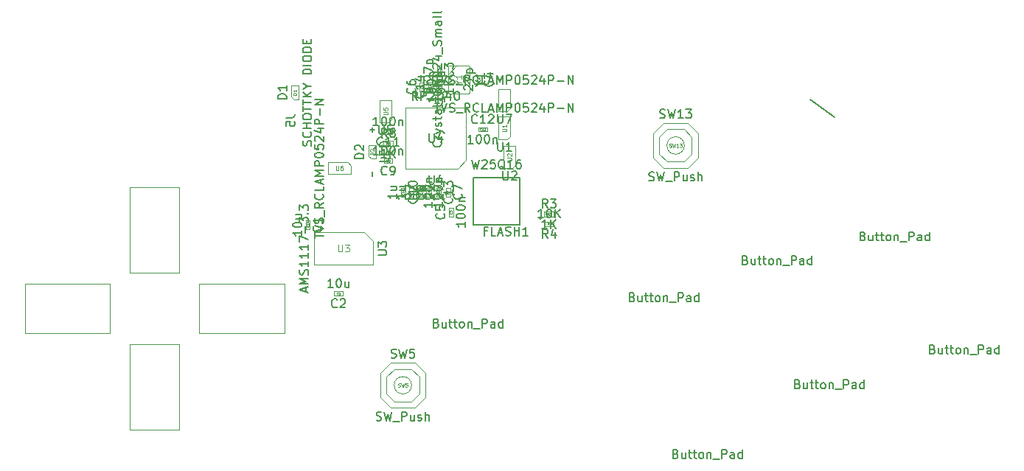
<source format=gbr>
G04 #@! TF.GenerationSoftware,KiCad,Pcbnew,7.0.9*
G04 #@! TF.CreationDate,2023-12-20T17:08:32-07:00*
G04 #@! TF.ProjectId,genesis-6_controller_pcb,67656e65-7369-4732-9d36-5f636f6e7472,4a*
G04 #@! TF.SameCoordinates,Original*
G04 #@! TF.FileFunction,AssemblyDrawing,Top*
%FSLAX46Y46*%
G04 Gerber Fmt 4.6, Leading zero omitted, Abs format (unit mm)*
G04 Created by KiCad (PCBNEW 7.0.9) date 2023-12-20 17:08:32*
%MOMM*%
%LPD*%
G01*
G04 APERTURE LIST*
%ADD10C,0.150000*%
%ADD11C,0.120000*%
%ADD12C,0.040000*%
%ADD13C,0.075000*%
%ADD14C,0.060000*%
%ADD15C,0.105000*%
%ADD16C,0.100000*%
%ADD17C,0.127000*%
%ADD18C,0.200000*%
G04 APERTURE END LIST*
D10*
X195280000Y-105990000D02*
X198130000Y-107990000D01*
X145654819Y-123861904D02*
X146464342Y-123861904D01*
X146464342Y-123861904D02*
X146559580Y-123814285D01*
X146559580Y-123814285D02*
X146607200Y-123766666D01*
X146607200Y-123766666D02*
X146654819Y-123671428D01*
X146654819Y-123671428D02*
X146654819Y-123480952D01*
X146654819Y-123480952D02*
X146607200Y-123385714D01*
X146607200Y-123385714D02*
X146559580Y-123338095D01*
X146559580Y-123338095D02*
X146464342Y-123290476D01*
X146464342Y-123290476D02*
X145654819Y-123290476D01*
X145654819Y-122909523D02*
X145654819Y-122290476D01*
X145654819Y-122290476D02*
X146035771Y-122623809D01*
X146035771Y-122623809D02*
X146035771Y-122480952D01*
X146035771Y-122480952D02*
X146083390Y-122385714D01*
X146083390Y-122385714D02*
X146131009Y-122338095D01*
X146131009Y-122338095D02*
X146226247Y-122290476D01*
X146226247Y-122290476D02*
X146464342Y-122290476D01*
X146464342Y-122290476D02*
X146559580Y-122338095D01*
X146559580Y-122338095D02*
X146607200Y-122385714D01*
X146607200Y-122385714D02*
X146654819Y-122480952D01*
X146654819Y-122480952D02*
X146654819Y-122766666D01*
X146654819Y-122766666D02*
X146607200Y-122861904D01*
X146607200Y-122861904D02*
X146559580Y-122909523D01*
X137369104Y-128099999D02*
X137369104Y-127623809D01*
X137654819Y-128195237D02*
X136654819Y-127861904D01*
X136654819Y-127861904D02*
X137654819Y-127528571D01*
X137654819Y-127195237D02*
X136654819Y-127195237D01*
X136654819Y-127195237D02*
X137369104Y-126861904D01*
X137369104Y-126861904D02*
X136654819Y-126528571D01*
X136654819Y-126528571D02*
X137654819Y-126528571D01*
X137607200Y-126099999D02*
X137654819Y-125957142D01*
X137654819Y-125957142D02*
X137654819Y-125719047D01*
X137654819Y-125719047D02*
X137607200Y-125623809D01*
X137607200Y-125623809D02*
X137559580Y-125576190D01*
X137559580Y-125576190D02*
X137464342Y-125528571D01*
X137464342Y-125528571D02*
X137369104Y-125528571D01*
X137369104Y-125528571D02*
X137273866Y-125576190D01*
X137273866Y-125576190D02*
X137226247Y-125623809D01*
X137226247Y-125623809D02*
X137178628Y-125719047D01*
X137178628Y-125719047D02*
X137131009Y-125909523D01*
X137131009Y-125909523D02*
X137083390Y-126004761D01*
X137083390Y-126004761D02*
X137035771Y-126052380D01*
X137035771Y-126052380D02*
X136940533Y-126099999D01*
X136940533Y-126099999D02*
X136845295Y-126099999D01*
X136845295Y-126099999D02*
X136750057Y-126052380D01*
X136750057Y-126052380D02*
X136702438Y-126004761D01*
X136702438Y-126004761D02*
X136654819Y-125909523D01*
X136654819Y-125909523D02*
X136654819Y-125671428D01*
X136654819Y-125671428D02*
X136702438Y-125528571D01*
X137654819Y-124576190D02*
X137654819Y-125147618D01*
X137654819Y-124861904D02*
X136654819Y-124861904D01*
X136654819Y-124861904D02*
X136797676Y-124957142D01*
X136797676Y-124957142D02*
X136892914Y-125052380D01*
X136892914Y-125052380D02*
X136940533Y-125147618D01*
X137654819Y-123623809D02*
X137654819Y-124195237D01*
X137654819Y-123909523D02*
X136654819Y-123909523D01*
X136654819Y-123909523D02*
X136797676Y-124004761D01*
X136797676Y-124004761D02*
X136892914Y-124099999D01*
X136892914Y-124099999D02*
X136940533Y-124195237D01*
X137654819Y-122671428D02*
X137654819Y-123242856D01*
X137654819Y-122957142D02*
X136654819Y-122957142D01*
X136654819Y-122957142D02*
X136797676Y-123052380D01*
X136797676Y-123052380D02*
X136892914Y-123147618D01*
X136892914Y-123147618D02*
X136940533Y-123242856D01*
X136654819Y-122338094D02*
X136654819Y-121671428D01*
X136654819Y-121671428D02*
X137654819Y-122099999D01*
X137273866Y-121290475D02*
X137273866Y-120528571D01*
X136654819Y-120147618D02*
X136654819Y-119528571D01*
X136654819Y-119528571D02*
X137035771Y-119861904D01*
X137035771Y-119861904D02*
X137035771Y-119719047D01*
X137035771Y-119719047D02*
X137083390Y-119623809D01*
X137083390Y-119623809D02*
X137131009Y-119576190D01*
X137131009Y-119576190D02*
X137226247Y-119528571D01*
X137226247Y-119528571D02*
X137464342Y-119528571D01*
X137464342Y-119528571D02*
X137559580Y-119576190D01*
X137559580Y-119576190D02*
X137607200Y-119623809D01*
X137607200Y-119623809D02*
X137654819Y-119719047D01*
X137654819Y-119719047D02*
X137654819Y-120004761D01*
X137654819Y-120004761D02*
X137607200Y-120099999D01*
X137607200Y-120099999D02*
X137559580Y-120147618D01*
X137559580Y-119099999D02*
X137607200Y-119052380D01*
X137607200Y-119052380D02*
X137654819Y-119099999D01*
X137654819Y-119099999D02*
X137607200Y-119147618D01*
X137607200Y-119147618D02*
X137559580Y-119099999D01*
X137559580Y-119099999D02*
X137654819Y-119099999D01*
X136654819Y-118719047D02*
X136654819Y-118100000D01*
X136654819Y-118100000D02*
X137035771Y-118433333D01*
X137035771Y-118433333D02*
X137035771Y-118290476D01*
X137035771Y-118290476D02*
X137083390Y-118195238D01*
X137083390Y-118195238D02*
X137131009Y-118147619D01*
X137131009Y-118147619D02*
X137226247Y-118100000D01*
X137226247Y-118100000D02*
X137464342Y-118100000D01*
X137464342Y-118100000D02*
X137559580Y-118147619D01*
X137559580Y-118147619D02*
X137607200Y-118195238D01*
X137607200Y-118195238D02*
X137654819Y-118290476D01*
X137654819Y-118290476D02*
X137654819Y-118576190D01*
X137654819Y-118576190D02*
X137607200Y-118671428D01*
X137607200Y-118671428D02*
X137559580Y-118719047D01*
D11*
X141090476Y-122663855D02*
X141090476Y-123311474D01*
X141090476Y-123311474D02*
X141128571Y-123387664D01*
X141128571Y-123387664D02*
X141166666Y-123425760D01*
X141166666Y-123425760D02*
X141242857Y-123463855D01*
X141242857Y-123463855D02*
X141395238Y-123463855D01*
X141395238Y-123463855D02*
X141471428Y-123425760D01*
X141471428Y-123425760D02*
X141509523Y-123387664D01*
X141509523Y-123387664D02*
X141547619Y-123311474D01*
X141547619Y-123311474D02*
X141547619Y-122663855D01*
X141852380Y-122663855D02*
X142347618Y-122663855D01*
X142347618Y-122663855D02*
X142080952Y-122968617D01*
X142080952Y-122968617D02*
X142195237Y-122968617D01*
X142195237Y-122968617D02*
X142271428Y-123006712D01*
X142271428Y-123006712D02*
X142309523Y-123044807D01*
X142309523Y-123044807D02*
X142347618Y-123120998D01*
X142347618Y-123120998D02*
X142347618Y-123311474D01*
X142347618Y-123311474D02*
X142309523Y-123387664D01*
X142309523Y-123387664D02*
X142271428Y-123425760D01*
X142271428Y-123425760D02*
X142195237Y-123463855D01*
X142195237Y-123463855D02*
X141966666Y-123463855D01*
X141966666Y-123463855D02*
X141890475Y-123425760D01*
X141890475Y-123425760D02*
X141852380Y-123387664D01*
D10*
X146172538Y-111209184D02*
X146124919Y-111256804D01*
X146124919Y-111256804D02*
X145982062Y-111304423D01*
X145982062Y-111304423D02*
X145886824Y-111304423D01*
X145886824Y-111304423D02*
X145743967Y-111256804D01*
X145743967Y-111256804D02*
X145648729Y-111161565D01*
X145648729Y-111161565D02*
X145601110Y-111066327D01*
X145601110Y-111066327D02*
X145553491Y-110875851D01*
X145553491Y-110875851D02*
X145553491Y-110732994D01*
X145553491Y-110732994D02*
X145601110Y-110542518D01*
X145601110Y-110542518D02*
X145648729Y-110447280D01*
X145648729Y-110447280D02*
X145743967Y-110352042D01*
X145743967Y-110352042D02*
X145886824Y-110304423D01*
X145886824Y-110304423D02*
X145982062Y-110304423D01*
X145982062Y-110304423D02*
X146124919Y-110352042D01*
X146124919Y-110352042D02*
X146172538Y-110399661D01*
X147124919Y-111304423D02*
X146553491Y-111304423D01*
X146839205Y-111304423D02*
X146839205Y-110304423D01*
X146839205Y-110304423D02*
X146743967Y-110447280D01*
X146743967Y-110447280D02*
X146648729Y-110542518D01*
X146648729Y-110542518D02*
X146553491Y-110590137D01*
X148077300Y-111304423D02*
X147505872Y-111304423D01*
X147791586Y-111304423D02*
X147791586Y-110304423D01*
X147791586Y-110304423D02*
X147696348Y-110447280D01*
X147696348Y-110447280D02*
X147601110Y-110542518D01*
X147601110Y-110542518D02*
X147505872Y-110590137D01*
X145696348Y-108984423D02*
X145124920Y-108984423D01*
X145410634Y-108984423D02*
X145410634Y-107984423D01*
X145410634Y-107984423D02*
X145315396Y-108127280D01*
X145315396Y-108127280D02*
X145220158Y-108222518D01*
X145220158Y-108222518D02*
X145124920Y-108270137D01*
X146315396Y-107984423D02*
X146410634Y-107984423D01*
X146410634Y-107984423D02*
X146505872Y-108032042D01*
X146505872Y-108032042D02*
X146553491Y-108079661D01*
X146553491Y-108079661D02*
X146601110Y-108174899D01*
X146601110Y-108174899D02*
X146648729Y-108365375D01*
X146648729Y-108365375D02*
X146648729Y-108603470D01*
X146648729Y-108603470D02*
X146601110Y-108793946D01*
X146601110Y-108793946D02*
X146553491Y-108889184D01*
X146553491Y-108889184D02*
X146505872Y-108936804D01*
X146505872Y-108936804D02*
X146410634Y-108984423D01*
X146410634Y-108984423D02*
X146315396Y-108984423D01*
X146315396Y-108984423D02*
X146220158Y-108936804D01*
X146220158Y-108936804D02*
X146172539Y-108889184D01*
X146172539Y-108889184D02*
X146124920Y-108793946D01*
X146124920Y-108793946D02*
X146077301Y-108603470D01*
X146077301Y-108603470D02*
X146077301Y-108365375D01*
X146077301Y-108365375D02*
X146124920Y-108174899D01*
X146124920Y-108174899D02*
X146172539Y-108079661D01*
X146172539Y-108079661D02*
X146220158Y-108032042D01*
X146220158Y-108032042D02*
X146315396Y-107984423D01*
X147267777Y-107984423D02*
X147363015Y-107984423D01*
X147363015Y-107984423D02*
X147458253Y-108032042D01*
X147458253Y-108032042D02*
X147505872Y-108079661D01*
X147505872Y-108079661D02*
X147553491Y-108174899D01*
X147553491Y-108174899D02*
X147601110Y-108365375D01*
X147601110Y-108365375D02*
X147601110Y-108603470D01*
X147601110Y-108603470D02*
X147553491Y-108793946D01*
X147553491Y-108793946D02*
X147505872Y-108889184D01*
X147505872Y-108889184D02*
X147458253Y-108936804D01*
X147458253Y-108936804D02*
X147363015Y-108984423D01*
X147363015Y-108984423D02*
X147267777Y-108984423D01*
X147267777Y-108984423D02*
X147172539Y-108936804D01*
X147172539Y-108936804D02*
X147124920Y-108889184D01*
X147124920Y-108889184D02*
X147077301Y-108793946D01*
X147077301Y-108793946D02*
X147029682Y-108603470D01*
X147029682Y-108603470D02*
X147029682Y-108365375D01*
X147029682Y-108365375D02*
X147077301Y-108174899D01*
X147077301Y-108174899D02*
X147124920Y-108079661D01*
X147124920Y-108079661D02*
X147172539Y-108032042D01*
X147172539Y-108032042D02*
X147267777Y-107984423D01*
X148029682Y-108317756D02*
X148029682Y-108984423D01*
X148029682Y-108412994D02*
X148077301Y-108365375D01*
X148077301Y-108365375D02*
X148172539Y-108317756D01*
X148172539Y-108317756D02*
X148315396Y-108317756D01*
X148315396Y-108317756D02*
X148410634Y-108365375D01*
X148410634Y-108365375D02*
X148458253Y-108460613D01*
X148458253Y-108460613D02*
X148458253Y-108984423D01*
D12*
X146654681Y-109779369D02*
X146642777Y-109791274D01*
X146642777Y-109791274D02*
X146607062Y-109803178D01*
X146607062Y-109803178D02*
X146583253Y-109803178D01*
X146583253Y-109803178D02*
X146547539Y-109791274D01*
X146547539Y-109791274D02*
X146523729Y-109767464D01*
X146523729Y-109767464D02*
X146511824Y-109743654D01*
X146511824Y-109743654D02*
X146499920Y-109696035D01*
X146499920Y-109696035D02*
X146499920Y-109660321D01*
X146499920Y-109660321D02*
X146511824Y-109612702D01*
X146511824Y-109612702D02*
X146523729Y-109588893D01*
X146523729Y-109588893D02*
X146547539Y-109565083D01*
X146547539Y-109565083D02*
X146583253Y-109553178D01*
X146583253Y-109553178D02*
X146607062Y-109553178D01*
X146607062Y-109553178D02*
X146642777Y-109565083D01*
X146642777Y-109565083D02*
X146654681Y-109576988D01*
X146892777Y-109803178D02*
X146749920Y-109803178D01*
X146821348Y-109803178D02*
X146821348Y-109553178D01*
X146821348Y-109553178D02*
X146797539Y-109588893D01*
X146797539Y-109588893D02*
X146773729Y-109612702D01*
X146773729Y-109612702D02*
X146749920Y-109624607D01*
X147130872Y-109803178D02*
X146988015Y-109803178D01*
X147059443Y-109803178D02*
X147059443Y-109553178D01*
X147059443Y-109553178D02*
X147035634Y-109588893D01*
X147035634Y-109588893D02*
X147011824Y-109612702D01*
X147011824Y-109612702D02*
X146988015Y-109624607D01*
D10*
X153229580Y-119086666D02*
X153277200Y-119134285D01*
X153277200Y-119134285D02*
X153324819Y-119277142D01*
X153324819Y-119277142D02*
X153324819Y-119372380D01*
X153324819Y-119372380D02*
X153277200Y-119515237D01*
X153277200Y-119515237D02*
X153181961Y-119610475D01*
X153181961Y-119610475D02*
X153086723Y-119658094D01*
X153086723Y-119658094D02*
X152896247Y-119705713D01*
X152896247Y-119705713D02*
X152753390Y-119705713D01*
X152753390Y-119705713D02*
X152562914Y-119658094D01*
X152562914Y-119658094D02*
X152467676Y-119610475D01*
X152467676Y-119610475D02*
X152372438Y-119515237D01*
X152372438Y-119515237D02*
X152324819Y-119372380D01*
X152324819Y-119372380D02*
X152324819Y-119277142D01*
X152324819Y-119277142D02*
X152372438Y-119134285D01*
X152372438Y-119134285D02*
X152420057Y-119086666D01*
X152324819Y-118181904D02*
X152324819Y-118658094D01*
X152324819Y-118658094D02*
X152801009Y-118705713D01*
X152801009Y-118705713D02*
X152753390Y-118658094D01*
X152753390Y-118658094D02*
X152705771Y-118562856D01*
X152705771Y-118562856D02*
X152705771Y-118324761D01*
X152705771Y-118324761D02*
X152753390Y-118229523D01*
X152753390Y-118229523D02*
X152801009Y-118181904D01*
X152801009Y-118181904D02*
X152896247Y-118134285D01*
X152896247Y-118134285D02*
X153134342Y-118134285D01*
X153134342Y-118134285D02*
X153229580Y-118181904D01*
X153229580Y-118181904D02*
X153277200Y-118229523D01*
X153277200Y-118229523D02*
X153324819Y-118324761D01*
X153324819Y-118324761D02*
X153324819Y-118562856D01*
X153324819Y-118562856D02*
X153277200Y-118658094D01*
X153277200Y-118658094D02*
X153229580Y-118705713D01*
X155644819Y-120039047D02*
X155644819Y-120610475D01*
X155644819Y-120324761D02*
X154644819Y-120324761D01*
X154644819Y-120324761D02*
X154787676Y-120419999D01*
X154787676Y-120419999D02*
X154882914Y-120515237D01*
X154882914Y-120515237D02*
X154930533Y-120610475D01*
X154644819Y-119419999D02*
X154644819Y-119324761D01*
X154644819Y-119324761D02*
X154692438Y-119229523D01*
X154692438Y-119229523D02*
X154740057Y-119181904D01*
X154740057Y-119181904D02*
X154835295Y-119134285D01*
X154835295Y-119134285D02*
X155025771Y-119086666D01*
X155025771Y-119086666D02*
X155263866Y-119086666D01*
X155263866Y-119086666D02*
X155454342Y-119134285D01*
X155454342Y-119134285D02*
X155549580Y-119181904D01*
X155549580Y-119181904D02*
X155597200Y-119229523D01*
X155597200Y-119229523D02*
X155644819Y-119324761D01*
X155644819Y-119324761D02*
X155644819Y-119419999D01*
X155644819Y-119419999D02*
X155597200Y-119515237D01*
X155597200Y-119515237D02*
X155549580Y-119562856D01*
X155549580Y-119562856D02*
X155454342Y-119610475D01*
X155454342Y-119610475D02*
X155263866Y-119658094D01*
X155263866Y-119658094D02*
X155025771Y-119658094D01*
X155025771Y-119658094D02*
X154835295Y-119610475D01*
X154835295Y-119610475D02*
X154740057Y-119562856D01*
X154740057Y-119562856D02*
X154692438Y-119515237D01*
X154692438Y-119515237D02*
X154644819Y-119419999D01*
X154644819Y-118467618D02*
X154644819Y-118372380D01*
X154644819Y-118372380D02*
X154692438Y-118277142D01*
X154692438Y-118277142D02*
X154740057Y-118229523D01*
X154740057Y-118229523D02*
X154835295Y-118181904D01*
X154835295Y-118181904D02*
X155025771Y-118134285D01*
X155025771Y-118134285D02*
X155263866Y-118134285D01*
X155263866Y-118134285D02*
X155454342Y-118181904D01*
X155454342Y-118181904D02*
X155549580Y-118229523D01*
X155549580Y-118229523D02*
X155597200Y-118277142D01*
X155597200Y-118277142D02*
X155644819Y-118372380D01*
X155644819Y-118372380D02*
X155644819Y-118467618D01*
X155644819Y-118467618D02*
X155597200Y-118562856D01*
X155597200Y-118562856D02*
X155549580Y-118610475D01*
X155549580Y-118610475D02*
X155454342Y-118658094D01*
X155454342Y-118658094D02*
X155263866Y-118705713D01*
X155263866Y-118705713D02*
X155025771Y-118705713D01*
X155025771Y-118705713D02*
X154835295Y-118658094D01*
X154835295Y-118658094D02*
X154740057Y-118610475D01*
X154740057Y-118610475D02*
X154692438Y-118562856D01*
X154692438Y-118562856D02*
X154644819Y-118467618D01*
X154978152Y-117705713D02*
X155644819Y-117705713D01*
X155073390Y-117705713D02*
X155025771Y-117658094D01*
X155025771Y-117658094D02*
X154978152Y-117562856D01*
X154978152Y-117562856D02*
X154978152Y-117419999D01*
X154978152Y-117419999D02*
X155025771Y-117324761D01*
X155025771Y-117324761D02*
X155121009Y-117277142D01*
X155121009Y-117277142D02*
X155644819Y-117277142D01*
D12*
X154119765Y-118961666D02*
X154131670Y-118973570D01*
X154131670Y-118973570D02*
X154143574Y-119009285D01*
X154143574Y-119009285D02*
X154143574Y-119033094D01*
X154143574Y-119033094D02*
X154131670Y-119068808D01*
X154131670Y-119068808D02*
X154107860Y-119092618D01*
X154107860Y-119092618D02*
X154084050Y-119104523D01*
X154084050Y-119104523D02*
X154036431Y-119116427D01*
X154036431Y-119116427D02*
X154000717Y-119116427D01*
X154000717Y-119116427D02*
X153953098Y-119104523D01*
X153953098Y-119104523D02*
X153929289Y-119092618D01*
X153929289Y-119092618D02*
X153905479Y-119068808D01*
X153905479Y-119068808D02*
X153893574Y-119033094D01*
X153893574Y-119033094D02*
X153893574Y-119009285D01*
X153893574Y-119009285D02*
X153905479Y-118973570D01*
X153905479Y-118973570D02*
X153917384Y-118961666D01*
X153893574Y-118735475D02*
X153893574Y-118854523D01*
X153893574Y-118854523D02*
X154012622Y-118866427D01*
X154012622Y-118866427D02*
X154000717Y-118854523D01*
X154000717Y-118854523D02*
X153988812Y-118830713D01*
X153988812Y-118830713D02*
X153988812Y-118771189D01*
X153988812Y-118771189D02*
X154000717Y-118747380D01*
X154000717Y-118747380D02*
X154012622Y-118735475D01*
X154012622Y-118735475D02*
X154036431Y-118723570D01*
X154036431Y-118723570D02*
X154095955Y-118723570D01*
X154095955Y-118723570D02*
X154119765Y-118735475D01*
X154119765Y-118735475D02*
X154131670Y-118747380D01*
X154131670Y-118747380D02*
X154143574Y-118771189D01*
X154143574Y-118771189D02*
X154143574Y-118830713D01*
X154143574Y-118830713D02*
X154131670Y-118854523D01*
X154131670Y-118854523D02*
X154119765Y-118866427D01*
D10*
X145778491Y-108964423D02*
X145778491Y-109773946D01*
X145778491Y-109773946D02*
X145826110Y-109869184D01*
X145826110Y-109869184D02*
X145873729Y-109916804D01*
X145873729Y-109916804D02*
X145968967Y-109964423D01*
X145968967Y-109964423D02*
X146159443Y-109964423D01*
X146159443Y-109964423D02*
X146254681Y-109916804D01*
X146254681Y-109916804D02*
X146302300Y-109869184D01*
X146302300Y-109869184D02*
X146349919Y-109773946D01*
X146349919Y-109773946D02*
X146349919Y-108964423D01*
X147302300Y-108964423D02*
X146826110Y-108964423D01*
X146826110Y-108964423D02*
X146778491Y-109440613D01*
X146778491Y-109440613D02*
X146826110Y-109392994D01*
X146826110Y-109392994D02*
X146921348Y-109345375D01*
X146921348Y-109345375D02*
X147159443Y-109345375D01*
X147159443Y-109345375D02*
X147254681Y-109392994D01*
X147254681Y-109392994D02*
X147302300Y-109440613D01*
X147302300Y-109440613D02*
X147349919Y-109535851D01*
X147349919Y-109535851D02*
X147349919Y-109773946D01*
X147349919Y-109773946D02*
X147302300Y-109869184D01*
X147302300Y-109869184D02*
X147254681Y-109916804D01*
X147254681Y-109916804D02*
X147159443Y-109964423D01*
X147159443Y-109964423D02*
X146921348Y-109964423D01*
X146921348Y-109964423D02*
X146826110Y-109916804D01*
X146826110Y-109916804D02*
X146778491Y-109869184D01*
D13*
X146267805Y-107720556D02*
X146672567Y-107720556D01*
X146672567Y-107720556D02*
X146720186Y-107696746D01*
X146720186Y-107696746D02*
X146743996Y-107672937D01*
X146743996Y-107672937D02*
X146767805Y-107625318D01*
X146767805Y-107625318D02*
X146767805Y-107530080D01*
X146767805Y-107530080D02*
X146743996Y-107482461D01*
X146743996Y-107482461D02*
X146720186Y-107458651D01*
X146720186Y-107458651D02*
X146672567Y-107434842D01*
X146672567Y-107434842D02*
X146267805Y-107434842D01*
X146267805Y-106958651D02*
X146267805Y-107196746D01*
X146267805Y-107196746D02*
X146505900Y-107220555D01*
X146505900Y-107220555D02*
X146482091Y-107196746D01*
X146482091Y-107196746D02*
X146458281Y-107149127D01*
X146458281Y-107149127D02*
X146458281Y-107030079D01*
X146458281Y-107030079D02*
X146482091Y-106982460D01*
X146482091Y-106982460D02*
X146505900Y-106958651D01*
X146505900Y-106958651D02*
X146553519Y-106934841D01*
X146553519Y-106934841D02*
X146672567Y-106934841D01*
X146672567Y-106934841D02*
X146720186Y-106958651D01*
X146720186Y-106958651D02*
X146743996Y-106982460D01*
X146743996Y-106982460D02*
X146767805Y-107030079D01*
X146767805Y-107030079D02*
X146767805Y-107149127D01*
X146767805Y-107149127D02*
X146743996Y-107196746D01*
X146743996Y-107196746D02*
X146720186Y-107220555D01*
D10*
X160022986Y-114227370D02*
X160022986Y-115036893D01*
X160022986Y-115036893D02*
X160070605Y-115132131D01*
X160070605Y-115132131D02*
X160118224Y-115179751D01*
X160118224Y-115179751D02*
X160213462Y-115227370D01*
X160213462Y-115227370D02*
X160403938Y-115227370D01*
X160403938Y-115227370D02*
X160499176Y-115179751D01*
X160499176Y-115179751D02*
X160546795Y-115132131D01*
X160546795Y-115132131D02*
X160594414Y-115036893D01*
X160594414Y-115036893D02*
X160594414Y-114227370D01*
X161022986Y-114322608D02*
X161070605Y-114274989D01*
X161070605Y-114274989D02*
X161165843Y-114227370D01*
X161165843Y-114227370D02*
X161403938Y-114227370D01*
X161403938Y-114227370D02*
X161499176Y-114274989D01*
X161499176Y-114274989D02*
X161546795Y-114322608D01*
X161546795Y-114322608D02*
X161594414Y-114417846D01*
X161594414Y-114417846D02*
X161594414Y-114513084D01*
X161594414Y-114513084D02*
X161546795Y-114655941D01*
X161546795Y-114655941D02*
X160975367Y-115227370D01*
X160975367Y-115227370D02*
X161594414Y-115227370D01*
D13*
X160512300Y-112983503D02*
X160917062Y-112983503D01*
X160917062Y-112983503D02*
X160964681Y-112959693D01*
X160964681Y-112959693D02*
X160988491Y-112935884D01*
X160988491Y-112935884D02*
X161012300Y-112888265D01*
X161012300Y-112888265D02*
X161012300Y-112793027D01*
X161012300Y-112793027D02*
X160988491Y-112745408D01*
X160988491Y-112745408D02*
X160964681Y-112721598D01*
X160964681Y-112721598D02*
X160917062Y-112697789D01*
X160917062Y-112697789D02*
X160512300Y-112697789D01*
X160559919Y-112483502D02*
X160536110Y-112459693D01*
X160536110Y-112459693D02*
X160512300Y-112412074D01*
X160512300Y-112412074D02*
X160512300Y-112293026D01*
X160512300Y-112293026D02*
X160536110Y-112245407D01*
X160536110Y-112245407D02*
X160559919Y-112221598D01*
X160559919Y-112221598D02*
X160607538Y-112197788D01*
X160607538Y-112197788D02*
X160655157Y-112197788D01*
X160655157Y-112197788D02*
X160726586Y-112221598D01*
X160726586Y-112221598D02*
X161012300Y-112507312D01*
X161012300Y-112507312D02*
X161012300Y-112197788D01*
D10*
X152357142Y-131675009D02*
X152499999Y-131722628D01*
X152499999Y-131722628D02*
X152547618Y-131770247D01*
X152547618Y-131770247D02*
X152595237Y-131865485D01*
X152595237Y-131865485D02*
X152595237Y-132008342D01*
X152595237Y-132008342D02*
X152547618Y-132103580D01*
X152547618Y-132103580D02*
X152499999Y-132151200D01*
X152499999Y-132151200D02*
X152404761Y-132198819D01*
X152404761Y-132198819D02*
X152023809Y-132198819D01*
X152023809Y-132198819D02*
X152023809Y-131198819D01*
X152023809Y-131198819D02*
X152357142Y-131198819D01*
X152357142Y-131198819D02*
X152452380Y-131246438D01*
X152452380Y-131246438D02*
X152499999Y-131294057D01*
X152499999Y-131294057D02*
X152547618Y-131389295D01*
X152547618Y-131389295D02*
X152547618Y-131484533D01*
X152547618Y-131484533D02*
X152499999Y-131579771D01*
X152499999Y-131579771D02*
X152452380Y-131627390D01*
X152452380Y-131627390D02*
X152357142Y-131675009D01*
X152357142Y-131675009D02*
X152023809Y-131675009D01*
X153452380Y-131532152D02*
X153452380Y-132198819D01*
X153023809Y-131532152D02*
X153023809Y-132055961D01*
X153023809Y-132055961D02*
X153071428Y-132151200D01*
X153071428Y-132151200D02*
X153166666Y-132198819D01*
X153166666Y-132198819D02*
X153309523Y-132198819D01*
X153309523Y-132198819D02*
X153404761Y-132151200D01*
X153404761Y-132151200D02*
X153452380Y-132103580D01*
X153785714Y-131532152D02*
X154166666Y-131532152D01*
X153928571Y-131198819D02*
X153928571Y-132055961D01*
X153928571Y-132055961D02*
X153976190Y-132151200D01*
X153976190Y-132151200D02*
X154071428Y-132198819D01*
X154071428Y-132198819D02*
X154166666Y-132198819D01*
X154357143Y-131532152D02*
X154738095Y-131532152D01*
X154500000Y-131198819D02*
X154500000Y-132055961D01*
X154500000Y-132055961D02*
X154547619Y-132151200D01*
X154547619Y-132151200D02*
X154642857Y-132198819D01*
X154642857Y-132198819D02*
X154738095Y-132198819D01*
X155214286Y-132198819D02*
X155119048Y-132151200D01*
X155119048Y-132151200D02*
X155071429Y-132103580D01*
X155071429Y-132103580D02*
X155023810Y-132008342D01*
X155023810Y-132008342D02*
X155023810Y-131722628D01*
X155023810Y-131722628D02*
X155071429Y-131627390D01*
X155071429Y-131627390D02*
X155119048Y-131579771D01*
X155119048Y-131579771D02*
X155214286Y-131532152D01*
X155214286Y-131532152D02*
X155357143Y-131532152D01*
X155357143Y-131532152D02*
X155452381Y-131579771D01*
X155452381Y-131579771D02*
X155500000Y-131627390D01*
X155500000Y-131627390D02*
X155547619Y-131722628D01*
X155547619Y-131722628D02*
X155547619Y-132008342D01*
X155547619Y-132008342D02*
X155500000Y-132103580D01*
X155500000Y-132103580D02*
X155452381Y-132151200D01*
X155452381Y-132151200D02*
X155357143Y-132198819D01*
X155357143Y-132198819D02*
X155214286Y-132198819D01*
X155976191Y-131532152D02*
X155976191Y-132198819D01*
X155976191Y-131627390D02*
X156023810Y-131579771D01*
X156023810Y-131579771D02*
X156119048Y-131532152D01*
X156119048Y-131532152D02*
X156261905Y-131532152D01*
X156261905Y-131532152D02*
X156357143Y-131579771D01*
X156357143Y-131579771D02*
X156404762Y-131675009D01*
X156404762Y-131675009D02*
X156404762Y-132198819D01*
X156642858Y-132294057D02*
X157404762Y-132294057D01*
X157642858Y-132198819D02*
X157642858Y-131198819D01*
X157642858Y-131198819D02*
X158023810Y-131198819D01*
X158023810Y-131198819D02*
X158119048Y-131246438D01*
X158119048Y-131246438D02*
X158166667Y-131294057D01*
X158166667Y-131294057D02*
X158214286Y-131389295D01*
X158214286Y-131389295D02*
X158214286Y-131532152D01*
X158214286Y-131532152D02*
X158166667Y-131627390D01*
X158166667Y-131627390D02*
X158119048Y-131675009D01*
X158119048Y-131675009D02*
X158023810Y-131722628D01*
X158023810Y-131722628D02*
X157642858Y-131722628D01*
X159071429Y-132198819D02*
X159071429Y-131675009D01*
X159071429Y-131675009D02*
X159023810Y-131579771D01*
X159023810Y-131579771D02*
X158928572Y-131532152D01*
X158928572Y-131532152D02*
X158738096Y-131532152D01*
X158738096Y-131532152D02*
X158642858Y-131579771D01*
X159071429Y-132151200D02*
X158976191Y-132198819D01*
X158976191Y-132198819D02*
X158738096Y-132198819D01*
X158738096Y-132198819D02*
X158642858Y-132151200D01*
X158642858Y-132151200D02*
X158595239Y-132055961D01*
X158595239Y-132055961D02*
X158595239Y-131960723D01*
X158595239Y-131960723D02*
X158642858Y-131865485D01*
X158642858Y-131865485D02*
X158738096Y-131817866D01*
X158738096Y-131817866D02*
X158976191Y-131817866D01*
X158976191Y-131817866D02*
X159071429Y-131770247D01*
X159976191Y-132198819D02*
X159976191Y-131198819D01*
X159976191Y-132151200D02*
X159880953Y-132198819D01*
X159880953Y-132198819D02*
X159690477Y-132198819D01*
X159690477Y-132198819D02*
X159595239Y-132151200D01*
X159595239Y-132151200D02*
X159547620Y-132103580D01*
X159547620Y-132103580D02*
X159500001Y-132008342D01*
X159500001Y-132008342D02*
X159500001Y-131722628D01*
X159500001Y-131722628D02*
X159547620Y-131627390D01*
X159547620Y-131627390D02*
X159595239Y-131579771D01*
X159595239Y-131579771D02*
X159690477Y-131532152D01*
X159690477Y-131532152D02*
X159880953Y-131532152D01*
X159880953Y-131532152D02*
X159976191Y-131579771D01*
X174857142Y-128675009D02*
X174999999Y-128722628D01*
X174999999Y-128722628D02*
X175047618Y-128770247D01*
X175047618Y-128770247D02*
X175095237Y-128865485D01*
X175095237Y-128865485D02*
X175095237Y-129008342D01*
X175095237Y-129008342D02*
X175047618Y-129103580D01*
X175047618Y-129103580D02*
X174999999Y-129151200D01*
X174999999Y-129151200D02*
X174904761Y-129198819D01*
X174904761Y-129198819D02*
X174523809Y-129198819D01*
X174523809Y-129198819D02*
X174523809Y-128198819D01*
X174523809Y-128198819D02*
X174857142Y-128198819D01*
X174857142Y-128198819D02*
X174952380Y-128246438D01*
X174952380Y-128246438D02*
X174999999Y-128294057D01*
X174999999Y-128294057D02*
X175047618Y-128389295D01*
X175047618Y-128389295D02*
X175047618Y-128484533D01*
X175047618Y-128484533D02*
X174999999Y-128579771D01*
X174999999Y-128579771D02*
X174952380Y-128627390D01*
X174952380Y-128627390D02*
X174857142Y-128675009D01*
X174857142Y-128675009D02*
X174523809Y-128675009D01*
X175952380Y-128532152D02*
X175952380Y-129198819D01*
X175523809Y-128532152D02*
X175523809Y-129055961D01*
X175523809Y-129055961D02*
X175571428Y-129151200D01*
X175571428Y-129151200D02*
X175666666Y-129198819D01*
X175666666Y-129198819D02*
X175809523Y-129198819D01*
X175809523Y-129198819D02*
X175904761Y-129151200D01*
X175904761Y-129151200D02*
X175952380Y-129103580D01*
X176285714Y-128532152D02*
X176666666Y-128532152D01*
X176428571Y-128198819D02*
X176428571Y-129055961D01*
X176428571Y-129055961D02*
X176476190Y-129151200D01*
X176476190Y-129151200D02*
X176571428Y-129198819D01*
X176571428Y-129198819D02*
X176666666Y-129198819D01*
X176857143Y-128532152D02*
X177238095Y-128532152D01*
X177000000Y-128198819D02*
X177000000Y-129055961D01*
X177000000Y-129055961D02*
X177047619Y-129151200D01*
X177047619Y-129151200D02*
X177142857Y-129198819D01*
X177142857Y-129198819D02*
X177238095Y-129198819D01*
X177714286Y-129198819D02*
X177619048Y-129151200D01*
X177619048Y-129151200D02*
X177571429Y-129103580D01*
X177571429Y-129103580D02*
X177523810Y-129008342D01*
X177523810Y-129008342D02*
X177523810Y-128722628D01*
X177523810Y-128722628D02*
X177571429Y-128627390D01*
X177571429Y-128627390D02*
X177619048Y-128579771D01*
X177619048Y-128579771D02*
X177714286Y-128532152D01*
X177714286Y-128532152D02*
X177857143Y-128532152D01*
X177857143Y-128532152D02*
X177952381Y-128579771D01*
X177952381Y-128579771D02*
X178000000Y-128627390D01*
X178000000Y-128627390D02*
X178047619Y-128722628D01*
X178047619Y-128722628D02*
X178047619Y-129008342D01*
X178047619Y-129008342D02*
X178000000Y-129103580D01*
X178000000Y-129103580D02*
X177952381Y-129151200D01*
X177952381Y-129151200D02*
X177857143Y-129198819D01*
X177857143Y-129198819D02*
X177714286Y-129198819D01*
X178476191Y-128532152D02*
X178476191Y-129198819D01*
X178476191Y-128627390D02*
X178523810Y-128579771D01*
X178523810Y-128579771D02*
X178619048Y-128532152D01*
X178619048Y-128532152D02*
X178761905Y-128532152D01*
X178761905Y-128532152D02*
X178857143Y-128579771D01*
X178857143Y-128579771D02*
X178904762Y-128675009D01*
X178904762Y-128675009D02*
X178904762Y-129198819D01*
X179142858Y-129294057D02*
X179904762Y-129294057D01*
X180142858Y-129198819D02*
X180142858Y-128198819D01*
X180142858Y-128198819D02*
X180523810Y-128198819D01*
X180523810Y-128198819D02*
X180619048Y-128246438D01*
X180619048Y-128246438D02*
X180666667Y-128294057D01*
X180666667Y-128294057D02*
X180714286Y-128389295D01*
X180714286Y-128389295D02*
X180714286Y-128532152D01*
X180714286Y-128532152D02*
X180666667Y-128627390D01*
X180666667Y-128627390D02*
X180619048Y-128675009D01*
X180619048Y-128675009D02*
X180523810Y-128722628D01*
X180523810Y-128722628D02*
X180142858Y-128722628D01*
X181571429Y-129198819D02*
X181571429Y-128675009D01*
X181571429Y-128675009D02*
X181523810Y-128579771D01*
X181523810Y-128579771D02*
X181428572Y-128532152D01*
X181428572Y-128532152D02*
X181238096Y-128532152D01*
X181238096Y-128532152D02*
X181142858Y-128579771D01*
X181571429Y-129151200D02*
X181476191Y-129198819D01*
X181476191Y-129198819D02*
X181238096Y-129198819D01*
X181238096Y-129198819D02*
X181142858Y-129151200D01*
X181142858Y-129151200D02*
X181095239Y-129055961D01*
X181095239Y-129055961D02*
X181095239Y-128960723D01*
X181095239Y-128960723D02*
X181142858Y-128865485D01*
X181142858Y-128865485D02*
X181238096Y-128817866D01*
X181238096Y-128817866D02*
X181476191Y-128817866D01*
X181476191Y-128817866D02*
X181571429Y-128770247D01*
X182476191Y-129198819D02*
X182476191Y-128198819D01*
X182476191Y-129151200D02*
X182380953Y-129198819D01*
X182380953Y-129198819D02*
X182190477Y-129198819D01*
X182190477Y-129198819D02*
X182095239Y-129151200D01*
X182095239Y-129151200D02*
X182047620Y-129103580D01*
X182047620Y-129103580D02*
X182000001Y-129008342D01*
X182000001Y-129008342D02*
X182000001Y-128722628D01*
X182000001Y-128722628D02*
X182047620Y-128627390D01*
X182047620Y-128627390D02*
X182095239Y-128579771D01*
X182095239Y-128579771D02*
X182190477Y-128532152D01*
X182190477Y-128532152D02*
X182380953Y-128532152D01*
X182380953Y-128532152D02*
X182476191Y-128579771D01*
X209357142Y-134675009D02*
X209499999Y-134722628D01*
X209499999Y-134722628D02*
X209547618Y-134770247D01*
X209547618Y-134770247D02*
X209595237Y-134865485D01*
X209595237Y-134865485D02*
X209595237Y-135008342D01*
X209595237Y-135008342D02*
X209547618Y-135103580D01*
X209547618Y-135103580D02*
X209499999Y-135151200D01*
X209499999Y-135151200D02*
X209404761Y-135198819D01*
X209404761Y-135198819D02*
X209023809Y-135198819D01*
X209023809Y-135198819D02*
X209023809Y-134198819D01*
X209023809Y-134198819D02*
X209357142Y-134198819D01*
X209357142Y-134198819D02*
X209452380Y-134246438D01*
X209452380Y-134246438D02*
X209499999Y-134294057D01*
X209499999Y-134294057D02*
X209547618Y-134389295D01*
X209547618Y-134389295D02*
X209547618Y-134484533D01*
X209547618Y-134484533D02*
X209499999Y-134579771D01*
X209499999Y-134579771D02*
X209452380Y-134627390D01*
X209452380Y-134627390D02*
X209357142Y-134675009D01*
X209357142Y-134675009D02*
X209023809Y-134675009D01*
X210452380Y-134532152D02*
X210452380Y-135198819D01*
X210023809Y-134532152D02*
X210023809Y-135055961D01*
X210023809Y-135055961D02*
X210071428Y-135151200D01*
X210071428Y-135151200D02*
X210166666Y-135198819D01*
X210166666Y-135198819D02*
X210309523Y-135198819D01*
X210309523Y-135198819D02*
X210404761Y-135151200D01*
X210404761Y-135151200D02*
X210452380Y-135103580D01*
X210785714Y-134532152D02*
X211166666Y-134532152D01*
X210928571Y-134198819D02*
X210928571Y-135055961D01*
X210928571Y-135055961D02*
X210976190Y-135151200D01*
X210976190Y-135151200D02*
X211071428Y-135198819D01*
X211071428Y-135198819D02*
X211166666Y-135198819D01*
X211357143Y-134532152D02*
X211738095Y-134532152D01*
X211500000Y-134198819D02*
X211500000Y-135055961D01*
X211500000Y-135055961D02*
X211547619Y-135151200D01*
X211547619Y-135151200D02*
X211642857Y-135198819D01*
X211642857Y-135198819D02*
X211738095Y-135198819D01*
X212214286Y-135198819D02*
X212119048Y-135151200D01*
X212119048Y-135151200D02*
X212071429Y-135103580D01*
X212071429Y-135103580D02*
X212023810Y-135008342D01*
X212023810Y-135008342D02*
X212023810Y-134722628D01*
X212023810Y-134722628D02*
X212071429Y-134627390D01*
X212071429Y-134627390D02*
X212119048Y-134579771D01*
X212119048Y-134579771D02*
X212214286Y-134532152D01*
X212214286Y-134532152D02*
X212357143Y-134532152D01*
X212357143Y-134532152D02*
X212452381Y-134579771D01*
X212452381Y-134579771D02*
X212500000Y-134627390D01*
X212500000Y-134627390D02*
X212547619Y-134722628D01*
X212547619Y-134722628D02*
X212547619Y-135008342D01*
X212547619Y-135008342D02*
X212500000Y-135103580D01*
X212500000Y-135103580D02*
X212452381Y-135151200D01*
X212452381Y-135151200D02*
X212357143Y-135198819D01*
X212357143Y-135198819D02*
X212214286Y-135198819D01*
X212976191Y-134532152D02*
X212976191Y-135198819D01*
X212976191Y-134627390D02*
X213023810Y-134579771D01*
X213023810Y-134579771D02*
X213119048Y-134532152D01*
X213119048Y-134532152D02*
X213261905Y-134532152D01*
X213261905Y-134532152D02*
X213357143Y-134579771D01*
X213357143Y-134579771D02*
X213404762Y-134675009D01*
X213404762Y-134675009D02*
X213404762Y-135198819D01*
X213642858Y-135294057D02*
X214404762Y-135294057D01*
X214642858Y-135198819D02*
X214642858Y-134198819D01*
X214642858Y-134198819D02*
X215023810Y-134198819D01*
X215023810Y-134198819D02*
X215119048Y-134246438D01*
X215119048Y-134246438D02*
X215166667Y-134294057D01*
X215166667Y-134294057D02*
X215214286Y-134389295D01*
X215214286Y-134389295D02*
X215214286Y-134532152D01*
X215214286Y-134532152D02*
X215166667Y-134627390D01*
X215166667Y-134627390D02*
X215119048Y-134675009D01*
X215119048Y-134675009D02*
X215023810Y-134722628D01*
X215023810Y-134722628D02*
X214642858Y-134722628D01*
X216071429Y-135198819D02*
X216071429Y-134675009D01*
X216071429Y-134675009D02*
X216023810Y-134579771D01*
X216023810Y-134579771D02*
X215928572Y-134532152D01*
X215928572Y-134532152D02*
X215738096Y-134532152D01*
X215738096Y-134532152D02*
X215642858Y-134579771D01*
X216071429Y-135151200D02*
X215976191Y-135198819D01*
X215976191Y-135198819D02*
X215738096Y-135198819D01*
X215738096Y-135198819D02*
X215642858Y-135151200D01*
X215642858Y-135151200D02*
X215595239Y-135055961D01*
X215595239Y-135055961D02*
X215595239Y-134960723D01*
X215595239Y-134960723D02*
X215642858Y-134865485D01*
X215642858Y-134865485D02*
X215738096Y-134817866D01*
X215738096Y-134817866D02*
X215976191Y-134817866D01*
X215976191Y-134817866D02*
X216071429Y-134770247D01*
X216976191Y-135198819D02*
X216976191Y-134198819D01*
X216976191Y-135151200D02*
X216880953Y-135198819D01*
X216880953Y-135198819D02*
X216690477Y-135198819D01*
X216690477Y-135198819D02*
X216595239Y-135151200D01*
X216595239Y-135151200D02*
X216547620Y-135103580D01*
X216547620Y-135103580D02*
X216500001Y-135008342D01*
X216500001Y-135008342D02*
X216500001Y-134722628D01*
X216500001Y-134722628D02*
X216547620Y-134627390D01*
X216547620Y-134627390D02*
X216595239Y-134579771D01*
X216595239Y-134579771D02*
X216690477Y-134532152D01*
X216690477Y-134532152D02*
X216880953Y-134532152D01*
X216880953Y-134532152D02*
X216976191Y-134579771D01*
X178030476Y-108077200D02*
X178173333Y-108124819D01*
X178173333Y-108124819D02*
X178411428Y-108124819D01*
X178411428Y-108124819D02*
X178506666Y-108077200D01*
X178506666Y-108077200D02*
X178554285Y-108029580D01*
X178554285Y-108029580D02*
X178601904Y-107934342D01*
X178601904Y-107934342D02*
X178601904Y-107839104D01*
X178601904Y-107839104D02*
X178554285Y-107743866D01*
X178554285Y-107743866D02*
X178506666Y-107696247D01*
X178506666Y-107696247D02*
X178411428Y-107648628D01*
X178411428Y-107648628D02*
X178220952Y-107601009D01*
X178220952Y-107601009D02*
X178125714Y-107553390D01*
X178125714Y-107553390D02*
X178078095Y-107505771D01*
X178078095Y-107505771D02*
X178030476Y-107410533D01*
X178030476Y-107410533D02*
X178030476Y-107315295D01*
X178030476Y-107315295D02*
X178078095Y-107220057D01*
X178078095Y-107220057D02*
X178125714Y-107172438D01*
X178125714Y-107172438D02*
X178220952Y-107124819D01*
X178220952Y-107124819D02*
X178459047Y-107124819D01*
X178459047Y-107124819D02*
X178601904Y-107172438D01*
X178935238Y-107124819D02*
X179173333Y-108124819D01*
X179173333Y-108124819D02*
X179363809Y-107410533D01*
X179363809Y-107410533D02*
X179554285Y-108124819D01*
X179554285Y-108124819D02*
X179792381Y-107124819D01*
X180697142Y-108124819D02*
X180125714Y-108124819D01*
X180411428Y-108124819D02*
X180411428Y-107124819D01*
X180411428Y-107124819D02*
X180316190Y-107267676D01*
X180316190Y-107267676D02*
X180220952Y-107362914D01*
X180220952Y-107362914D02*
X180125714Y-107410533D01*
X181030476Y-107124819D02*
X181649523Y-107124819D01*
X181649523Y-107124819D02*
X181316190Y-107505771D01*
X181316190Y-107505771D02*
X181459047Y-107505771D01*
X181459047Y-107505771D02*
X181554285Y-107553390D01*
X181554285Y-107553390D02*
X181601904Y-107601009D01*
X181601904Y-107601009D02*
X181649523Y-107696247D01*
X181649523Y-107696247D02*
X181649523Y-107934342D01*
X181649523Y-107934342D02*
X181601904Y-108029580D01*
X181601904Y-108029580D02*
X181554285Y-108077200D01*
X181554285Y-108077200D02*
X181459047Y-108124819D01*
X181459047Y-108124819D02*
X181173333Y-108124819D01*
X181173333Y-108124819D02*
X181078095Y-108077200D01*
X181078095Y-108077200D02*
X181030476Y-108029580D01*
X176792381Y-115277200D02*
X176935238Y-115324819D01*
X176935238Y-115324819D02*
X177173333Y-115324819D01*
X177173333Y-115324819D02*
X177268571Y-115277200D01*
X177268571Y-115277200D02*
X177316190Y-115229580D01*
X177316190Y-115229580D02*
X177363809Y-115134342D01*
X177363809Y-115134342D02*
X177363809Y-115039104D01*
X177363809Y-115039104D02*
X177316190Y-114943866D01*
X177316190Y-114943866D02*
X177268571Y-114896247D01*
X177268571Y-114896247D02*
X177173333Y-114848628D01*
X177173333Y-114848628D02*
X176982857Y-114801009D01*
X176982857Y-114801009D02*
X176887619Y-114753390D01*
X176887619Y-114753390D02*
X176840000Y-114705771D01*
X176840000Y-114705771D02*
X176792381Y-114610533D01*
X176792381Y-114610533D02*
X176792381Y-114515295D01*
X176792381Y-114515295D02*
X176840000Y-114420057D01*
X176840000Y-114420057D02*
X176887619Y-114372438D01*
X176887619Y-114372438D02*
X176982857Y-114324819D01*
X176982857Y-114324819D02*
X177220952Y-114324819D01*
X177220952Y-114324819D02*
X177363809Y-114372438D01*
X177697143Y-114324819D02*
X177935238Y-115324819D01*
X177935238Y-115324819D02*
X178125714Y-114610533D01*
X178125714Y-114610533D02*
X178316190Y-115324819D01*
X178316190Y-115324819D02*
X178554286Y-114324819D01*
X178697143Y-115420057D02*
X179459047Y-115420057D01*
X179697143Y-115324819D02*
X179697143Y-114324819D01*
X179697143Y-114324819D02*
X180078095Y-114324819D01*
X180078095Y-114324819D02*
X180173333Y-114372438D01*
X180173333Y-114372438D02*
X180220952Y-114420057D01*
X180220952Y-114420057D02*
X180268571Y-114515295D01*
X180268571Y-114515295D02*
X180268571Y-114658152D01*
X180268571Y-114658152D02*
X180220952Y-114753390D01*
X180220952Y-114753390D02*
X180173333Y-114801009D01*
X180173333Y-114801009D02*
X180078095Y-114848628D01*
X180078095Y-114848628D02*
X179697143Y-114848628D01*
X181125714Y-114658152D02*
X181125714Y-115324819D01*
X180697143Y-114658152D02*
X180697143Y-115181961D01*
X180697143Y-115181961D02*
X180744762Y-115277200D01*
X180744762Y-115277200D02*
X180840000Y-115324819D01*
X180840000Y-115324819D02*
X180982857Y-115324819D01*
X180982857Y-115324819D02*
X181078095Y-115277200D01*
X181078095Y-115277200D02*
X181125714Y-115229580D01*
X181554286Y-115277200D02*
X181649524Y-115324819D01*
X181649524Y-115324819D02*
X181840000Y-115324819D01*
X181840000Y-115324819D02*
X181935238Y-115277200D01*
X181935238Y-115277200D02*
X181982857Y-115181961D01*
X181982857Y-115181961D02*
X181982857Y-115134342D01*
X181982857Y-115134342D02*
X181935238Y-115039104D01*
X181935238Y-115039104D02*
X181840000Y-114991485D01*
X181840000Y-114991485D02*
X181697143Y-114991485D01*
X181697143Y-114991485D02*
X181601905Y-114943866D01*
X181601905Y-114943866D02*
X181554286Y-114848628D01*
X181554286Y-114848628D02*
X181554286Y-114801009D01*
X181554286Y-114801009D02*
X181601905Y-114705771D01*
X181601905Y-114705771D02*
X181697143Y-114658152D01*
X181697143Y-114658152D02*
X181840000Y-114658152D01*
X181840000Y-114658152D02*
X181935238Y-114705771D01*
X182411429Y-115324819D02*
X182411429Y-114324819D01*
X182840000Y-115324819D02*
X182840000Y-114801009D01*
X182840000Y-114801009D02*
X182792381Y-114705771D01*
X182792381Y-114705771D02*
X182697143Y-114658152D01*
X182697143Y-114658152D02*
X182554286Y-114658152D01*
X182554286Y-114658152D02*
X182459048Y-114705771D01*
X182459048Y-114705771D02*
X182411429Y-114753390D01*
D14*
X179116191Y-111432880D02*
X179173334Y-111451927D01*
X179173334Y-111451927D02*
X179268572Y-111451927D01*
X179268572Y-111451927D02*
X179306667Y-111432880D01*
X179306667Y-111432880D02*
X179325715Y-111413832D01*
X179325715Y-111413832D02*
X179344762Y-111375737D01*
X179344762Y-111375737D02*
X179344762Y-111337641D01*
X179344762Y-111337641D02*
X179325715Y-111299546D01*
X179325715Y-111299546D02*
X179306667Y-111280499D01*
X179306667Y-111280499D02*
X179268572Y-111261451D01*
X179268572Y-111261451D02*
X179192381Y-111242403D01*
X179192381Y-111242403D02*
X179154286Y-111223356D01*
X179154286Y-111223356D02*
X179135239Y-111204308D01*
X179135239Y-111204308D02*
X179116191Y-111166213D01*
X179116191Y-111166213D02*
X179116191Y-111128118D01*
X179116191Y-111128118D02*
X179135239Y-111090022D01*
X179135239Y-111090022D02*
X179154286Y-111070975D01*
X179154286Y-111070975D02*
X179192381Y-111051927D01*
X179192381Y-111051927D02*
X179287620Y-111051927D01*
X179287620Y-111051927D02*
X179344762Y-111070975D01*
X179478095Y-111051927D02*
X179573333Y-111451927D01*
X179573333Y-111451927D02*
X179649524Y-111166213D01*
X179649524Y-111166213D02*
X179725714Y-111451927D01*
X179725714Y-111451927D02*
X179820953Y-111051927D01*
X180182857Y-111451927D02*
X179954286Y-111451927D01*
X180068572Y-111451927D02*
X180068572Y-111051927D01*
X180068572Y-111051927D02*
X180030476Y-111109070D01*
X180030476Y-111109070D02*
X179992381Y-111147165D01*
X179992381Y-111147165D02*
X179954286Y-111166213D01*
X180316190Y-111051927D02*
X180563809Y-111051927D01*
X180563809Y-111051927D02*
X180430476Y-111204308D01*
X180430476Y-111204308D02*
X180487619Y-111204308D01*
X180487619Y-111204308D02*
X180525714Y-111223356D01*
X180525714Y-111223356D02*
X180544762Y-111242403D01*
X180544762Y-111242403D02*
X180563809Y-111280499D01*
X180563809Y-111280499D02*
X180563809Y-111375737D01*
X180563809Y-111375737D02*
X180544762Y-111413832D01*
X180544762Y-111413832D02*
X180525714Y-111432880D01*
X180525714Y-111432880D02*
X180487619Y-111451927D01*
X180487619Y-111451927D02*
X180373333Y-111451927D01*
X180373333Y-111451927D02*
X180335238Y-111432880D01*
X180335238Y-111432880D02*
X180316190Y-111413832D01*
D10*
X151960215Y-104686270D02*
X151484024Y-105019603D01*
X151960215Y-105257698D02*
X150960215Y-105257698D01*
X150960215Y-105257698D02*
X150960215Y-104876746D01*
X150960215Y-104876746D02*
X151007834Y-104781508D01*
X151007834Y-104781508D02*
X151055453Y-104733889D01*
X151055453Y-104733889D02*
X151150691Y-104686270D01*
X151150691Y-104686270D02*
X151293548Y-104686270D01*
X151293548Y-104686270D02*
X151388786Y-104733889D01*
X151388786Y-104733889D02*
X151436405Y-104781508D01*
X151436405Y-104781508D02*
X151484024Y-104876746D01*
X151484024Y-104876746D02*
X151484024Y-105257698D01*
X150960215Y-103781508D02*
X150960215Y-104257698D01*
X150960215Y-104257698D02*
X151436405Y-104305317D01*
X151436405Y-104305317D02*
X151388786Y-104257698D01*
X151388786Y-104257698D02*
X151341167Y-104162460D01*
X151341167Y-104162460D02*
X151341167Y-103924365D01*
X151341167Y-103924365D02*
X151388786Y-103829127D01*
X151388786Y-103829127D02*
X151436405Y-103781508D01*
X151436405Y-103781508D02*
X151531643Y-103733889D01*
X151531643Y-103733889D02*
X151769738Y-103733889D01*
X151769738Y-103733889D02*
X151864976Y-103781508D01*
X151864976Y-103781508D02*
X151912596Y-103829127D01*
X151912596Y-103829127D02*
X151960215Y-103924365D01*
X151960215Y-103924365D02*
X151960215Y-104162460D01*
X151960215Y-104162460D02*
X151912596Y-104257698D01*
X151912596Y-104257698D02*
X151864976Y-104305317D01*
X154300215Y-104733889D02*
X154300215Y-105305317D01*
X154300215Y-105019603D02*
X153300215Y-105019603D01*
X153300215Y-105019603D02*
X153443072Y-105114841D01*
X153443072Y-105114841D02*
X153538310Y-105210079D01*
X153538310Y-105210079D02*
X153585929Y-105305317D01*
X154300215Y-104305317D02*
X153300215Y-104305317D01*
X154300215Y-103733889D02*
X153728786Y-104162460D01*
X153300215Y-103733889D02*
X153871643Y-104305317D01*
D12*
X152793596Y-104562936D02*
X152669787Y-104649603D01*
X152793596Y-104711508D02*
X152533596Y-104711508D01*
X152533596Y-104711508D02*
X152533596Y-104612460D01*
X152533596Y-104612460D02*
X152545977Y-104587698D01*
X152545977Y-104587698D02*
X152558358Y-104575317D01*
X152558358Y-104575317D02*
X152583120Y-104562936D01*
X152583120Y-104562936D02*
X152620263Y-104562936D01*
X152620263Y-104562936D02*
X152645025Y-104575317D01*
X152645025Y-104575317D02*
X152657406Y-104587698D01*
X152657406Y-104587698D02*
X152669787Y-104612460D01*
X152669787Y-104612460D02*
X152669787Y-104711508D01*
X152533596Y-104327698D02*
X152533596Y-104451508D01*
X152533596Y-104451508D02*
X152657406Y-104463889D01*
X152657406Y-104463889D02*
X152645025Y-104451508D01*
X152645025Y-104451508D02*
X152632644Y-104426746D01*
X152632644Y-104426746D02*
X152632644Y-104364841D01*
X152632644Y-104364841D02*
X152645025Y-104340079D01*
X152645025Y-104340079D02*
X152657406Y-104327698D01*
X152657406Y-104327698D02*
X152682168Y-104315317D01*
X152682168Y-104315317D02*
X152744073Y-104315317D01*
X152744073Y-104315317D02*
X152768835Y-104327698D01*
X152768835Y-104327698D02*
X152781216Y-104340079D01*
X152781216Y-104340079D02*
X152793596Y-104364841D01*
X152793596Y-104364841D02*
X152793596Y-104426746D01*
X152793596Y-104426746D02*
X152781216Y-104451508D01*
X152781216Y-104451508D02*
X152768835Y-104463889D01*
D10*
X201357142Y-121675009D02*
X201499999Y-121722628D01*
X201499999Y-121722628D02*
X201547618Y-121770247D01*
X201547618Y-121770247D02*
X201595237Y-121865485D01*
X201595237Y-121865485D02*
X201595237Y-122008342D01*
X201595237Y-122008342D02*
X201547618Y-122103580D01*
X201547618Y-122103580D02*
X201499999Y-122151200D01*
X201499999Y-122151200D02*
X201404761Y-122198819D01*
X201404761Y-122198819D02*
X201023809Y-122198819D01*
X201023809Y-122198819D02*
X201023809Y-121198819D01*
X201023809Y-121198819D02*
X201357142Y-121198819D01*
X201357142Y-121198819D02*
X201452380Y-121246438D01*
X201452380Y-121246438D02*
X201499999Y-121294057D01*
X201499999Y-121294057D02*
X201547618Y-121389295D01*
X201547618Y-121389295D02*
X201547618Y-121484533D01*
X201547618Y-121484533D02*
X201499999Y-121579771D01*
X201499999Y-121579771D02*
X201452380Y-121627390D01*
X201452380Y-121627390D02*
X201357142Y-121675009D01*
X201357142Y-121675009D02*
X201023809Y-121675009D01*
X202452380Y-121532152D02*
X202452380Y-122198819D01*
X202023809Y-121532152D02*
X202023809Y-122055961D01*
X202023809Y-122055961D02*
X202071428Y-122151200D01*
X202071428Y-122151200D02*
X202166666Y-122198819D01*
X202166666Y-122198819D02*
X202309523Y-122198819D01*
X202309523Y-122198819D02*
X202404761Y-122151200D01*
X202404761Y-122151200D02*
X202452380Y-122103580D01*
X202785714Y-121532152D02*
X203166666Y-121532152D01*
X202928571Y-121198819D02*
X202928571Y-122055961D01*
X202928571Y-122055961D02*
X202976190Y-122151200D01*
X202976190Y-122151200D02*
X203071428Y-122198819D01*
X203071428Y-122198819D02*
X203166666Y-122198819D01*
X203357143Y-121532152D02*
X203738095Y-121532152D01*
X203500000Y-121198819D02*
X203500000Y-122055961D01*
X203500000Y-122055961D02*
X203547619Y-122151200D01*
X203547619Y-122151200D02*
X203642857Y-122198819D01*
X203642857Y-122198819D02*
X203738095Y-122198819D01*
X204214286Y-122198819D02*
X204119048Y-122151200D01*
X204119048Y-122151200D02*
X204071429Y-122103580D01*
X204071429Y-122103580D02*
X204023810Y-122008342D01*
X204023810Y-122008342D02*
X204023810Y-121722628D01*
X204023810Y-121722628D02*
X204071429Y-121627390D01*
X204071429Y-121627390D02*
X204119048Y-121579771D01*
X204119048Y-121579771D02*
X204214286Y-121532152D01*
X204214286Y-121532152D02*
X204357143Y-121532152D01*
X204357143Y-121532152D02*
X204452381Y-121579771D01*
X204452381Y-121579771D02*
X204500000Y-121627390D01*
X204500000Y-121627390D02*
X204547619Y-121722628D01*
X204547619Y-121722628D02*
X204547619Y-122008342D01*
X204547619Y-122008342D02*
X204500000Y-122103580D01*
X204500000Y-122103580D02*
X204452381Y-122151200D01*
X204452381Y-122151200D02*
X204357143Y-122198819D01*
X204357143Y-122198819D02*
X204214286Y-122198819D01*
X204976191Y-121532152D02*
X204976191Y-122198819D01*
X204976191Y-121627390D02*
X205023810Y-121579771D01*
X205023810Y-121579771D02*
X205119048Y-121532152D01*
X205119048Y-121532152D02*
X205261905Y-121532152D01*
X205261905Y-121532152D02*
X205357143Y-121579771D01*
X205357143Y-121579771D02*
X205404762Y-121675009D01*
X205404762Y-121675009D02*
X205404762Y-122198819D01*
X205642858Y-122294057D02*
X206404762Y-122294057D01*
X206642858Y-122198819D02*
X206642858Y-121198819D01*
X206642858Y-121198819D02*
X207023810Y-121198819D01*
X207023810Y-121198819D02*
X207119048Y-121246438D01*
X207119048Y-121246438D02*
X207166667Y-121294057D01*
X207166667Y-121294057D02*
X207214286Y-121389295D01*
X207214286Y-121389295D02*
X207214286Y-121532152D01*
X207214286Y-121532152D02*
X207166667Y-121627390D01*
X207166667Y-121627390D02*
X207119048Y-121675009D01*
X207119048Y-121675009D02*
X207023810Y-121722628D01*
X207023810Y-121722628D02*
X206642858Y-121722628D01*
X208071429Y-122198819D02*
X208071429Y-121675009D01*
X208071429Y-121675009D02*
X208023810Y-121579771D01*
X208023810Y-121579771D02*
X207928572Y-121532152D01*
X207928572Y-121532152D02*
X207738096Y-121532152D01*
X207738096Y-121532152D02*
X207642858Y-121579771D01*
X208071429Y-122151200D02*
X207976191Y-122198819D01*
X207976191Y-122198819D02*
X207738096Y-122198819D01*
X207738096Y-122198819D02*
X207642858Y-122151200D01*
X207642858Y-122151200D02*
X207595239Y-122055961D01*
X207595239Y-122055961D02*
X207595239Y-121960723D01*
X207595239Y-121960723D02*
X207642858Y-121865485D01*
X207642858Y-121865485D02*
X207738096Y-121817866D01*
X207738096Y-121817866D02*
X207976191Y-121817866D01*
X207976191Y-121817866D02*
X208071429Y-121770247D01*
X208976191Y-122198819D02*
X208976191Y-121198819D01*
X208976191Y-122151200D02*
X208880953Y-122198819D01*
X208880953Y-122198819D02*
X208690477Y-122198819D01*
X208690477Y-122198819D02*
X208595239Y-122151200D01*
X208595239Y-122151200D02*
X208547620Y-122103580D01*
X208547620Y-122103580D02*
X208500001Y-122008342D01*
X208500001Y-122008342D02*
X208500001Y-121722628D01*
X208500001Y-121722628D02*
X208547620Y-121627390D01*
X208547620Y-121627390D02*
X208595239Y-121579771D01*
X208595239Y-121579771D02*
X208690477Y-121532152D01*
X208690477Y-121532152D02*
X208880953Y-121532152D01*
X208880953Y-121532152D02*
X208976191Y-121579771D01*
X146658729Y-110314423D02*
X146325396Y-109838232D01*
X146087301Y-110314423D02*
X146087301Y-109314423D01*
X146087301Y-109314423D02*
X146468253Y-109314423D01*
X146468253Y-109314423D02*
X146563491Y-109362042D01*
X146563491Y-109362042D02*
X146611110Y-109409661D01*
X146611110Y-109409661D02*
X146658729Y-109504899D01*
X146658729Y-109504899D02*
X146658729Y-109647756D01*
X146658729Y-109647756D02*
X146611110Y-109742994D01*
X146611110Y-109742994D02*
X146563491Y-109790613D01*
X146563491Y-109790613D02*
X146468253Y-109838232D01*
X146468253Y-109838232D02*
X146087301Y-109838232D01*
X147230158Y-109742994D02*
X147134920Y-109695375D01*
X147134920Y-109695375D02*
X147087301Y-109647756D01*
X147087301Y-109647756D02*
X147039682Y-109552518D01*
X147039682Y-109552518D02*
X147039682Y-109504899D01*
X147039682Y-109504899D02*
X147087301Y-109409661D01*
X147087301Y-109409661D02*
X147134920Y-109362042D01*
X147134920Y-109362042D02*
X147230158Y-109314423D01*
X147230158Y-109314423D02*
X147420634Y-109314423D01*
X147420634Y-109314423D02*
X147515872Y-109362042D01*
X147515872Y-109362042D02*
X147563491Y-109409661D01*
X147563491Y-109409661D02*
X147611110Y-109504899D01*
X147611110Y-109504899D02*
X147611110Y-109552518D01*
X147611110Y-109552518D02*
X147563491Y-109647756D01*
X147563491Y-109647756D02*
X147515872Y-109695375D01*
X147515872Y-109695375D02*
X147420634Y-109742994D01*
X147420634Y-109742994D02*
X147230158Y-109742994D01*
X147230158Y-109742994D02*
X147134920Y-109790613D01*
X147134920Y-109790613D02*
X147087301Y-109838232D01*
X147087301Y-109838232D02*
X147039682Y-109933470D01*
X147039682Y-109933470D02*
X147039682Y-110123946D01*
X147039682Y-110123946D02*
X147087301Y-110219184D01*
X147087301Y-110219184D02*
X147134920Y-110266804D01*
X147134920Y-110266804D02*
X147230158Y-110314423D01*
X147230158Y-110314423D02*
X147420634Y-110314423D01*
X147420634Y-110314423D02*
X147515872Y-110266804D01*
X147515872Y-110266804D02*
X147563491Y-110219184D01*
X147563491Y-110219184D02*
X147611110Y-110123946D01*
X147611110Y-110123946D02*
X147611110Y-109933470D01*
X147611110Y-109933470D02*
X147563491Y-109838232D01*
X147563491Y-109838232D02*
X147515872Y-109790613D01*
X147515872Y-109790613D02*
X147420634Y-109742994D01*
X146611110Y-112654423D02*
X146039682Y-112654423D01*
X146325396Y-112654423D02*
X146325396Y-111654423D01*
X146325396Y-111654423D02*
X146230158Y-111797280D01*
X146230158Y-111797280D02*
X146134920Y-111892518D01*
X146134920Y-111892518D02*
X146039682Y-111940137D01*
X147039682Y-112654423D02*
X147039682Y-111654423D01*
X147611110Y-112654423D02*
X147182539Y-112082994D01*
X147611110Y-111654423D02*
X147039682Y-112225851D01*
D12*
X146782063Y-111147804D02*
X146695396Y-111023995D01*
X146633491Y-111147804D02*
X146633491Y-110887804D01*
X146633491Y-110887804D02*
X146732539Y-110887804D01*
X146732539Y-110887804D02*
X146757301Y-110900185D01*
X146757301Y-110900185D02*
X146769682Y-110912566D01*
X146769682Y-110912566D02*
X146782063Y-110937328D01*
X146782063Y-110937328D02*
X146782063Y-110974471D01*
X146782063Y-110974471D02*
X146769682Y-110999233D01*
X146769682Y-110999233D02*
X146757301Y-111011614D01*
X146757301Y-111011614D02*
X146732539Y-111023995D01*
X146732539Y-111023995D02*
X146633491Y-111023995D01*
X146930634Y-110999233D02*
X146905872Y-110986852D01*
X146905872Y-110986852D02*
X146893491Y-110974471D01*
X146893491Y-110974471D02*
X146881110Y-110949709D01*
X146881110Y-110949709D02*
X146881110Y-110937328D01*
X146881110Y-110937328D02*
X146893491Y-110912566D01*
X146893491Y-110912566D02*
X146905872Y-110900185D01*
X146905872Y-110900185D02*
X146930634Y-110887804D01*
X146930634Y-110887804D02*
X146980158Y-110887804D01*
X146980158Y-110887804D02*
X147004920Y-110900185D01*
X147004920Y-110900185D02*
X147017301Y-110912566D01*
X147017301Y-110912566D02*
X147029682Y-110937328D01*
X147029682Y-110937328D02*
X147029682Y-110949709D01*
X147029682Y-110949709D02*
X147017301Y-110974471D01*
X147017301Y-110974471D02*
X147004920Y-110986852D01*
X147004920Y-110986852D02*
X146980158Y-110999233D01*
X146980158Y-110999233D02*
X146930634Y-110999233D01*
X146930634Y-110999233D02*
X146905872Y-111011614D01*
X146905872Y-111011614D02*
X146893491Y-111023995D01*
X146893491Y-111023995D02*
X146881110Y-111048757D01*
X146881110Y-111048757D02*
X146881110Y-111098281D01*
X146881110Y-111098281D02*
X146893491Y-111123043D01*
X146893491Y-111123043D02*
X146905872Y-111135424D01*
X146905872Y-111135424D02*
X146930634Y-111147804D01*
X146930634Y-111147804D02*
X146980158Y-111147804D01*
X146980158Y-111147804D02*
X147004920Y-111135424D01*
X147004920Y-111135424D02*
X147017301Y-111123043D01*
X147017301Y-111123043D02*
X147029682Y-111098281D01*
X147029682Y-111098281D02*
X147029682Y-111048757D01*
X147029682Y-111048757D02*
X147017301Y-111023995D01*
X147017301Y-111023995D02*
X147004920Y-111011614D01*
X147004920Y-111011614D02*
X146980158Y-110999233D01*
D10*
X149780215Y-116825765D02*
X149304024Y-117159098D01*
X149780215Y-117397193D02*
X148780215Y-117397193D01*
X148780215Y-117397193D02*
X148780215Y-117016241D01*
X148780215Y-117016241D02*
X148827834Y-116921003D01*
X148827834Y-116921003D02*
X148875453Y-116873384D01*
X148875453Y-116873384D02*
X148970691Y-116825765D01*
X148970691Y-116825765D02*
X149113548Y-116825765D01*
X149113548Y-116825765D02*
X149208786Y-116873384D01*
X149208786Y-116873384D02*
X149256405Y-116921003D01*
X149256405Y-116921003D02*
X149304024Y-117016241D01*
X149304024Y-117016241D02*
X149304024Y-117397193D01*
X148780215Y-116492431D02*
X148780215Y-115825765D01*
X148780215Y-115825765D02*
X149780215Y-116254336D01*
X151215453Y-117421003D02*
X151167834Y-117373384D01*
X151167834Y-117373384D02*
X151120215Y-117278146D01*
X151120215Y-117278146D02*
X151120215Y-117040051D01*
X151120215Y-117040051D02*
X151167834Y-116944813D01*
X151167834Y-116944813D02*
X151215453Y-116897194D01*
X151215453Y-116897194D02*
X151310691Y-116849575D01*
X151310691Y-116849575D02*
X151405929Y-116849575D01*
X151405929Y-116849575D02*
X151548786Y-116897194D01*
X151548786Y-116897194D02*
X152120215Y-117468622D01*
X152120215Y-117468622D02*
X152120215Y-116849575D01*
X151120215Y-116516241D02*
X151120215Y-115849575D01*
X151120215Y-115849575D02*
X152120215Y-116278146D01*
D12*
X150613596Y-116702431D02*
X150489787Y-116789098D01*
X150613596Y-116851003D02*
X150353596Y-116851003D01*
X150353596Y-116851003D02*
X150353596Y-116751955D01*
X150353596Y-116751955D02*
X150365977Y-116727193D01*
X150365977Y-116727193D02*
X150378358Y-116714812D01*
X150378358Y-116714812D02*
X150403120Y-116702431D01*
X150403120Y-116702431D02*
X150440263Y-116702431D01*
X150440263Y-116702431D02*
X150465025Y-116714812D01*
X150465025Y-116714812D02*
X150477406Y-116727193D01*
X150477406Y-116727193D02*
X150489787Y-116751955D01*
X150489787Y-116751955D02*
X150489787Y-116851003D01*
X150353596Y-116615765D02*
X150353596Y-116442431D01*
X150353596Y-116442431D02*
X150613596Y-116553860D01*
D10*
X146658729Y-114559184D02*
X146611110Y-114606804D01*
X146611110Y-114606804D02*
X146468253Y-114654423D01*
X146468253Y-114654423D02*
X146373015Y-114654423D01*
X146373015Y-114654423D02*
X146230158Y-114606804D01*
X146230158Y-114606804D02*
X146134920Y-114511565D01*
X146134920Y-114511565D02*
X146087301Y-114416327D01*
X146087301Y-114416327D02*
X146039682Y-114225851D01*
X146039682Y-114225851D02*
X146039682Y-114082994D01*
X146039682Y-114082994D02*
X146087301Y-113892518D01*
X146087301Y-113892518D02*
X146134920Y-113797280D01*
X146134920Y-113797280D02*
X146230158Y-113702042D01*
X146230158Y-113702042D02*
X146373015Y-113654423D01*
X146373015Y-113654423D02*
X146468253Y-113654423D01*
X146468253Y-113654423D02*
X146611110Y-113702042D01*
X146611110Y-113702042D02*
X146658729Y-113749661D01*
X147134920Y-114654423D02*
X147325396Y-114654423D01*
X147325396Y-114654423D02*
X147420634Y-114606804D01*
X147420634Y-114606804D02*
X147468253Y-114559184D01*
X147468253Y-114559184D02*
X147563491Y-114416327D01*
X147563491Y-114416327D02*
X147611110Y-114225851D01*
X147611110Y-114225851D02*
X147611110Y-113844899D01*
X147611110Y-113844899D02*
X147563491Y-113749661D01*
X147563491Y-113749661D02*
X147515872Y-113702042D01*
X147515872Y-113702042D02*
X147420634Y-113654423D01*
X147420634Y-113654423D02*
X147230158Y-113654423D01*
X147230158Y-113654423D02*
X147134920Y-113702042D01*
X147134920Y-113702042D02*
X147087301Y-113749661D01*
X147087301Y-113749661D02*
X147039682Y-113844899D01*
X147039682Y-113844899D02*
X147039682Y-114082994D01*
X147039682Y-114082994D02*
X147087301Y-114178232D01*
X147087301Y-114178232D02*
X147134920Y-114225851D01*
X147134920Y-114225851D02*
X147230158Y-114273470D01*
X147230158Y-114273470D02*
X147420634Y-114273470D01*
X147420634Y-114273470D02*
X147515872Y-114225851D01*
X147515872Y-114225851D02*
X147563491Y-114178232D01*
X147563491Y-114178232D02*
X147611110Y-114082994D01*
X145706348Y-112334423D02*
X145134920Y-112334423D01*
X145420634Y-112334423D02*
X145420634Y-111334423D01*
X145420634Y-111334423D02*
X145325396Y-111477280D01*
X145325396Y-111477280D02*
X145230158Y-111572518D01*
X145230158Y-111572518D02*
X145134920Y-111620137D01*
X146325396Y-111334423D02*
X146420634Y-111334423D01*
X146420634Y-111334423D02*
X146515872Y-111382042D01*
X146515872Y-111382042D02*
X146563491Y-111429661D01*
X146563491Y-111429661D02*
X146611110Y-111524899D01*
X146611110Y-111524899D02*
X146658729Y-111715375D01*
X146658729Y-111715375D02*
X146658729Y-111953470D01*
X146658729Y-111953470D02*
X146611110Y-112143946D01*
X146611110Y-112143946D02*
X146563491Y-112239184D01*
X146563491Y-112239184D02*
X146515872Y-112286804D01*
X146515872Y-112286804D02*
X146420634Y-112334423D01*
X146420634Y-112334423D02*
X146325396Y-112334423D01*
X146325396Y-112334423D02*
X146230158Y-112286804D01*
X146230158Y-112286804D02*
X146182539Y-112239184D01*
X146182539Y-112239184D02*
X146134920Y-112143946D01*
X146134920Y-112143946D02*
X146087301Y-111953470D01*
X146087301Y-111953470D02*
X146087301Y-111715375D01*
X146087301Y-111715375D02*
X146134920Y-111524899D01*
X146134920Y-111524899D02*
X146182539Y-111429661D01*
X146182539Y-111429661D02*
X146230158Y-111382042D01*
X146230158Y-111382042D02*
X146325396Y-111334423D01*
X147277777Y-111334423D02*
X147373015Y-111334423D01*
X147373015Y-111334423D02*
X147468253Y-111382042D01*
X147468253Y-111382042D02*
X147515872Y-111429661D01*
X147515872Y-111429661D02*
X147563491Y-111524899D01*
X147563491Y-111524899D02*
X147611110Y-111715375D01*
X147611110Y-111715375D02*
X147611110Y-111953470D01*
X147611110Y-111953470D02*
X147563491Y-112143946D01*
X147563491Y-112143946D02*
X147515872Y-112239184D01*
X147515872Y-112239184D02*
X147468253Y-112286804D01*
X147468253Y-112286804D02*
X147373015Y-112334423D01*
X147373015Y-112334423D02*
X147277777Y-112334423D01*
X147277777Y-112334423D02*
X147182539Y-112286804D01*
X147182539Y-112286804D02*
X147134920Y-112239184D01*
X147134920Y-112239184D02*
X147087301Y-112143946D01*
X147087301Y-112143946D02*
X147039682Y-111953470D01*
X147039682Y-111953470D02*
X147039682Y-111715375D01*
X147039682Y-111715375D02*
X147087301Y-111524899D01*
X147087301Y-111524899D02*
X147134920Y-111429661D01*
X147134920Y-111429661D02*
X147182539Y-111382042D01*
X147182539Y-111382042D02*
X147277777Y-111334423D01*
X148039682Y-111667756D02*
X148039682Y-112334423D01*
X148039682Y-111762994D02*
X148087301Y-111715375D01*
X148087301Y-111715375D02*
X148182539Y-111667756D01*
X148182539Y-111667756D02*
X148325396Y-111667756D01*
X148325396Y-111667756D02*
X148420634Y-111715375D01*
X148420634Y-111715375D02*
X148468253Y-111810613D01*
X148468253Y-111810613D02*
X148468253Y-112334423D01*
D12*
X146783729Y-113129369D02*
X146771825Y-113141274D01*
X146771825Y-113141274D02*
X146736110Y-113153178D01*
X146736110Y-113153178D02*
X146712301Y-113153178D01*
X146712301Y-113153178D02*
X146676587Y-113141274D01*
X146676587Y-113141274D02*
X146652777Y-113117464D01*
X146652777Y-113117464D02*
X146640872Y-113093654D01*
X146640872Y-113093654D02*
X146628968Y-113046035D01*
X146628968Y-113046035D02*
X146628968Y-113010321D01*
X146628968Y-113010321D02*
X146640872Y-112962702D01*
X146640872Y-112962702D02*
X146652777Y-112938893D01*
X146652777Y-112938893D02*
X146676587Y-112915083D01*
X146676587Y-112915083D02*
X146712301Y-112903178D01*
X146712301Y-112903178D02*
X146736110Y-112903178D01*
X146736110Y-112903178D02*
X146771825Y-112915083D01*
X146771825Y-112915083D02*
X146783729Y-112926988D01*
X146902777Y-113153178D02*
X146950396Y-113153178D01*
X146950396Y-113153178D02*
X146974206Y-113141274D01*
X146974206Y-113141274D02*
X146986110Y-113129369D01*
X146986110Y-113129369D02*
X147009920Y-113093654D01*
X147009920Y-113093654D02*
X147021825Y-113046035D01*
X147021825Y-113046035D02*
X147021825Y-112950797D01*
X147021825Y-112950797D02*
X147009920Y-112926988D01*
X147009920Y-112926988D02*
X146998015Y-112915083D01*
X146998015Y-112915083D02*
X146974206Y-112903178D01*
X146974206Y-112903178D02*
X146926587Y-112903178D01*
X146926587Y-112903178D02*
X146902777Y-112915083D01*
X146902777Y-112915083D02*
X146890872Y-112926988D01*
X146890872Y-112926988D02*
X146878968Y-112950797D01*
X146878968Y-112950797D02*
X146878968Y-113010321D01*
X146878968Y-113010321D02*
X146890872Y-113034131D01*
X146890872Y-113034131D02*
X146902777Y-113046035D01*
X146902777Y-113046035D02*
X146926587Y-113057940D01*
X146926587Y-113057940D02*
X146974206Y-113057940D01*
X146974206Y-113057940D02*
X146998015Y-113046035D01*
X146998015Y-113046035D02*
X147009920Y-113034131D01*
X147009920Y-113034131D02*
X147021825Y-113010321D01*
D10*
X147186667Y-135617200D02*
X147329524Y-135664819D01*
X147329524Y-135664819D02*
X147567619Y-135664819D01*
X147567619Y-135664819D02*
X147662857Y-135617200D01*
X147662857Y-135617200D02*
X147710476Y-135569580D01*
X147710476Y-135569580D02*
X147758095Y-135474342D01*
X147758095Y-135474342D02*
X147758095Y-135379104D01*
X147758095Y-135379104D02*
X147710476Y-135283866D01*
X147710476Y-135283866D02*
X147662857Y-135236247D01*
X147662857Y-135236247D02*
X147567619Y-135188628D01*
X147567619Y-135188628D02*
X147377143Y-135141009D01*
X147377143Y-135141009D02*
X147281905Y-135093390D01*
X147281905Y-135093390D02*
X147234286Y-135045771D01*
X147234286Y-135045771D02*
X147186667Y-134950533D01*
X147186667Y-134950533D02*
X147186667Y-134855295D01*
X147186667Y-134855295D02*
X147234286Y-134760057D01*
X147234286Y-134760057D02*
X147281905Y-134712438D01*
X147281905Y-134712438D02*
X147377143Y-134664819D01*
X147377143Y-134664819D02*
X147615238Y-134664819D01*
X147615238Y-134664819D02*
X147758095Y-134712438D01*
X148091429Y-134664819D02*
X148329524Y-135664819D01*
X148329524Y-135664819D02*
X148520000Y-134950533D01*
X148520000Y-134950533D02*
X148710476Y-135664819D01*
X148710476Y-135664819D02*
X148948572Y-134664819D01*
X149805714Y-134664819D02*
X149329524Y-134664819D01*
X149329524Y-134664819D02*
X149281905Y-135141009D01*
X149281905Y-135141009D02*
X149329524Y-135093390D01*
X149329524Y-135093390D02*
X149424762Y-135045771D01*
X149424762Y-135045771D02*
X149662857Y-135045771D01*
X149662857Y-135045771D02*
X149758095Y-135093390D01*
X149758095Y-135093390D02*
X149805714Y-135141009D01*
X149805714Y-135141009D02*
X149853333Y-135236247D01*
X149853333Y-135236247D02*
X149853333Y-135474342D01*
X149853333Y-135474342D02*
X149805714Y-135569580D01*
X149805714Y-135569580D02*
X149758095Y-135617200D01*
X149758095Y-135617200D02*
X149662857Y-135664819D01*
X149662857Y-135664819D02*
X149424762Y-135664819D01*
X149424762Y-135664819D02*
X149329524Y-135617200D01*
X149329524Y-135617200D02*
X149281905Y-135569580D01*
X145472381Y-142817200D02*
X145615238Y-142864819D01*
X145615238Y-142864819D02*
X145853333Y-142864819D01*
X145853333Y-142864819D02*
X145948571Y-142817200D01*
X145948571Y-142817200D02*
X145996190Y-142769580D01*
X145996190Y-142769580D02*
X146043809Y-142674342D01*
X146043809Y-142674342D02*
X146043809Y-142579104D01*
X146043809Y-142579104D02*
X145996190Y-142483866D01*
X145996190Y-142483866D02*
X145948571Y-142436247D01*
X145948571Y-142436247D02*
X145853333Y-142388628D01*
X145853333Y-142388628D02*
X145662857Y-142341009D01*
X145662857Y-142341009D02*
X145567619Y-142293390D01*
X145567619Y-142293390D02*
X145520000Y-142245771D01*
X145520000Y-142245771D02*
X145472381Y-142150533D01*
X145472381Y-142150533D02*
X145472381Y-142055295D01*
X145472381Y-142055295D02*
X145520000Y-141960057D01*
X145520000Y-141960057D02*
X145567619Y-141912438D01*
X145567619Y-141912438D02*
X145662857Y-141864819D01*
X145662857Y-141864819D02*
X145900952Y-141864819D01*
X145900952Y-141864819D02*
X146043809Y-141912438D01*
X146377143Y-141864819D02*
X146615238Y-142864819D01*
X146615238Y-142864819D02*
X146805714Y-142150533D01*
X146805714Y-142150533D02*
X146996190Y-142864819D01*
X146996190Y-142864819D02*
X147234286Y-141864819D01*
X147377143Y-142960057D02*
X148139047Y-142960057D01*
X148377143Y-142864819D02*
X148377143Y-141864819D01*
X148377143Y-141864819D02*
X148758095Y-141864819D01*
X148758095Y-141864819D02*
X148853333Y-141912438D01*
X148853333Y-141912438D02*
X148900952Y-141960057D01*
X148900952Y-141960057D02*
X148948571Y-142055295D01*
X148948571Y-142055295D02*
X148948571Y-142198152D01*
X148948571Y-142198152D02*
X148900952Y-142293390D01*
X148900952Y-142293390D02*
X148853333Y-142341009D01*
X148853333Y-142341009D02*
X148758095Y-142388628D01*
X148758095Y-142388628D02*
X148377143Y-142388628D01*
X149805714Y-142198152D02*
X149805714Y-142864819D01*
X149377143Y-142198152D02*
X149377143Y-142721961D01*
X149377143Y-142721961D02*
X149424762Y-142817200D01*
X149424762Y-142817200D02*
X149520000Y-142864819D01*
X149520000Y-142864819D02*
X149662857Y-142864819D01*
X149662857Y-142864819D02*
X149758095Y-142817200D01*
X149758095Y-142817200D02*
X149805714Y-142769580D01*
X150234286Y-142817200D02*
X150329524Y-142864819D01*
X150329524Y-142864819D02*
X150520000Y-142864819D01*
X150520000Y-142864819D02*
X150615238Y-142817200D01*
X150615238Y-142817200D02*
X150662857Y-142721961D01*
X150662857Y-142721961D02*
X150662857Y-142674342D01*
X150662857Y-142674342D02*
X150615238Y-142579104D01*
X150615238Y-142579104D02*
X150520000Y-142531485D01*
X150520000Y-142531485D02*
X150377143Y-142531485D01*
X150377143Y-142531485D02*
X150281905Y-142483866D01*
X150281905Y-142483866D02*
X150234286Y-142388628D01*
X150234286Y-142388628D02*
X150234286Y-142341009D01*
X150234286Y-142341009D02*
X150281905Y-142245771D01*
X150281905Y-142245771D02*
X150377143Y-142198152D01*
X150377143Y-142198152D02*
X150520000Y-142198152D01*
X150520000Y-142198152D02*
X150615238Y-142245771D01*
X151091429Y-142864819D02*
X151091429Y-141864819D01*
X151520000Y-142864819D02*
X151520000Y-142341009D01*
X151520000Y-142341009D02*
X151472381Y-142245771D01*
X151472381Y-142245771D02*
X151377143Y-142198152D01*
X151377143Y-142198152D02*
X151234286Y-142198152D01*
X151234286Y-142198152D02*
X151139048Y-142245771D01*
X151139048Y-142245771D02*
X151091429Y-142293390D01*
D14*
X147986667Y-138972880D02*
X148043810Y-138991927D01*
X148043810Y-138991927D02*
X148139048Y-138991927D01*
X148139048Y-138991927D02*
X148177143Y-138972880D01*
X148177143Y-138972880D02*
X148196191Y-138953832D01*
X148196191Y-138953832D02*
X148215238Y-138915737D01*
X148215238Y-138915737D02*
X148215238Y-138877641D01*
X148215238Y-138877641D02*
X148196191Y-138839546D01*
X148196191Y-138839546D02*
X148177143Y-138820499D01*
X148177143Y-138820499D02*
X148139048Y-138801451D01*
X148139048Y-138801451D02*
X148062857Y-138782403D01*
X148062857Y-138782403D02*
X148024762Y-138763356D01*
X148024762Y-138763356D02*
X148005715Y-138744308D01*
X148005715Y-138744308D02*
X147986667Y-138706213D01*
X147986667Y-138706213D02*
X147986667Y-138668118D01*
X147986667Y-138668118D02*
X148005715Y-138630022D01*
X148005715Y-138630022D02*
X148024762Y-138610975D01*
X148024762Y-138610975D02*
X148062857Y-138591927D01*
X148062857Y-138591927D02*
X148158096Y-138591927D01*
X148158096Y-138591927D02*
X148215238Y-138610975D01*
X148348571Y-138591927D02*
X148443809Y-138991927D01*
X148443809Y-138991927D02*
X148520000Y-138706213D01*
X148520000Y-138706213D02*
X148596190Y-138991927D01*
X148596190Y-138991927D02*
X148691429Y-138591927D01*
X149034286Y-138591927D02*
X148843810Y-138591927D01*
X148843810Y-138591927D02*
X148824762Y-138782403D01*
X148824762Y-138782403D02*
X148843810Y-138763356D01*
X148843810Y-138763356D02*
X148881905Y-138744308D01*
X148881905Y-138744308D02*
X148977143Y-138744308D01*
X148977143Y-138744308D02*
X149015238Y-138763356D01*
X149015238Y-138763356D02*
X149034286Y-138782403D01*
X149034286Y-138782403D02*
X149053333Y-138820499D01*
X149053333Y-138820499D02*
X149053333Y-138915737D01*
X149053333Y-138915737D02*
X149034286Y-138953832D01*
X149034286Y-138953832D02*
X149015238Y-138972880D01*
X149015238Y-138972880D02*
X148977143Y-138991927D01*
X148977143Y-138991927D02*
X148881905Y-138991927D01*
X148881905Y-138991927D02*
X148843810Y-138972880D01*
X148843810Y-138972880D02*
X148824762Y-138953832D01*
D10*
X157042538Y-108619184D02*
X156994919Y-108666804D01*
X156994919Y-108666804D02*
X156852062Y-108714423D01*
X156852062Y-108714423D02*
X156756824Y-108714423D01*
X156756824Y-108714423D02*
X156613967Y-108666804D01*
X156613967Y-108666804D02*
X156518729Y-108571565D01*
X156518729Y-108571565D02*
X156471110Y-108476327D01*
X156471110Y-108476327D02*
X156423491Y-108285851D01*
X156423491Y-108285851D02*
X156423491Y-108142994D01*
X156423491Y-108142994D02*
X156471110Y-107952518D01*
X156471110Y-107952518D02*
X156518729Y-107857280D01*
X156518729Y-107857280D02*
X156613967Y-107762042D01*
X156613967Y-107762042D02*
X156756824Y-107714423D01*
X156756824Y-107714423D02*
X156852062Y-107714423D01*
X156852062Y-107714423D02*
X156994919Y-107762042D01*
X156994919Y-107762042D02*
X157042538Y-107809661D01*
X157994919Y-108714423D02*
X157423491Y-108714423D01*
X157709205Y-108714423D02*
X157709205Y-107714423D01*
X157709205Y-107714423D02*
X157613967Y-107857280D01*
X157613967Y-107857280D02*
X157518729Y-107952518D01*
X157518729Y-107952518D02*
X157423491Y-108000137D01*
X158375872Y-107809661D02*
X158423491Y-107762042D01*
X158423491Y-107762042D02*
X158518729Y-107714423D01*
X158518729Y-107714423D02*
X158756824Y-107714423D01*
X158756824Y-107714423D02*
X158852062Y-107762042D01*
X158852062Y-107762042D02*
X158899681Y-107809661D01*
X158899681Y-107809661D02*
X158947300Y-107904899D01*
X158947300Y-107904899D02*
X158947300Y-108000137D01*
X158947300Y-108000137D02*
X158899681Y-108142994D01*
X158899681Y-108142994D02*
X158328253Y-108714423D01*
X158328253Y-108714423D02*
X158947300Y-108714423D01*
X156566348Y-111034423D02*
X155994920Y-111034423D01*
X156280634Y-111034423D02*
X156280634Y-110034423D01*
X156280634Y-110034423D02*
X156185396Y-110177280D01*
X156185396Y-110177280D02*
X156090158Y-110272518D01*
X156090158Y-110272518D02*
X155994920Y-110320137D01*
X157185396Y-110034423D02*
X157280634Y-110034423D01*
X157280634Y-110034423D02*
X157375872Y-110082042D01*
X157375872Y-110082042D02*
X157423491Y-110129661D01*
X157423491Y-110129661D02*
X157471110Y-110224899D01*
X157471110Y-110224899D02*
X157518729Y-110415375D01*
X157518729Y-110415375D02*
X157518729Y-110653470D01*
X157518729Y-110653470D02*
X157471110Y-110843946D01*
X157471110Y-110843946D02*
X157423491Y-110939184D01*
X157423491Y-110939184D02*
X157375872Y-110986804D01*
X157375872Y-110986804D02*
X157280634Y-111034423D01*
X157280634Y-111034423D02*
X157185396Y-111034423D01*
X157185396Y-111034423D02*
X157090158Y-110986804D01*
X157090158Y-110986804D02*
X157042539Y-110939184D01*
X157042539Y-110939184D02*
X156994920Y-110843946D01*
X156994920Y-110843946D02*
X156947301Y-110653470D01*
X156947301Y-110653470D02*
X156947301Y-110415375D01*
X156947301Y-110415375D02*
X156994920Y-110224899D01*
X156994920Y-110224899D02*
X157042539Y-110129661D01*
X157042539Y-110129661D02*
X157090158Y-110082042D01*
X157090158Y-110082042D02*
X157185396Y-110034423D01*
X158137777Y-110034423D02*
X158233015Y-110034423D01*
X158233015Y-110034423D02*
X158328253Y-110082042D01*
X158328253Y-110082042D02*
X158375872Y-110129661D01*
X158375872Y-110129661D02*
X158423491Y-110224899D01*
X158423491Y-110224899D02*
X158471110Y-110415375D01*
X158471110Y-110415375D02*
X158471110Y-110653470D01*
X158471110Y-110653470D02*
X158423491Y-110843946D01*
X158423491Y-110843946D02*
X158375872Y-110939184D01*
X158375872Y-110939184D02*
X158328253Y-110986804D01*
X158328253Y-110986804D02*
X158233015Y-111034423D01*
X158233015Y-111034423D02*
X158137777Y-111034423D01*
X158137777Y-111034423D02*
X158042539Y-110986804D01*
X158042539Y-110986804D02*
X157994920Y-110939184D01*
X157994920Y-110939184D02*
X157947301Y-110843946D01*
X157947301Y-110843946D02*
X157899682Y-110653470D01*
X157899682Y-110653470D02*
X157899682Y-110415375D01*
X157899682Y-110415375D02*
X157947301Y-110224899D01*
X157947301Y-110224899D02*
X157994920Y-110129661D01*
X157994920Y-110129661D02*
X158042539Y-110082042D01*
X158042539Y-110082042D02*
X158137777Y-110034423D01*
X158899682Y-110367756D02*
X158899682Y-111034423D01*
X158899682Y-110462994D02*
X158947301Y-110415375D01*
X158947301Y-110415375D02*
X159042539Y-110367756D01*
X159042539Y-110367756D02*
X159185396Y-110367756D01*
X159185396Y-110367756D02*
X159280634Y-110415375D01*
X159280634Y-110415375D02*
X159328253Y-110510613D01*
X159328253Y-110510613D02*
X159328253Y-111034423D01*
D12*
X157524681Y-109509369D02*
X157512777Y-109521274D01*
X157512777Y-109521274D02*
X157477062Y-109533178D01*
X157477062Y-109533178D02*
X157453253Y-109533178D01*
X157453253Y-109533178D02*
X157417539Y-109521274D01*
X157417539Y-109521274D02*
X157393729Y-109497464D01*
X157393729Y-109497464D02*
X157381824Y-109473654D01*
X157381824Y-109473654D02*
X157369920Y-109426035D01*
X157369920Y-109426035D02*
X157369920Y-109390321D01*
X157369920Y-109390321D02*
X157381824Y-109342702D01*
X157381824Y-109342702D02*
X157393729Y-109318893D01*
X157393729Y-109318893D02*
X157417539Y-109295083D01*
X157417539Y-109295083D02*
X157453253Y-109283178D01*
X157453253Y-109283178D02*
X157477062Y-109283178D01*
X157477062Y-109283178D02*
X157512777Y-109295083D01*
X157512777Y-109295083D02*
X157524681Y-109306988D01*
X157762777Y-109533178D02*
X157619920Y-109533178D01*
X157691348Y-109533178D02*
X157691348Y-109283178D01*
X157691348Y-109283178D02*
X157667539Y-109318893D01*
X157667539Y-109318893D02*
X157643729Y-109342702D01*
X157643729Y-109342702D02*
X157619920Y-109354607D01*
X157858015Y-109306988D02*
X157869919Y-109295083D01*
X157869919Y-109295083D02*
X157893729Y-109283178D01*
X157893729Y-109283178D02*
X157953253Y-109283178D01*
X157953253Y-109283178D02*
X157977062Y-109295083D01*
X157977062Y-109295083D02*
X157988967Y-109306988D01*
X157988967Y-109306988D02*
X158000872Y-109330797D01*
X158000872Y-109330797D02*
X158000872Y-109354607D01*
X158000872Y-109354607D02*
X157988967Y-109390321D01*
X157988967Y-109390321D02*
X157846110Y-109533178D01*
X157846110Y-109533178D02*
X158000872Y-109533178D01*
D10*
X140958333Y-129789580D02*
X140910714Y-129837200D01*
X140910714Y-129837200D02*
X140767857Y-129884819D01*
X140767857Y-129884819D02*
X140672619Y-129884819D01*
X140672619Y-129884819D02*
X140529762Y-129837200D01*
X140529762Y-129837200D02*
X140434524Y-129741961D01*
X140434524Y-129741961D02*
X140386905Y-129646723D01*
X140386905Y-129646723D02*
X140339286Y-129456247D01*
X140339286Y-129456247D02*
X140339286Y-129313390D01*
X140339286Y-129313390D02*
X140386905Y-129122914D01*
X140386905Y-129122914D02*
X140434524Y-129027676D01*
X140434524Y-129027676D02*
X140529762Y-128932438D01*
X140529762Y-128932438D02*
X140672619Y-128884819D01*
X140672619Y-128884819D02*
X140767857Y-128884819D01*
X140767857Y-128884819D02*
X140910714Y-128932438D01*
X140910714Y-128932438D02*
X140958333Y-128980057D01*
X141339286Y-128980057D02*
X141386905Y-128932438D01*
X141386905Y-128932438D02*
X141482143Y-128884819D01*
X141482143Y-128884819D02*
X141720238Y-128884819D01*
X141720238Y-128884819D02*
X141815476Y-128932438D01*
X141815476Y-128932438D02*
X141863095Y-128980057D01*
X141863095Y-128980057D02*
X141910714Y-129075295D01*
X141910714Y-129075295D02*
X141910714Y-129170533D01*
X141910714Y-129170533D02*
X141863095Y-129313390D01*
X141863095Y-129313390D02*
X141291667Y-129884819D01*
X141291667Y-129884819D02*
X141910714Y-129884819D01*
X140482142Y-127564819D02*
X139910714Y-127564819D01*
X140196428Y-127564819D02*
X140196428Y-126564819D01*
X140196428Y-126564819D02*
X140101190Y-126707676D01*
X140101190Y-126707676D02*
X140005952Y-126802914D01*
X140005952Y-126802914D02*
X139910714Y-126850533D01*
X141101190Y-126564819D02*
X141196428Y-126564819D01*
X141196428Y-126564819D02*
X141291666Y-126612438D01*
X141291666Y-126612438D02*
X141339285Y-126660057D01*
X141339285Y-126660057D02*
X141386904Y-126755295D01*
X141386904Y-126755295D02*
X141434523Y-126945771D01*
X141434523Y-126945771D02*
X141434523Y-127183866D01*
X141434523Y-127183866D02*
X141386904Y-127374342D01*
X141386904Y-127374342D02*
X141339285Y-127469580D01*
X141339285Y-127469580D02*
X141291666Y-127517200D01*
X141291666Y-127517200D02*
X141196428Y-127564819D01*
X141196428Y-127564819D02*
X141101190Y-127564819D01*
X141101190Y-127564819D02*
X141005952Y-127517200D01*
X141005952Y-127517200D02*
X140958333Y-127469580D01*
X140958333Y-127469580D02*
X140910714Y-127374342D01*
X140910714Y-127374342D02*
X140863095Y-127183866D01*
X140863095Y-127183866D02*
X140863095Y-126945771D01*
X140863095Y-126945771D02*
X140910714Y-126755295D01*
X140910714Y-126755295D02*
X140958333Y-126660057D01*
X140958333Y-126660057D02*
X141005952Y-126612438D01*
X141005952Y-126612438D02*
X141101190Y-126564819D01*
X142291666Y-126898152D02*
X142291666Y-127564819D01*
X141863095Y-126898152D02*
X141863095Y-127421961D01*
X141863095Y-127421961D02*
X141910714Y-127517200D01*
X141910714Y-127517200D02*
X142005952Y-127564819D01*
X142005952Y-127564819D02*
X142148809Y-127564819D01*
X142148809Y-127564819D02*
X142244047Y-127517200D01*
X142244047Y-127517200D02*
X142291666Y-127469580D01*
D12*
X141083333Y-128359765D02*
X141071429Y-128371670D01*
X141071429Y-128371670D02*
X141035714Y-128383574D01*
X141035714Y-128383574D02*
X141011905Y-128383574D01*
X141011905Y-128383574D02*
X140976191Y-128371670D01*
X140976191Y-128371670D02*
X140952381Y-128347860D01*
X140952381Y-128347860D02*
X140940476Y-128324050D01*
X140940476Y-128324050D02*
X140928572Y-128276431D01*
X140928572Y-128276431D02*
X140928572Y-128240717D01*
X140928572Y-128240717D02*
X140940476Y-128193098D01*
X140940476Y-128193098D02*
X140952381Y-128169289D01*
X140952381Y-128169289D02*
X140976191Y-128145479D01*
X140976191Y-128145479D02*
X141011905Y-128133574D01*
X141011905Y-128133574D02*
X141035714Y-128133574D01*
X141035714Y-128133574D02*
X141071429Y-128145479D01*
X141071429Y-128145479D02*
X141083333Y-128157384D01*
X141178572Y-128157384D02*
X141190476Y-128145479D01*
X141190476Y-128145479D02*
X141214286Y-128133574D01*
X141214286Y-128133574D02*
X141273810Y-128133574D01*
X141273810Y-128133574D02*
X141297619Y-128145479D01*
X141297619Y-128145479D02*
X141309524Y-128157384D01*
X141309524Y-128157384D02*
X141321429Y-128181193D01*
X141321429Y-128181193D02*
X141321429Y-128205003D01*
X141321429Y-128205003D02*
X141309524Y-128240717D01*
X141309524Y-128240717D02*
X141166667Y-128383574D01*
X141166667Y-128383574D02*
X141321429Y-128383574D01*
D10*
X154124976Y-117292461D02*
X154172596Y-117340080D01*
X154172596Y-117340080D02*
X154220215Y-117482937D01*
X154220215Y-117482937D02*
X154220215Y-117578175D01*
X154220215Y-117578175D02*
X154172596Y-117721032D01*
X154172596Y-117721032D02*
X154077357Y-117816270D01*
X154077357Y-117816270D02*
X153982119Y-117863889D01*
X153982119Y-117863889D02*
X153791643Y-117911508D01*
X153791643Y-117911508D02*
X153648786Y-117911508D01*
X153648786Y-117911508D02*
X153458310Y-117863889D01*
X153458310Y-117863889D02*
X153363072Y-117816270D01*
X153363072Y-117816270D02*
X153267834Y-117721032D01*
X153267834Y-117721032D02*
X153220215Y-117578175D01*
X153220215Y-117578175D02*
X153220215Y-117482937D01*
X153220215Y-117482937D02*
X153267834Y-117340080D01*
X153267834Y-117340080D02*
X153315453Y-117292461D01*
X154220215Y-116340080D02*
X154220215Y-116911508D01*
X154220215Y-116625794D02*
X153220215Y-116625794D01*
X153220215Y-116625794D02*
X153363072Y-116721032D01*
X153363072Y-116721032D02*
X153458310Y-116816270D01*
X153458310Y-116816270D02*
X153505929Y-116911508D01*
X153220215Y-116006746D02*
X153220215Y-115387699D01*
X153220215Y-115387699D02*
X153601167Y-115721032D01*
X153601167Y-115721032D02*
X153601167Y-115578175D01*
X153601167Y-115578175D02*
X153648786Y-115482937D01*
X153648786Y-115482937D02*
X153696405Y-115435318D01*
X153696405Y-115435318D02*
X153791643Y-115387699D01*
X153791643Y-115387699D02*
X154029738Y-115387699D01*
X154029738Y-115387699D02*
X154124976Y-115435318D01*
X154124976Y-115435318D02*
X154172596Y-115482937D01*
X154172596Y-115482937D02*
X154220215Y-115578175D01*
X154220215Y-115578175D02*
X154220215Y-115863889D01*
X154220215Y-115863889D02*
X154172596Y-115959127D01*
X154172596Y-115959127D02*
X154124976Y-116006746D01*
X151900215Y-117768651D02*
X151900215Y-118340079D01*
X151900215Y-118054365D02*
X150900215Y-118054365D01*
X150900215Y-118054365D02*
X151043072Y-118149603D01*
X151043072Y-118149603D02*
X151138310Y-118244841D01*
X151138310Y-118244841D02*
X151185929Y-118340079D01*
X150900215Y-117149603D02*
X150900215Y-117054365D01*
X150900215Y-117054365D02*
X150947834Y-116959127D01*
X150947834Y-116959127D02*
X150995453Y-116911508D01*
X150995453Y-116911508D02*
X151090691Y-116863889D01*
X151090691Y-116863889D02*
X151281167Y-116816270D01*
X151281167Y-116816270D02*
X151519262Y-116816270D01*
X151519262Y-116816270D02*
X151709738Y-116863889D01*
X151709738Y-116863889D02*
X151804976Y-116911508D01*
X151804976Y-116911508D02*
X151852596Y-116959127D01*
X151852596Y-116959127D02*
X151900215Y-117054365D01*
X151900215Y-117054365D02*
X151900215Y-117149603D01*
X151900215Y-117149603D02*
X151852596Y-117244841D01*
X151852596Y-117244841D02*
X151804976Y-117292460D01*
X151804976Y-117292460D02*
X151709738Y-117340079D01*
X151709738Y-117340079D02*
X151519262Y-117387698D01*
X151519262Y-117387698D02*
X151281167Y-117387698D01*
X151281167Y-117387698D02*
X151090691Y-117340079D01*
X151090691Y-117340079D02*
X150995453Y-117292460D01*
X150995453Y-117292460D02*
X150947834Y-117244841D01*
X150947834Y-117244841D02*
X150900215Y-117149603D01*
X150900215Y-116197222D02*
X150900215Y-116101984D01*
X150900215Y-116101984D02*
X150947834Y-116006746D01*
X150947834Y-116006746D02*
X150995453Y-115959127D01*
X150995453Y-115959127D02*
X151090691Y-115911508D01*
X151090691Y-115911508D02*
X151281167Y-115863889D01*
X151281167Y-115863889D02*
X151519262Y-115863889D01*
X151519262Y-115863889D02*
X151709738Y-115911508D01*
X151709738Y-115911508D02*
X151804976Y-115959127D01*
X151804976Y-115959127D02*
X151852596Y-116006746D01*
X151852596Y-116006746D02*
X151900215Y-116101984D01*
X151900215Y-116101984D02*
X151900215Y-116197222D01*
X151900215Y-116197222D02*
X151852596Y-116292460D01*
X151852596Y-116292460D02*
X151804976Y-116340079D01*
X151804976Y-116340079D02*
X151709738Y-116387698D01*
X151709738Y-116387698D02*
X151519262Y-116435317D01*
X151519262Y-116435317D02*
X151281167Y-116435317D01*
X151281167Y-116435317D02*
X151090691Y-116387698D01*
X151090691Y-116387698D02*
X150995453Y-116340079D01*
X150995453Y-116340079D02*
X150947834Y-116292460D01*
X150947834Y-116292460D02*
X150900215Y-116197222D01*
X151233548Y-115435317D02*
X151900215Y-115435317D01*
X151328786Y-115435317D02*
X151281167Y-115387698D01*
X151281167Y-115387698D02*
X151233548Y-115292460D01*
X151233548Y-115292460D02*
X151233548Y-115149603D01*
X151233548Y-115149603D02*
X151281167Y-115054365D01*
X151281167Y-115054365D02*
X151376405Y-115006746D01*
X151376405Y-115006746D02*
X151900215Y-115006746D01*
D12*
X152695161Y-116810318D02*
X152707066Y-116822222D01*
X152707066Y-116822222D02*
X152718970Y-116857937D01*
X152718970Y-116857937D02*
X152718970Y-116881746D01*
X152718970Y-116881746D02*
X152707066Y-116917460D01*
X152707066Y-116917460D02*
X152683256Y-116941270D01*
X152683256Y-116941270D02*
X152659446Y-116953175D01*
X152659446Y-116953175D02*
X152611827Y-116965079D01*
X152611827Y-116965079D02*
X152576113Y-116965079D01*
X152576113Y-116965079D02*
X152528494Y-116953175D01*
X152528494Y-116953175D02*
X152504685Y-116941270D01*
X152504685Y-116941270D02*
X152480875Y-116917460D01*
X152480875Y-116917460D02*
X152468970Y-116881746D01*
X152468970Y-116881746D02*
X152468970Y-116857937D01*
X152468970Y-116857937D02*
X152480875Y-116822222D01*
X152480875Y-116822222D02*
X152492780Y-116810318D01*
X152718970Y-116572222D02*
X152718970Y-116715079D01*
X152718970Y-116643651D02*
X152468970Y-116643651D01*
X152468970Y-116643651D02*
X152504685Y-116667460D01*
X152504685Y-116667460D02*
X152528494Y-116691270D01*
X152528494Y-116691270D02*
X152540399Y-116715079D01*
X152468970Y-116488889D02*
X152468970Y-116334127D01*
X152468970Y-116334127D02*
X152564208Y-116417461D01*
X152564208Y-116417461D02*
X152564208Y-116381746D01*
X152564208Y-116381746D02*
X152576113Y-116357937D01*
X152576113Y-116357937D02*
X152588018Y-116346032D01*
X152588018Y-116346032D02*
X152611827Y-116334127D01*
X152611827Y-116334127D02*
X152671351Y-116334127D01*
X152671351Y-116334127D02*
X152695161Y-116346032D01*
X152695161Y-116346032D02*
X152707066Y-116357937D01*
X152707066Y-116357937D02*
X152718970Y-116381746D01*
X152718970Y-116381746D02*
X152718970Y-116453175D01*
X152718970Y-116453175D02*
X152707066Y-116476984D01*
X152707066Y-116476984D02*
X152695161Y-116488889D01*
D10*
X138389819Y-121898809D02*
X138389819Y-121327381D01*
X139389819Y-121613095D02*
X138389819Y-121613095D01*
X138389819Y-121136904D02*
X139389819Y-120803571D01*
X139389819Y-120803571D02*
X138389819Y-120470238D01*
X139342200Y-120184523D02*
X139389819Y-120041666D01*
X139389819Y-120041666D02*
X139389819Y-119803571D01*
X139389819Y-119803571D02*
X139342200Y-119708333D01*
X139342200Y-119708333D02*
X139294580Y-119660714D01*
X139294580Y-119660714D02*
X139199342Y-119613095D01*
X139199342Y-119613095D02*
X139104104Y-119613095D01*
X139104104Y-119613095D02*
X139008866Y-119660714D01*
X139008866Y-119660714D02*
X138961247Y-119708333D01*
X138961247Y-119708333D02*
X138913628Y-119803571D01*
X138913628Y-119803571D02*
X138866009Y-119994047D01*
X138866009Y-119994047D02*
X138818390Y-120089285D01*
X138818390Y-120089285D02*
X138770771Y-120136904D01*
X138770771Y-120136904D02*
X138675533Y-120184523D01*
X138675533Y-120184523D02*
X138580295Y-120184523D01*
X138580295Y-120184523D02*
X138485057Y-120136904D01*
X138485057Y-120136904D02*
X138437438Y-120089285D01*
X138437438Y-120089285D02*
X138389819Y-119994047D01*
X138389819Y-119994047D02*
X138389819Y-119755952D01*
X138389819Y-119755952D02*
X138437438Y-119613095D01*
X139485057Y-119422619D02*
X139485057Y-118660714D01*
X139389819Y-117851190D02*
X138913628Y-118184523D01*
X139389819Y-118422618D02*
X138389819Y-118422618D01*
X138389819Y-118422618D02*
X138389819Y-118041666D01*
X138389819Y-118041666D02*
X138437438Y-117946428D01*
X138437438Y-117946428D02*
X138485057Y-117898809D01*
X138485057Y-117898809D02*
X138580295Y-117851190D01*
X138580295Y-117851190D02*
X138723152Y-117851190D01*
X138723152Y-117851190D02*
X138818390Y-117898809D01*
X138818390Y-117898809D02*
X138866009Y-117946428D01*
X138866009Y-117946428D02*
X138913628Y-118041666D01*
X138913628Y-118041666D02*
X138913628Y-118422618D01*
X139294580Y-116851190D02*
X139342200Y-116898809D01*
X139342200Y-116898809D02*
X139389819Y-117041666D01*
X139389819Y-117041666D02*
X139389819Y-117136904D01*
X139389819Y-117136904D02*
X139342200Y-117279761D01*
X139342200Y-117279761D02*
X139246961Y-117374999D01*
X139246961Y-117374999D02*
X139151723Y-117422618D01*
X139151723Y-117422618D02*
X138961247Y-117470237D01*
X138961247Y-117470237D02*
X138818390Y-117470237D01*
X138818390Y-117470237D02*
X138627914Y-117422618D01*
X138627914Y-117422618D02*
X138532676Y-117374999D01*
X138532676Y-117374999D02*
X138437438Y-117279761D01*
X138437438Y-117279761D02*
X138389819Y-117136904D01*
X138389819Y-117136904D02*
X138389819Y-117041666D01*
X138389819Y-117041666D02*
X138437438Y-116898809D01*
X138437438Y-116898809D02*
X138485057Y-116851190D01*
X139389819Y-115946428D02*
X139389819Y-116422618D01*
X139389819Y-116422618D02*
X138389819Y-116422618D01*
X139104104Y-115660713D02*
X139104104Y-115184523D01*
X139389819Y-115755951D02*
X138389819Y-115422618D01*
X138389819Y-115422618D02*
X139389819Y-115089285D01*
X139389819Y-114755951D02*
X138389819Y-114755951D01*
X138389819Y-114755951D02*
X139104104Y-114422618D01*
X139104104Y-114422618D02*
X138389819Y-114089285D01*
X138389819Y-114089285D02*
X139389819Y-114089285D01*
X139389819Y-113613094D02*
X138389819Y-113613094D01*
X138389819Y-113613094D02*
X138389819Y-113232142D01*
X138389819Y-113232142D02*
X138437438Y-113136904D01*
X138437438Y-113136904D02*
X138485057Y-113089285D01*
X138485057Y-113089285D02*
X138580295Y-113041666D01*
X138580295Y-113041666D02*
X138723152Y-113041666D01*
X138723152Y-113041666D02*
X138818390Y-113089285D01*
X138818390Y-113089285D02*
X138866009Y-113136904D01*
X138866009Y-113136904D02*
X138913628Y-113232142D01*
X138913628Y-113232142D02*
X138913628Y-113613094D01*
X138389819Y-112422618D02*
X138389819Y-112327380D01*
X138389819Y-112327380D02*
X138437438Y-112232142D01*
X138437438Y-112232142D02*
X138485057Y-112184523D01*
X138485057Y-112184523D02*
X138580295Y-112136904D01*
X138580295Y-112136904D02*
X138770771Y-112089285D01*
X138770771Y-112089285D02*
X139008866Y-112089285D01*
X139008866Y-112089285D02*
X139199342Y-112136904D01*
X139199342Y-112136904D02*
X139294580Y-112184523D01*
X139294580Y-112184523D02*
X139342200Y-112232142D01*
X139342200Y-112232142D02*
X139389819Y-112327380D01*
X139389819Y-112327380D02*
X139389819Y-112422618D01*
X139389819Y-112422618D02*
X139342200Y-112517856D01*
X139342200Y-112517856D02*
X139294580Y-112565475D01*
X139294580Y-112565475D02*
X139199342Y-112613094D01*
X139199342Y-112613094D02*
X139008866Y-112660713D01*
X139008866Y-112660713D02*
X138770771Y-112660713D01*
X138770771Y-112660713D02*
X138580295Y-112613094D01*
X138580295Y-112613094D02*
X138485057Y-112565475D01*
X138485057Y-112565475D02*
X138437438Y-112517856D01*
X138437438Y-112517856D02*
X138389819Y-112422618D01*
X138389819Y-111184523D02*
X138389819Y-111660713D01*
X138389819Y-111660713D02*
X138866009Y-111708332D01*
X138866009Y-111708332D02*
X138818390Y-111660713D01*
X138818390Y-111660713D02*
X138770771Y-111565475D01*
X138770771Y-111565475D02*
X138770771Y-111327380D01*
X138770771Y-111327380D02*
X138818390Y-111232142D01*
X138818390Y-111232142D02*
X138866009Y-111184523D01*
X138866009Y-111184523D02*
X138961247Y-111136904D01*
X138961247Y-111136904D02*
X139199342Y-111136904D01*
X139199342Y-111136904D02*
X139294580Y-111184523D01*
X139294580Y-111184523D02*
X139342200Y-111232142D01*
X139342200Y-111232142D02*
X139389819Y-111327380D01*
X139389819Y-111327380D02*
X139389819Y-111565475D01*
X139389819Y-111565475D02*
X139342200Y-111660713D01*
X139342200Y-111660713D02*
X139294580Y-111708332D01*
X138485057Y-110755951D02*
X138437438Y-110708332D01*
X138437438Y-110708332D02*
X138389819Y-110613094D01*
X138389819Y-110613094D02*
X138389819Y-110374999D01*
X138389819Y-110374999D02*
X138437438Y-110279761D01*
X138437438Y-110279761D02*
X138485057Y-110232142D01*
X138485057Y-110232142D02*
X138580295Y-110184523D01*
X138580295Y-110184523D02*
X138675533Y-110184523D01*
X138675533Y-110184523D02*
X138818390Y-110232142D01*
X138818390Y-110232142D02*
X139389819Y-110803570D01*
X139389819Y-110803570D02*
X139389819Y-110184523D01*
X138723152Y-109327380D02*
X139389819Y-109327380D01*
X138342200Y-109565475D02*
X139056485Y-109803570D01*
X139056485Y-109803570D02*
X139056485Y-109184523D01*
X139389819Y-108803570D02*
X138389819Y-108803570D01*
X138389819Y-108803570D02*
X138389819Y-108422618D01*
X138389819Y-108422618D02*
X138437438Y-108327380D01*
X138437438Y-108327380D02*
X138485057Y-108279761D01*
X138485057Y-108279761D02*
X138580295Y-108232142D01*
X138580295Y-108232142D02*
X138723152Y-108232142D01*
X138723152Y-108232142D02*
X138818390Y-108279761D01*
X138818390Y-108279761D02*
X138866009Y-108327380D01*
X138866009Y-108327380D02*
X138913628Y-108422618D01*
X138913628Y-108422618D02*
X138913628Y-108803570D01*
X139008866Y-107803570D02*
X139008866Y-107041666D01*
X139389819Y-106565475D02*
X138389819Y-106565475D01*
X138389819Y-106565475D02*
X139389819Y-105994047D01*
X139389819Y-105994047D02*
X138389819Y-105994047D01*
D13*
X140844047Y-113602409D02*
X140844047Y-114007171D01*
X140844047Y-114007171D02*
X140867857Y-114054790D01*
X140867857Y-114054790D02*
X140891666Y-114078600D01*
X140891666Y-114078600D02*
X140939285Y-114102409D01*
X140939285Y-114102409D02*
X141034523Y-114102409D01*
X141034523Y-114102409D02*
X141082142Y-114078600D01*
X141082142Y-114078600D02*
X141105952Y-114054790D01*
X141105952Y-114054790D02*
X141129761Y-114007171D01*
X141129761Y-114007171D02*
X141129761Y-113602409D01*
X141582143Y-113602409D02*
X141486905Y-113602409D01*
X141486905Y-113602409D02*
X141439286Y-113626219D01*
X141439286Y-113626219D02*
X141415476Y-113650028D01*
X141415476Y-113650028D02*
X141367857Y-113721457D01*
X141367857Y-113721457D02*
X141344048Y-113816695D01*
X141344048Y-113816695D02*
X141344048Y-114007171D01*
X141344048Y-114007171D02*
X141367857Y-114054790D01*
X141367857Y-114054790D02*
X141391667Y-114078600D01*
X141391667Y-114078600D02*
X141439286Y-114102409D01*
X141439286Y-114102409D02*
X141534524Y-114102409D01*
X141534524Y-114102409D02*
X141582143Y-114078600D01*
X141582143Y-114078600D02*
X141605952Y-114054790D01*
X141605952Y-114054790D02*
X141629762Y-114007171D01*
X141629762Y-114007171D02*
X141629762Y-113888123D01*
X141629762Y-113888123D02*
X141605952Y-113840504D01*
X141605952Y-113840504D02*
X141582143Y-113816695D01*
X141582143Y-113816695D02*
X141534524Y-113792885D01*
X141534524Y-113792885D02*
X141439286Y-113792885D01*
X141439286Y-113792885D02*
X141391667Y-113816695D01*
X141391667Y-113816695D02*
X141367857Y-113840504D01*
X141367857Y-113840504D02*
X141344048Y-113888123D01*
D10*
X165163333Y-121914819D02*
X164830000Y-121438628D01*
X164591905Y-121914819D02*
X164591905Y-120914819D01*
X164591905Y-120914819D02*
X164972857Y-120914819D01*
X164972857Y-120914819D02*
X165068095Y-120962438D01*
X165068095Y-120962438D02*
X165115714Y-121010057D01*
X165115714Y-121010057D02*
X165163333Y-121105295D01*
X165163333Y-121105295D02*
X165163333Y-121248152D01*
X165163333Y-121248152D02*
X165115714Y-121343390D01*
X165115714Y-121343390D02*
X165068095Y-121391009D01*
X165068095Y-121391009D02*
X164972857Y-121438628D01*
X164972857Y-121438628D02*
X164591905Y-121438628D01*
X166020476Y-121248152D02*
X166020476Y-121914819D01*
X165782381Y-120867200D02*
X165544286Y-121581485D01*
X165544286Y-121581485D02*
X166163333Y-121581485D01*
X164639523Y-119574819D02*
X164068095Y-119574819D01*
X164353809Y-119574819D02*
X164353809Y-118574819D01*
X164353809Y-118574819D02*
X164258571Y-118717676D01*
X164258571Y-118717676D02*
X164163333Y-118812914D01*
X164163333Y-118812914D02*
X164068095Y-118860533D01*
X165258571Y-118574819D02*
X165353809Y-118574819D01*
X165353809Y-118574819D02*
X165449047Y-118622438D01*
X165449047Y-118622438D02*
X165496666Y-118670057D01*
X165496666Y-118670057D02*
X165544285Y-118765295D01*
X165544285Y-118765295D02*
X165591904Y-118955771D01*
X165591904Y-118955771D02*
X165591904Y-119193866D01*
X165591904Y-119193866D02*
X165544285Y-119384342D01*
X165544285Y-119384342D02*
X165496666Y-119479580D01*
X165496666Y-119479580D02*
X165449047Y-119527200D01*
X165449047Y-119527200D02*
X165353809Y-119574819D01*
X165353809Y-119574819D02*
X165258571Y-119574819D01*
X165258571Y-119574819D02*
X165163333Y-119527200D01*
X165163333Y-119527200D02*
X165115714Y-119479580D01*
X165115714Y-119479580D02*
X165068095Y-119384342D01*
X165068095Y-119384342D02*
X165020476Y-119193866D01*
X165020476Y-119193866D02*
X165020476Y-118955771D01*
X165020476Y-118955771D02*
X165068095Y-118765295D01*
X165068095Y-118765295D02*
X165115714Y-118670057D01*
X165115714Y-118670057D02*
X165163333Y-118622438D01*
X165163333Y-118622438D02*
X165258571Y-118574819D01*
X166020476Y-119574819D02*
X166020476Y-118574819D01*
X166591904Y-119574819D02*
X166163333Y-119003390D01*
X166591904Y-118574819D02*
X166020476Y-119146247D01*
D12*
X165286667Y-120408200D02*
X165200000Y-120284391D01*
X165138095Y-120408200D02*
X165138095Y-120148200D01*
X165138095Y-120148200D02*
X165237143Y-120148200D01*
X165237143Y-120148200D02*
X165261905Y-120160581D01*
X165261905Y-120160581D02*
X165274286Y-120172962D01*
X165274286Y-120172962D02*
X165286667Y-120197724D01*
X165286667Y-120197724D02*
X165286667Y-120234867D01*
X165286667Y-120234867D02*
X165274286Y-120259629D01*
X165274286Y-120259629D02*
X165261905Y-120272010D01*
X165261905Y-120272010D02*
X165237143Y-120284391D01*
X165237143Y-120284391D02*
X165138095Y-120284391D01*
X165509524Y-120234867D02*
X165509524Y-120408200D01*
X165447619Y-120135820D02*
X165385714Y-120321534D01*
X165385714Y-120321534D02*
X165546667Y-120321534D01*
D10*
X193857142Y-138675009D02*
X193999999Y-138722628D01*
X193999999Y-138722628D02*
X194047618Y-138770247D01*
X194047618Y-138770247D02*
X194095237Y-138865485D01*
X194095237Y-138865485D02*
X194095237Y-139008342D01*
X194095237Y-139008342D02*
X194047618Y-139103580D01*
X194047618Y-139103580D02*
X193999999Y-139151200D01*
X193999999Y-139151200D02*
X193904761Y-139198819D01*
X193904761Y-139198819D02*
X193523809Y-139198819D01*
X193523809Y-139198819D02*
X193523809Y-138198819D01*
X193523809Y-138198819D02*
X193857142Y-138198819D01*
X193857142Y-138198819D02*
X193952380Y-138246438D01*
X193952380Y-138246438D02*
X193999999Y-138294057D01*
X193999999Y-138294057D02*
X194047618Y-138389295D01*
X194047618Y-138389295D02*
X194047618Y-138484533D01*
X194047618Y-138484533D02*
X193999999Y-138579771D01*
X193999999Y-138579771D02*
X193952380Y-138627390D01*
X193952380Y-138627390D02*
X193857142Y-138675009D01*
X193857142Y-138675009D02*
X193523809Y-138675009D01*
X194952380Y-138532152D02*
X194952380Y-139198819D01*
X194523809Y-138532152D02*
X194523809Y-139055961D01*
X194523809Y-139055961D02*
X194571428Y-139151200D01*
X194571428Y-139151200D02*
X194666666Y-139198819D01*
X194666666Y-139198819D02*
X194809523Y-139198819D01*
X194809523Y-139198819D02*
X194904761Y-139151200D01*
X194904761Y-139151200D02*
X194952380Y-139103580D01*
X195285714Y-138532152D02*
X195666666Y-138532152D01*
X195428571Y-138198819D02*
X195428571Y-139055961D01*
X195428571Y-139055961D02*
X195476190Y-139151200D01*
X195476190Y-139151200D02*
X195571428Y-139198819D01*
X195571428Y-139198819D02*
X195666666Y-139198819D01*
X195857143Y-138532152D02*
X196238095Y-138532152D01*
X196000000Y-138198819D02*
X196000000Y-139055961D01*
X196000000Y-139055961D02*
X196047619Y-139151200D01*
X196047619Y-139151200D02*
X196142857Y-139198819D01*
X196142857Y-139198819D02*
X196238095Y-139198819D01*
X196714286Y-139198819D02*
X196619048Y-139151200D01*
X196619048Y-139151200D02*
X196571429Y-139103580D01*
X196571429Y-139103580D02*
X196523810Y-139008342D01*
X196523810Y-139008342D02*
X196523810Y-138722628D01*
X196523810Y-138722628D02*
X196571429Y-138627390D01*
X196571429Y-138627390D02*
X196619048Y-138579771D01*
X196619048Y-138579771D02*
X196714286Y-138532152D01*
X196714286Y-138532152D02*
X196857143Y-138532152D01*
X196857143Y-138532152D02*
X196952381Y-138579771D01*
X196952381Y-138579771D02*
X197000000Y-138627390D01*
X197000000Y-138627390D02*
X197047619Y-138722628D01*
X197047619Y-138722628D02*
X197047619Y-139008342D01*
X197047619Y-139008342D02*
X197000000Y-139103580D01*
X197000000Y-139103580D02*
X196952381Y-139151200D01*
X196952381Y-139151200D02*
X196857143Y-139198819D01*
X196857143Y-139198819D02*
X196714286Y-139198819D01*
X197476191Y-138532152D02*
X197476191Y-139198819D01*
X197476191Y-138627390D02*
X197523810Y-138579771D01*
X197523810Y-138579771D02*
X197619048Y-138532152D01*
X197619048Y-138532152D02*
X197761905Y-138532152D01*
X197761905Y-138532152D02*
X197857143Y-138579771D01*
X197857143Y-138579771D02*
X197904762Y-138675009D01*
X197904762Y-138675009D02*
X197904762Y-139198819D01*
X198142858Y-139294057D02*
X198904762Y-139294057D01*
X199142858Y-139198819D02*
X199142858Y-138198819D01*
X199142858Y-138198819D02*
X199523810Y-138198819D01*
X199523810Y-138198819D02*
X199619048Y-138246438D01*
X199619048Y-138246438D02*
X199666667Y-138294057D01*
X199666667Y-138294057D02*
X199714286Y-138389295D01*
X199714286Y-138389295D02*
X199714286Y-138532152D01*
X199714286Y-138532152D02*
X199666667Y-138627390D01*
X199666667Y-138627390D02*
X199619048Y-138675009D01*
X199619048Y-138675009D02*
X199523810Y-138722628D01*
X199523810Y-138722628D02*
X199142858Y-138722628D01*
X200571429Y-139198819D02*
X200571429Y-138675009D01*
X200571429Y-138675009D02*
X200523810Y-138579771D01*
X200523810Y-138579771D02*
X200428572Y-138532152D01*
X200428572Y-138532152D02*
X200238096Y-138532152D01*
X200238096Y-138532152D02*
X200142858Y-138579771D01*
X200571429Y-139151200D02*
X200476191Y-139198819D01*
X200476191Y-139198819D02*
X200238096Y-139198819D01*
X200238096Y-139198819D02*
X200142858Y-139151200D01*
X200142858Y-139151200D02*
X200095239Y-139055961D01*
X200095239Y-139055961D02*
X200095239Y-138960723D01*
X200095239Y-138960723D02*
X200142858Y-138865485D01*
X200142858Y-138865485D02*
X200238096Y-138817866D01*
X200238096Y-138817866D02*
X200476191Y-138817866D01*
X200476191Y-138817866D02*
X200571429Y-138770247D01*
X201476191Y-139198819D02*
X201476191Y-138198819D01*
X201476191Y-139151200D02*
X201380953Y-139198819D01*
X201380953Y-139198819D02*
X201190477Y-139198819D01*
X201190477Y-139198819D02*
X201095239Y-139151200D01*
X201095239Y-139151200D02*
X201047620Y-139103580D01*
X201047620Y-139103580D02*
X201000001Y-139008342D01*
X201000001Y-139008342D02*
X201000001Y-138722628D01*
X201000001Y-138722628D02*
X201047620Y-138627390D01*
X201047620Y-138627390D02*
X201095239Y-138579771D01*
X201095239Y-138579771D02*
X201190477Y-138532152D01*
X201190477Y-138532152D02*
X201380953Y-138532152D01*
X201380953Y-138532152D02*
X201476191Y-138579771D01*
X159423491Y-110884423D02*
X159423491Y-111693946D01*
X159423491Y-111693946D02*
X159471110Y-111789184D01*
X159471110Y-111789184D02*
X159518729Y-111836804D01*
X159518729Y-111836804D02*
X159613967Y-111884423D01*
X159613967Y-111884423D02*
X159804443Y-111884423D01*
X159804443Y-111884423D02*
X159899681Y-111836804D01*
X159899681Y-111836804D02*
X159947300Y-111789184D01*
X159947300Y-111789184D02*
X159994919Y-111693946D01*
X159994919Y-111693946D02*
X159994919Y-110884423D01*
X160994919Y-111884423D02*
X160423491Y-111884423D01*
X160709205Y-111884423D02*
X160709205Y-110884423D01*
X160709205Y-110884423D02*
X160613967Y-111027280D01*
X160613967Y-111027280D02*
X160518729Y-111122518D01*
X160518729Y-111122518D02*
X160423491Y-111170137D01*
X152161586Y-106424423D02*
X152733014Y-106424423D01*
X152447300Y-107424423D02*
X152447300Y-106424423D01*
X152923491Y-106424423D02*
X153256824Y-107424423D01*
X153256824Y-107424423D02*
X153590157Y-106424423D01*
X153875872Y-107376804D02*
X154018729Y-107424423D01*
X154018729Y-107424423D02*
X154256824Y-107424423D01*
X154256824Y-107424423D02*
X154352062Y-107376804D01*
X154352062Y-107376804D02*
X154399681Y-107329184D01*
X154399681Y-107329184D02*
X154447300Y-107233946D01*
X154447300Y-107233946D02*
X154447300Y-107138708D01*
X154447300Y-107138708D02*
X154399681Y-107043470D01*
X154399681Y-107043470D02*
X154352062Y-106995851D01*
X154352062Y-106995851D02*
X154256824Y-106948232D01*
X154256824Y-106948232D02*
X154066348Y-106900613D01*
X154066348Y-106900613D02*
X153971110Y-106852994D01*
X153971110Y-106852994D02*
X153923491Y-106805375D01*
X153923491Y-106805375D02*
X153875872Y-106710137D01*
X153875872Y-106710137D02*
X153875872Y-106614899D01*
X153875872Y-106614899D02*
X153923491Y-106519661D01*
X153923491Y-106519661D02*
X153971110Y-106472042D01*
X153971110Y-106472042D02*
X154066348Y-106424423D01*
X154066348Y-106424423D02*
X154304443Y-106424423D01*
X154304443Y-106424423D02*
X154447300Y-106472042D01*
X154637777Y-107519661D02*
X155399681Y-107519661D01*
X156209205Y-107424423D02*
X155875872Y-106948232D01*
X155637777Y-107424423D02*
X155637777Y-106424423D01*
X155637777Y-106424423D02*
X156018729Y-106424423D01*
X156018729Y-106424423D02*
X156113967Y-106472042D01*
X156113967Y-106472042D02*
X156161586Y-106519661D01*
X156161586Y-106519661D02*
X156209205Y-106614899D01*
X156209205Y-106614899D02*
X156209205Y-106757756D01*
X156209205Y-106757756D02*
X156161586Y-106852994D01*
X156161586Y-106852994D02*
X156113967Y-106900613D01*
X156113967Y-106900613D02*
X156018729Y-106948232D01*
X156018729Y-106948232D02*
X155637777Y-106948232D01*
X157209205Y-107329184D02*
X157161586Y-107376804D01*
X157161586Y-107376804D02*
X157018729Y-107424423D01*
X157018729Y-107424423D02*
X156923491Y-107424423D01*
X156923491Y-107424423D02*
X156780634Y-107376804D01*
X156780634Y-107376804D02*
X156685396Y-107281565D01*
X156685396Y-107281565D02*
X156637777Y-107186327D01*
X156637777Y-107186327D02*
X156590158Y-106995851D01*
X156590158Y-106995851D02*
X156590158Y-106852994D01*
X156590158Y-106852994D02*
X156637777Y-106662518D01*
X156637777Y-106662518D02*
X156685396Y-106567280D01*
X156685396Y-106567280D02*
X156780634Y-106472042D01*
X156780634Y-106472042D02*
X156923491Y-106424423D01*
X156923491Y-106424423D02*
X157018729Y-106424423D01*
X157018729Y-106424423D02*
X157161586Y-106472042D01*
X157161586Y-106472042D02*
X157209205Y-106519661D01*
X158113967Y-107424423D02*
X157637777Y-107424423D01*
X157637777Y-107424423D02*
X157637777Y-106424423D01*
X158399682Y-107138708D02*
X158875872Y-107138708D01*
X158304444Y-107424423D02*
X158637777Y-106424423D01*
X158637777Y-106424423D02*
X158971110Y-107424423D01*
X159304444Y-107424423D02*
X159304444Y-106424423D01*
X159304444Y-106424423D02*
X159637777Y-107138708D01*
X159637777Y-107138708D02*
X159971110Y-106424423D01*
X159971110Y-106424423D02*
X159971110Y-107424423D01*
X160447301Y-107424423D02*
X160447301Y-106424423D01*
X160447301Y-106424423D02*
X160828253Y-106424423D01*
X160828253Y-106424423D02*
X160923491Y-106472042D01*
X160923491Y-106472042D02*
X160971110Y-106519661D01*
X160971110Y-106519661D02*
X161018729Y-106614899D01*
X161018729Y-106614899D02*
X161018729Y-106757756D01*
X161018729Y-106757756D02*
X160971110Y-106852994D01*
X160971110Y-106852994D02*
X160923491Y-106900613D01*
X160923491Y-106900613D02*
X160828253Y-106948232D01*
X160828253Y-106948232D02*
X160447301Y-106948232D01*
X161637777Y-106424423D02*
X161733015Y-106424423D01*
X161733015Y-106424423D02*
X161828253Y-106472042D01*
X161828253Y-106472042D02*
X161875872Y-106519661D01*
X161875872Y-106519661D02*
X161923491Y-106614899D01*
X161923491Y-106614899D02*
X161971110Y-106805375D01*
X161971110Y-106805375D02*
X161971110Y-107043470D01*
X161971110Y-107043470D02*
X161923491Y-107233946D01*
X161923491Y-107233946D02*
X161875872Y-107329184D01*
X161875872Y-107329184D02*
X161828253Y-107376804D01*
X161828253Y-107376804D02*
X161733015Y-107424423D01*
X161733015Y-107424423D02*
X161637777Y-107424423D01*
X161637777Y-107424423D02*
X161542539Y-107376804D01*
X161542539Y-107376804D02*
X161494920Y-107329184D01*
X161494920Y-107329184D02*
X161447301Y-107233946D01*
X161447301Y-107233946D02*
X161399682Y-107043470D01*
X161399682Y-107043470D02*
X161399682Y-106805375D01*
X161399682Y-106805375D02*
X161447301Y-106614899D01*
X161447301Y-106614899D02*
X161494920Y-106519661D01*
X161494920Y-106519661D02*
X161542539Y-106472042D01*
X161542539Y-106472042D02*
X161637777Y-106424423D01*
X162875872Y-106424423D02*
X162399682Y-106424423D01*
X162399682Y-106424423D02*
X162352063Y-106900613D01*
X162352063Y-106900613D02*
X162399682Y-106852994D01*
X162399682Y-106852994D02*
X162494920Y-106805375D01*
X162494920Y-106805375D02*
X162733015Y-106805375D01*
X162733015Y-106805375D02*
X162828253Y-106852994D01*
X162828253Y-106852994D02*
X162875872Y-106900613D01*
X162875872Y-106900613D02*
X162923491Y-106995851D01*
X162923491Y-106995851D02*
X162923491Y-107233946D01*
X162923491Y-107233946D02*
X162875872Y-107329184D01*
X162875872Y-107329184D02*
X162828253Y-107376804D01*
X162828253Y-107376804D02*
X162733015Y-107424423D01*
X162733015Y-107424423D02*
X162494920Y-107424423D01*
X162494920Y-107424423D02*
X162399682Y-107376804D01*
X162399682Y-107376804D02*
X162352063Y-107329184D01*
X163304444Y-106519661D02*
X163352063Y-106472042D01*
X163352063Y-106472042D02*
X163447301Y-106424423D01*
X163447301Y-106424423D02*
X163685396Y-106424423D01*
X163685396Y-106424423D02*
X163780634Y-106472042D01*
X163780634Y-106472042D02*
X163828253Y-106519661D01*
X163828253Y-106519661D02*
X163875872Y-106614899D01*
X163875872Y-106614899D02*
X163875872Y-106710137D01*
X163875872Y-106710137D02*
X163828253Y-106852994D01*
X163828253Y-106852994D02*
X163256825Y-107424423D01*
X163256825Y-107424423D02*
X163875872Y-107424423D01*
X164733015Y-106757756D02*
X164733015Y-107424423D01*
X164494920Y-106376804D02*
X164256825Y-107091089D01*
X164256825Y-107091089D02*
X164875872Y-107091089D01*
X165256825Y-107424423D02*
X165256825Y-106424423D01*
X165256825Y-106424423D02*
X165637777Y-106424423D01*
X165637777Y-106424423D02*
X165733015Y-106472042D01*
X165733015Y-106472042D02*
X165780634Y-106519661D01*
X165780634Y-106519661D02*
X165828253Y-106614899D01*
X165828253Y-106614899D02*
X165828253Y-106757756D01*
X165828253Y-106757756D02*
X165780634Y-106852994D01*
X165780634Y-106852994D02*
X165733015Y-106900613D01*
X165733015Y-106900613D02*
X165637777Y-106948232D01*
X165637777Y-106948232D02*
X165256825Y-106948232D01*
X166256825Y-107043470D02*
X167018730Y-107043470D01*
X167494920Y-107424423D02*
X167494920Y-106424423D01*
X167494920Y-106424423D02*
X168066348Y-107424423D01*
X168066348Y-107424423D02*
X168066348Y-106424423D01*
D13*
X159912805Y-109640556D02*
X160317567Y-109640556D01*
X160317567Y-109640556D02*
X160365186Y-109616746D01*
X160365186Y-109616746D02*
X160388996Y-109592937D01*
X160388996Y-109592937D02*
X160412805Y-109545318D01*
X160412805Y-109545318D02*
X160412805Y-109450080D01*
X160412805Y-109450080D02*
X160388996Y-109402461D01*
X160388996Y-109402461D02*
X160365186Y-109378651D01*
X160365186Y-109378651D02*
X160317567Y-109354842D01*
X160317567Y-109354842D02*
X159912805Y-109354842D01*
X160412805Y-108854841D02*
X160412805Y-109140555D01*
X160412805Y-108997698D02*
X159912805Y-108997698D01*
X159912805Y-108997698D02*
X159984234Y-109045317D01*
X159984234Y-109045317D02*
X160031853Y-109092936D01*
X160031853Y-109092936D02*
X160055662Y-109140555D01*
D10*
X150780215Y-116825765D02*
X150304024Y-117159098D01*
X150780215Y-117397193D02*
X149780215Y-117397193D01*
X149780215Y-117397193D02*
X149780215Y-117016241D01*
X149780215Y-117016241D02*
X149827834Y-116921003D01*
X149827834Y-116921003D02*
X149875453Y-116873384D01*
X149875453Y-116873384D02*
X149970691Y-116825765D01*
X149970691Y-116825765D02*
X150113548Y-116825765D01*
X150113548Y-116825765D02*
X150208786Y-116873384D01*
X150208786Y-116873384D02*
X150256405Y-116921003D01*
X150256405Y-116921003D02*
X150304024Y-117016241D01*
X150304024Y-117016241D02*
X150304024Y-117397193D01*
X149780215Y-115968622D02*
X149780215Y-116159098D01*
X149780215Y-116159098D02*
X149827834Y-116254336D01*
X149827834Y-116254336D02*
X149875453Y-116301955D01*
X149875453Y-116301955D02*
X150018310Y-116397193D01*
X150018310Y-116397193D02*
X150208786Y-116444812D01*
X150208786Y-116444812D02*
X150589738Y-116444812D01*
X150589738Y-116444812D02*
X150684976Y-116397193D01*
X150684976Y-116397193D02*
X150732596Y-116349574D01*
X150732596Y-116349574D02*
X150780215Y-116254336D01*
X150780215Y-116254336D02*
X150780215Y-116063860D01*
X150780215Y-116063860D02*
X150732596Y-115968622D01*
X150732596Y-115968622D02*
X150684976Y-115921003D01*
X150684976Y-115921003D02*
X150589738Y-115873384D01*
X150589738Y-115873384D02*
X150351643Y-115873384D01*
X150351643Y-115873384D02*
X150256405Y-115921003D01*
X150256405Y-115921003D02*
X150208786Y-115968622D01*
X150208786Y-115968622D02*
X150161167Y-116063860D01*
X150161167Y-116063860D02*
X150161167Y-116254336D01*
X150161167Y-116254336D02*
X150208786Y-116349574D01*
X150208786Y-116349574D02*
X150256405Y-116397193D01*
X150256405Y-116397193D02*
X150351643Y-116444812D01*
X152215453Y-117421003D02*
X152167834Y-117373384D01*
X152167834Y-117373384D02*
X152120215Y-117278146D01*
X152120215Y-117278146D02*
X152120215Y-117040051D01*
X152120215Y-117040051D02*
X152167834Y-116944813D01*
X152167834Y-116944813D02*
X152215453Y-116897194D01*
X152215453Y-116897194D02*
X152310691Y-116849575D01*
X152310691Y-116849575D02*
X152405929Y-116849575D01*
X152405929Y-116849575D02*
X152548786Y-116897194D01*
X152548786Y-116897194D02*
X153120215Y-117468622D01*
X153120215Y-117468622D02*
X153120215Y-116849575D01*
X152120215Y-116516241D02*
X152120215Y-115849575D01*
X152120215Y-115849575D02*
X153120215Y-116278146D01*
D12*
X151613596Y-116702431D02*
X151489787Y-116789098D01*
X151613596Y-116851003D02*
X151353596Y-116851003D01*
X151353596Y-116851003D02*
X151353596Y-116751955D01*
X151353596Y-116751955D02*
X151365977Y-116727193D01*
X151365977Y-116727193D02*
X151378358Y-116714812D01*
X151378358Y-116714812D02*
X151403120Y-116702431D01*
X151403120Y-116702431D02*
X151440263Y-116702431D01*
X151440263Y-116702431D02*
X151465025Y-116714812D01*
X151465025Y-116714812D02*
X151477406Y-116727193D01*
X151477406Y-116727193D02*
X151489787Y-116751955D01*
X151489787Y-116751955D02*
X151489787Y-116851003D01*
X151353596Y-116479574D02*
X151353596Y-116529098D01*
X151353596Y-116529098D02*
X151365977Y-116553860D01*
X151365977Y-116553860D02*
X151378358Y-116566241D01*
X151378358Y-116566241D02*
X151415501Y-116591003D01*
X151415501Y-116591003D02*
X151465025Y-116603384D01*
X151465025Y-116603384D02*
X151564073Y-116603384D01*
X151564073Y-116603384D02*
X151588835Y-116591003D01*
X151588835Y-116591003D02*
X151601216Y-116578622D01*
X151601216Y-116578622D02*
X151613596Y-116553860D01*
X151613596Y-116553860D02*
X151613596Y-116504336D01*
X151613596Y-116504336D02*
X151601216Y-116479574D01*
X151601216Y-116479574D02*
X151588835Y-116467193D01*
X151588835Y-116467193D02*
X151564073Y-116454812D01*
X151564073Y-116454812D02*
X151502168Y-116454812D01*
X151502168Y-116454812D02*
X151477406Y-116467193D01*
X151477406Y-116467193D02*
X151465025Y-116479574D01*
X151465025Y-116479574D02*
X151452644Y-116504336D01*
X151452644Y-116504336D02*
X151452644Y-116553860D01*
X151452644Y-116553860D02*
X151465025Y-116578622D01*
X151465025Y-116578622D02*
X151477406Y-116591003D01*
X151477406Y-116591003D02*
X151502168Y-116603384D01*
D10*
X150044976Y-117272461D02*
X150092596Y-117320080D01*
X150092596Y-117320080D02*
X150140215Y-117462937D01*
X150140215Y-117462937D02*
X150140215Y-117558175D01*
X150140215Y-117558175D02*
X150092596Y-117701032D01*
X150092596Y-117701032D02*
X149997357Y-117796270D01*
X149997357Y-117796270D02*
X149902119Y-117843889D01*
X149902119Y-117843889D02*
X149711643Y-117891508D01*
X149711643Y-117891508D02*
X149568786Y-117891508D01*
X149568786Y-117891508D02*
X149378310Y-117843889D01*
X149378310Y-117843889D02*
X149283072Y-117796270D01*
X149283072Y-117796270D02*
X149187834Y-117701032D01*
X149187834Y-117701032D02*
X149140215Y-117558175D01*
X149140215Y-117558175D02*
X149140215Y-117462937D01*
X149140215Y-117462937D02*
X149187834Y-117320080D01*
X149187834Y-117320080D02*
X149235453Y-117272461D01*
X150140215Y-116320080D02*
X150140215Y-116891508D01*
X150140215Y-116605794D02*
X149140215Y-116605794D01*
X149140215Y-116605794D02*
X149283072Y-116701032D01*
X149283072Y-116701032D02*
X149378310Y-116796270D01*
X149378310Y-116796270D02*
X149425929Y-116891508D01*
X149140215Y-115701032D02*
X149140215Y-115605794D01*
X149140215Y-115605794D02*
X149187834Y-115510556D01*
X149187834Y-115510556D02*
X149235453Y-115462937D01*
X149235453Y-115462937D02*
X149330691Y-115415318D01*
X149330691Y-115415318D02*
X149521167Y-115367699D01*
X149521167Y-115367699D02*
X149759262Y-115367699D01*
X149759262Y-115367699D02*
X149949738Y-115415318D01*
X149949738Y-115415318D02*
X150044976Y-115462937D01*
X150044976Y-115462937D02*
X150092596Y-115510556D01*
X150092596Y-115510556D02*
X150140215Y-115605794D01*
X150140215Y-115605794D02*
X150140215Y-115701032D01*
X150140215Y-115701032D02*
X150092596Y-115796270D01*
X150092596Y-115796270D02*
X150044976Y-115843889D01*
X150044976Y-115843889D02*
X149949738Y-115891508D01*
X149949738Y-115891508D02*
X149759262Y-115939127D01*
X149759262Y-115939127D02*
X149521167Y-115939127D01*
X149521167Y-115939127D02*
X149330691Y-115891508D01*
X149330691Y-115891508D02*
X149235453Y-115843889D01*
X149235453Y-115843889D02*
X149187834Y-115796270D01*
X149187834Y-115796270D02*
X149140215Y-115701032D01*
X147820215Y-116796270D02*
X147820215Y-117367698D01*
X147820215Y-117081984D02*
X146820215Y-117081984D01*
X146820215Y-117081984D02*
X146963072Y-117177222D01*
X146963072Y-117177222D02*
X147058310Y-117272460D01*
X147058310Y-117272460D02*
X147105929Y-117367698D01*
X147153548Y-115939127D02*
X147820215Y-115939127D01*
X147153548Y-116367698D02*
X147677357Y-116367698D01*
X147677357Y-116367698D02*
X147772596Y-116320079D01*
X147772596Y-116320079D02*
X147820215Y-116224841D01*
X147820215Y-116224841D02*
X147820215Y-116081984D01*
X147820215Y-116081984D02*
X147772596Y-115986746D01*
X147772596Y-115986746D02*
X147724976Y-115939127D01*
D12*
X148615161Y-116790318D02*
X148627066Y-116802222D01*
X148627066Y-116802222D02*
X148638970Y-116837937D01*
X148638970Y-116837937D02*
X148638970Y-116861746D01*
X148638970Y-116861746D02*
X148627066Y-116897460D01*
X148627066Y-116897460D02*
X148603256Y-116921270D01*
X148603256Y-116921270D02*
X148579446Y-116933175D01*
X148579446Y-116933175D02*
X148531827Y-116945079D01*
X148531827Y-116945079D02*
X148496113Y-116945079D01*
X148496113Y-116945079D02*
X148448494Y-116933175D01*
X148448494Y-116933175D02*
X148424685Y-116921270D01*
X148424685Y-116921270D02*
X148400875Y-116897460D01*
X148400875Y-116897460D02*
X148388970Y-116861746D01*
X148388970Y-116861746D02*
X148388970Y-116837937D01*
X148388970Y-116837937D02*
X148400875Y-116802222D01*
X148400875Y-116802222D02*
X148412780Y-116790318D01*
X148638970Y-116552222D02*
X148638970Y-116695079D01*
X148638970Y-116623651D02*
X148388970Y-116623651D01*
X148388970Y-116623651D02*
X148424685Y-116647460D01*
X148424685Y-116647460D02*
X148448494Y-116671270D01*
X148448494Y-116671270D02*
X148460399Y-116695079D01*
X148388970Y-116397461D02*
X148388970Y-116373651D01*
X148388970Y-116373651D02*
X148400875Y-116349842D01*
X148400875Y-116349842D02*
X148412780Y-116337937D01*
X148412780Y-116337937D02*
X148436589Y-116326032D01*
X148436589Y-116326032D02*
X148484208Y-116314127D01*
X148484208Y-116314127D02*
X148543732Y-116314127D01*
X148543732Y-116314127D02*
X148591351Y-116326032D01*
X148591351Y-116326032D02*
X148615161Y-116337937D01*
X148615161Y-116337937D02*
X148627066Y-116349842D01*
X148627066Y-116349842D02*
X148638970Y-116373651D01*
X148638970Y-116373651D02*
X148638970Y-116397461D01*
X148638970Y-116397461D02*
X148627066Y-116421270D01*
X148627066Y-116421270D02*
X148615161Y-116433175D01*
X148615161Y-116433175D02*
X148591351Y-116445080D01*
X148591351Y-116445080D02*
X148543732Y-116456984D01*
X148543732Y-116456984D02*
X148484208Y-116456984D01*
X148484208Y-116456984D02*
X148436589Y-116445080D01*
X148436589Y-116445080D02*
X148412780Y-116433175D01*
X148412780Y-116433175D02*
X148400875Y-116421270D01*
X148400875Y-116421270D02*
X148388970Y-116397461D01*
D10*
X144011998Y-112735198D02*
X143011998Y-112735198D01*
X143011998Y-112735198D02*
X143011998Y-112497103D01*
X143011998Y-112497103D02*
X143059617Y-112354246D01*
X143059617Y-112354246D02*
X143154855Y-112259008D01*
X143154855Y-112259008D02*
X143250093Y-112211389D01*
X143250093Y-112211389D02*
X143440569Y-112163770D01*
X143440569Y-112163770D02*
X143583426Y-112163770D01*
X143583426Y-112163770D02*
X143773902Y-112211389D01*
X143773902Y-112211389D02*
X143869140Y-112259008D01*
X143869140Y-112259008D02*
X143964379Y-112354246D01*
X143964379Y-112354246D02*
X144011998Y-112497103D01*
X144011998Y-112497103D02*
X144011998Y-112735198D01*
X143107236Y-111782817D02*
X143059617Y-111735198D01*
X143059617Y-111735198D02*
X143011998Y-111639960D01*
X143011998Y-111639960D02*
X143011998Y-111401865D01*
X143011998Y-111401865D02*
X143059617Y-111306627D01*
X143059617Y-111306627D02*
X143107236Y-111259008D01*
X143107236Y-111259008D02*
X143202474Y-111211389D01*
X143202474Y-111211389D02*
X143297712Y-111211389D01*
X143297712Y-111211389D02*
X143440569Y-111259008D01*
X143440569Y-111259008D02*
X144011998Y-111830436D01*
X144011998Y-111830436D02*
X144011998Y-111211389D01*
X146871998Y-112639961D02*
X146871998Y-113116151D01*
X146871998Y-113116151D02*
X145871998Y-113116151D01*
X146348188Y-112306627D02*
X146348188Y-111973294D01*
X146871998Y-111830437D02*
X146871998Y-112306627D01*
X146871998Y-112306627D02*
X145871998Y-112306627D01*
X145871998Y-112306627D02*
X145871998Y-111830437D01*
X146871998Y-111401865D02*
X145871998Y-111401865D01*
X145871998Y-111401865D02*
X145871998Y-111163770D01*
X145871998Y-111163770D02*
X145919617Y-111020913D01*
X145919617Y-111020913D02*
X146014855Y-110925675D01*
X146014855Y-110925675D02*
X146110093Y-110878056D01*
X146110093Y-110878056D02*
X146300569Y-110830437D01*
X146300569Y-110830437D02*
X146443426Y-110830437D01*
X146443426Y-110830437D02*
X146633902Y-110878056D01*
X146633902Y-110878056D02*
X146729140Y-110925675D01*
X146729140Y-110925675D02*
X146824379Y-111020913D01*
X146824379Y-111020913D02*
X146871998Y-111163770D01*
X146871998Y-111163770D02*
X146871998Y-111401865D01*
X145027045Y-114831753D02*
X145027045Y-114298420D01*
X145027045Y-109731753D02*
X145027045Y-109198420D01*
X145293712Y-109465086D02*
X144760379Y-109465086D01*
D14*
X145169106Y-112292341D02*
X144769106Y-112292341D01*
X144769106Y-112292341D02*
X144769106Y-112197103D01*
X144769106Y-112197103D02*
X144788154Y-112139960D01*
X144788154Y-112139960D02*
X144826249Y-112101865D01*
X144826249Y-112101865D02*
X144864344Y-112082818D01*
X144864344Y-112082818D02*
X144940535Y-112063770D01*
X144940535Y-112063770D02*
X144997678Y-112063770D01*
X144997678Y-112063770D02*
X145073868Y-112082818D01*
X145073868Y-112082818D02*
X145111963Y-112101865D01*
X145111963Y-112101865D02*
X145150059Y-112139960D01*
X145150059Y-112139960D02*
X145169106Y-112197103D01*
X145169106Y-112197103D02*
X145169106Y-112292341D01*
X144807201Y-111911389D02*
X144788154Y-111892341D01*
X144788154Y-111892341D02*
X144769106Y-111854246D01*
X144769106Y-111854246D02*
X144769106Y-111759008D01*
X144769106Y-111759008D02*
X144788154Y-111720913D01*
X144788154Y-111720913D02*
X144807201Y-111701865D01*
X144807201Y-111701865D02*
X144845297Y-111682818D01*
X144845297Y-111682818D02*
X144883392Y-111682818D01*
X144883392Y-111682818D02*
X144940535Y-111701865D01*
X144940535Y-111701865D02*
X145169106Y-111930437D01*
X145169106Y-111930437D02*
X145169106Y-111682818D01*
D10*
X135154710Y-105910645D02*
X134154710Y-105910645D01*
X134154710Y-105910645D02*
X134154710Y-105672550D01*
X134154710Y-105672550D02*
X134202329Y-105529693D01*
X134202329Y-105529693D02*
X134297567Y-105434455D01*
X134297567Y-105434455D02*
X134392805Y-105386836D01*
X134392805Y-105386836D02*
X134583281Y-105339217D01*
X134583281Y-105339217D02*
X134726138Y-105339217D01*
X134726138Y-105339217D02*
X134916614Y-105386836D01*
X134916614Y-105386836D02*
X135011852Y-105434455D01*
X135011852Y-105434455D02*
X135107091Y-105529693D01*
X135107091Y-105529693D02*
X135154710Y-105672550D01*
X135154710Y-105672550D02*
X135154710Y-105910645D01*
X135154710Y-104386836D02*
X135154710Y-104958264D01*
X135154710Y-104672550D02*
X134154710Y-104672550D01*
X134154710Y-104672550D02*
X134297567Y-104767788D01*
X134297567Y-104767788D02*
X134392805Y-104863026D01*
X134392805Y-104863026D02*
X134440424Y-104958264D01*
X137967091Y-111291598D02*
X138014710Y-111148741D01*
X138014710Y-111148741D02*
X138014710Y-110910646D01*
X138014710Y-110910646D02*
X137967091Y-110815408D01*
X137967091Y-110815408D02*
X137919471Y-110767789D01*
X137919471Y-110767789D02*
X137824233Y-110720170D01*
X137824233Y-110720170D02*
X137728995Y-110720170D01*
X137728995Y-110720170D02*
X137633757Y-110767789D01*
X137633757Y-110767789D02*
X137586138Y-110815408D01*
X137586138Y-110815408D02*
X137538519Y-110910646D01*
X137538519Y-110910646D02*
X137490900Y-111101122D01*
X137490900Y-111101122D02*
X137443281Y-111196360D01*
X137443281Y-111196360D02*
X137395662Y-111243979D01*
X137395662Y-111243979D02*
X137300424Y-111291598D01*
X137300424Y-111291598D02*
X137205186Y-111291598D01*
X137205186Y-111291598D02*
X137109948Y-111243979D01*
X137109948Y-111243979D02*
X137062329Y-111196360D01*
X137062329Y-111196360D02*
X137014710Y-111101122D01*
X137014710Y-111101122D02*
X137014710Y-110863027D01*
X137014710Y-110863027D02*
X137062329Y-110720170D01*
X137919471Y-109720170D02*
X137967091Y-109767789D01*
X137967091Y-109767789D02*
X138014710Y-109910646D01*
X138014710Y-109910646D02*
X138014710Y-110005884D01*
X138014710Y-110005884D02*
X137967091Y-110148741D01*
X137967091Y-110148741D02*
X137871852Y-110243979D01*
X137871852Y-110243979D02*
X137776614Y-110291598D01*
X137776614Y-110291598D02*
X137586138Y-110339217D01*
X137586138Y-110339217D02*
X137443281Y-110339217D01*
X137443281Y-110339217D02*
X137252805Y-110291598D01*
X137252805Y-110291598D02*
X137157567Y-110243979D01*
X137157567Y-110243979D02*
X137062329Y-110148741D01*
X137062329Y-110148741D02*
X137014710Y-110005884D01*
X137014710Y-110005884D02*
X137014710Y-109910646D01*
X137014710Y-109910646D02*
X137062329Y-109767789D01*
X137062329Y-109767789D02*
X137109948Y-109720170D01*
X138014710Y-109291598D02*
X137014710Y-109291598D01*
X137490900Y-109291598D02*
X137490900Y-108720170D01*
X138014710Y-108720170D02*
X137014710Y-108720170D01*
X137014710Y-108053503D02*
X137014710Y-107863027D01*
X137014710Y-107863027D02*
X137062329Y-107767789D01*
X137062329Y-107767789D02*
X137157567Y-107672551D01*
X137157567Y-107672551D02*
X137348043Y-107624932D01*
X137348043Y-107624932D02*
X137681376Y-107624932D01*
X137681376Y-107624932D02*
X137871852Y-107672551D01*
X137871852Y-107672551D02*
X137967091Y-107767789D01*
X137967091Y-107767789D02*
X138014710Y-107863027D01*
X138014710Y-107863027D02*
X138014710Y-108053503D01*
X138014710Y-108053503D02*
X137967091Y-108148741D01*
X137967091Y-108148741D02*
X137871852Y-108243979D01*
X137871852Y-108243979D02*
X137681376Y-108291598D01*
X137681376Y-108291598D02*
X137348043Y-108291598D01*
X137348043Y-108291598D02*
X137157567Y-108243979D01*
X137157567Y-108243979D02*
X137062329Y-108148741D01*
X137062329Y-108148741D02*
X137014710Y-108053503D01*
X137014710Y-107339217D02*
X137014710Y-106767789D01*
X138014710Y-107053503D02*
X137014710Y-107053503D01*
X137014710Y-106577312D02*
X137014710Y-106005884D01*
X138014710Y-106291598D02*
X137014710Y-106291598D01*
X138014710Y-105672550D02*
X137014710Y-105672550D01*
X138014710Y-105101122D02*
X137443281Y-105529693D01*
X137014710Y-105101122D02*
X137586138Y-105672550D01*
X137538519Y-104482074D02*
X138014710Y-104482074D01*
X137014710Y-104815407D02*
X137538519Y-104482074D01*
X137538519Y-104482074D02*
X137014710Y-104148741D01*
X138014710Y-103053502D02*
X137014710Y-103053502D01*
X137014710Y-103053502D02*
X137014710Y-102815407D01*
X137014710Y-102815407D02*
X137062329Y-102672550D01*
X137062329Y-102672550D02*
X137157567Y-102577312D01*
X137157567Y-102577312D02*
X137252805Y-102529693D01*
X137252805Y-102529693D02*
X137443281Y-102482074D01*
X137443281Y-102482074D02*
X137586138Y-102482074D01*
X137586138Y-102482074D02*
X137776614Y-102529693D01*
X137776614Y-102529693D02*
X137871852Y-102577312D01*
X137871852Y-102577312D02*
X137967091Y-102672550D01*
X137967091Y-102672550D02*
X138014710Y-102815407D01*
X138014710Y-102815407D02*
X138014710Y-103053502D01*
X138014710Y-102053502D02*
X137014710Y-102053502D01*
X137014710Y-101386836D02*
X137014710Y-101196360D01*
X137014710Y-101196360D02*
X137062329Y-101101122D01*
X137062329Y-101101122D02*
X137157567Y-101005884D01*
X137157567Y-101005884D02*
X137348043Y-100958265D01*
X137348043Y-100958265D02*
X137681376Y-100958265D01*
X137681376Y-100958265D02*
X137871852Y-101005884D01*
X137871852Y-101005884D02*
X137967091Y-101101122D01*
X137967091Y-101101122D02*
X138014710Y-101196360D01*
X138014710Y-101196360D02*
X138014710Y-101386836D01*
X138014710Y-101386836D02*
X137967091Y-101482074D01*
X137967091Y-101482074D02*
X137871852Y-101577312D01*
X137871852Y-101577312D02*
X137681376Y-101624931D01*
X137681376Y-101624931D02*
X137348043Y-101624931D01*
X137348043Y-101624931D02*
X137157567Y-101577312D01*
X137157567Y-101577312D02*
X137062329Y-101482074D01*
X137062329Y-101482074D02*
X137014710Y-101386836D01*
X138014710Y-100529693D02*
X137014710Y-100529693D01*
X137014710Y-100529693D02*
X137014710Y-100291598D01*
X137014710Y-100291598D02*
X137062329Y-100148741D01*
X137062329Y-100148741D02*
X137157567Y-100053503D01*
X137157567Y-100053503D02*
X137252805Y-100005884D01*
X137252805Y-100005884D02*
X137443281Y-99958265D01*
X137443281Y-99958265D02*
X137586138Y-99958265D01*
X137586138Y-99958265D02*
X137776614Y-100005884D01*
X137776614Y-100005884D02*
X137871852Y-100053503D01*
X137871852Y-100053503D02*
X137967091Y-100148741D01*
X137967091Y-100148741D02*
X138014710Y-100291598D01*
X138014710Y-100291598D02*
X138014710Y-100529693D01*
X137490900Y-99529693D02*
X137490900Y-99196360D01*
X138014710Y-99053503D02*
X138014710Y-99529693D01*
X138014710Y-99529693D02*
X137014710Y-99529693D01*
X137014710Y-99529693D02*
X137014710Y-99053503D01*
D14*
X136311818Y-105467788D02*
X135911818Y-105467788D01*
X135911818Y-105467788D02*
X135911818Y-105372550D01*
X135911818Y-105372550D02*
X135930866Y-105315407D01*
X135930866Y-105315407D02*
X135968961Y-105277312D01*
X135968961Y-105277312D02*
X136007056Y-105258265D01*
X136007056Y-105258265D02*
X136083247Y-105239217D01*
X136083247Y-105239217D02*
X136140390Y-105239217D01*
X136140390Y-105239217D02*
X136216580Y-105258265D01*
X136216580Y-105258265D02*
X136254675Y-105277312D01*
X136254675Y-105277312D02*
X136292771Y-105315407D01*
X136292771Y-105315407D02*
X136311818Y-105372550D01*
X136311818Y-105372550D02*
X136311818Y-105467788D01*
X136311818Y-104858265D02*
X136311818Y-105086836D01*
X136311818Y-104972550D02*
X135911818Y-104972550D01*
X135911818Y-104972550D02*
X135968961Y-105010646D01*
X135968961Y-105010646D02*
X136007056Y-105048741D01*
X136007056Y-105048741D02*
X136026104Y-105086836D01*
D10*
X154194976Y-102766666D02*
X154242596Y-102814285D01*
X154242596Y-102814285D02*
X154290215Y-102957142D01*
X154290215Y-102957142D02*
X154290215Y-103052380D01*
X154290215Y-103052380D02*
X154242596Y-103195237D01*
X154242596Y-103195237D02*
X154147357Y-103290475D01*
X154147357Y-103290475D02*
X154052119Y-103338094D01*
X154052119Y-103338094D02*
X153861643Y-103385713D01*
X153861643Y-103385713D02*
X153718786Y-103385713D01*
X153718786Y-103385713D02*
X153528310Y-103338094D01*
X153528310Y-103338094D02*
X153433072Y-103290475D01*
X153433072Y-103290475D02*
X153337834Y-103195237D01*
X153337834Y-103195237D02*
X153290215Y-103052380D01*
X153290215Y-103052380D02*
X153290215Y-102957142D01*
X153290215Y-102957142D02*
X153337834Y-102814285D01*
X153337834Y-102814285D02*
X153385453Y-102766666D01*
X153290215Y-102433332D02*
X153290215Y-101814285D01*
X153290215Y-101814285D02*
X153671167Y-102147618D01*
X153671167Y-102147618D02*
X153671167Y-102004761D01*
X153671167Y-102004761D02*
X153718786Y-101909523D01*
X153718786Y-101909523D02*
X153766405Y-101861904D01*
X153766405Y-101861904D02*
X153861643Y-101814285D01*
X153861643Y-101814285D02*
X154099738Y-101814285D01*
X154099738Y-101814285D02*
X154194976Y-101861904D01*
X154194976Y-101861904D02*
X154242596Y-101909523D01*
X154242596Y-101909523D02*
X154290215Y-102004761D01*
X154290215Y-102004761D02*
X154290215Y-102290475D01*
X154290215Y-102290475D02*
X154242596Y-102385713D01*
X154242596Y-102385713D02*
X154194976Y-102433332D01*
X151065453Y-103814285D02*
X151017834Y-103766666D01*
X151017834Y-103766666D02*
X150970215Y-103671428D01*
X150970215Y-103671428D02*
X150970215Y-103433333D01*
X150970215Y-103433333D02*
X151017834Y-103338095D01*
X151017834Y-103338095D02*
X151065453Y-103290476D01*
X151065453Y-103290476D02*
X151160691Y-103242857D01*
X151160691Y-103242857D02*
X151255929Y-103242857D01*
X151255929Y-103242857D02*
X151398786Y-103290476D01*
X151398786Y-103290476D02*
X151970215Y-103861904D01*
X151970215Y-103861904D02*
X151970215Y-103242857D01*
X150970215Y-102909523D02*
X150970215Y-102242857D01*
X150970215Y-102242857D02*
X151970215Y-102671428D01*
X151303548Y-101861904D02*
X152303548Y-101861904D01*
X151351167Y-101861904D02*
X151303548Y-101766666D01*
X151303548Y-101766666D02*
X151303548Y-101576190D01*
X151303548Y-101576190D02*
X151351167Y-101480952D01*
X151351167Y-101480952D02*
X151398786Y-101433333D01*
X151398786Y-101433333D02*
X151494024Y-101385714D01*
X151494024Y-101385714D02*
X151779738Y-101385714D01*
X151779738Y-101385714D02*
X151874976Y-101433333D01*
X151874976Y-101433333D02*
X151922596Y-101480952D01*
X151922596Y-101480952D02*
X151970215Y-101576190D01*
X151970215Y-101576190D02*
X151970215Y-101766666D01*
X151970215Y-101766666D02*
X151922596Y-101861904D01*
D12*
X152765161Y-102641666D02*
X152777066Y-102653570D01*
X152777066Y-102653570D02*
X152788970Y-102689285D01*
X152788970Y-102689285D02*
X152788970Y-102713094D01*
X152788970Y-102713094D02*
X152777066Y-102748808D01*
X152777066Y-102748808D02*
X152753256Y-102772618D01*
X152753256Y-102772618D02*
X152729446Y-102784523D01*
X152729446Y-102784523D02*
X152681827Y-102796427D01*
X152681827Y-102796427D02*
X152646113Y-102796427D01*
X152646113Y-102796427D02*
X152598494Y-102784523D01*
X152598494Y-102784523D02*
X152574685Y-102772618D01*
X152574685Y-102772618D02*
X152550875Y-102748808D01*
X152550875Y-102748808D02*
X152538970Y-102713094D01*
X152538970Y-102713094D02*
X152538970Y-102689285D01*
X152538970Y-102689285D02*
X152550875Y-102653570D01*
X152550875Y-102653570D02*
X152562780Y-102641666D01*
X152538970Y-102558332D02*
X152538970Y-102403570D01*
X152538970Y-102403570D02*
X152634208Y-102486904D01*
X152634208Y-102486904D02*
X152634208Y-102451189D01*
X152634208Y-102451189D02*
X152646113Y-102427380D01*
X152646113Y-102427380D02*
X152658018Y-102415475D01*
X152658018Y-102415475D02*
X152681827Y-102403570D01*
X152681827Y-102403570D02*
X152741351Y-102403570D01*
X152741351Y-102403570D02*
X152765161Y-102415475D01*
X152765161Y-102415475D02*
X152777066Y-102427380D01*
X152777066Y-102427380D02*
X152788970Y-102451189D01*
X152788970Y-102451189D02*
X152788970Y-102522618D01*
X152788970Y-102522618D02*
X152777066Y-102546427D01*
X152777066Y-102546427D02*
X152765161Y-102558332D01*
D10*
X179857142Y-146675009D02*
X179999999Y-146722628D01*
X179999999Y-146722628D02*
X180047618Y-146770247D01*
X180047618Y-146770247D02*
X180095237Y-146865485D01*
X180095237Y-146865485D02*
X180095237Y-147008342D01*
X180095237Y-147008342D02*
X180047618Y-147103580D01*
X180047618Y-147103580D02*
X179999999Y-147151200D01*
X179999999Y-147151200D02*
X179904761Y-147198819D01*
X179904761Y-147198819D02*
X179523809Y-147198819D01*
X179523809Y-147198819D02*
X179523809Y-146198819D01*
X179523809Y-146198819D02*
X179857142Y-146198819D01*
X179857142Y-146198819D02*
X179952380Y-146246438D01*
X179952380Y-146246438D02*
X179999999Y-146294057D01*
X179999999Y-146294057D02*
X180047618Y-146389295D01*
X180047618Y-146389295D02*
X180047618Y-146484533D01*
X180047618Y-146484533D02*
X179999999Y-146579771D01*
X179999999Y-146579771D02*
X179952380Y-146627390D01*
X179952380Y-146627390D02*
X179857142Y-146675009D01*
X179857142Y-146675009D02*
X179523809Y-146675009D01*
X180952380Y-146532152D02*
X180952380Y-147198819D01*
X180523809Y-146532152D02*
X180523809Y-147055961D01*
X180523809Y-147055961D02*
X180571428Y-147151200D01*
X180571428Y-147151200D02*
X180666666Y-147198819D01*
X180666666Y-147198819D02*
X180809523Y-147198819D01*
X180809523Y-147198819D02*
X180904761Y-147151200D01*
X180904761Y-147151200D02*
X180952380Y-147103580D01*
X181285714Y-146532152D02*
X181666666Y-146532152D01*
X181428571Y-146198819D02*
X181428571Y-147055961D01*
X181428571Y-147055961D02*
X181476190Y-147151200D01*
X181476190Y-147151200D02*
X181571428Y-147198819D01*
X181571428Y-147198819D02*
X181666666Y-147198819D01*
X181857143Y-146532152D02*
X182238095Y-146532152D01*
X182000000Y-146198819D02*
X182000000Y-147055961D01*
X182000000Y-147055961D02*
X182047619Y-147151200D01*
X182047619Y-147151200D02*
X182142857Y-147198819D01*
X182142857Y-147198819D02*
X182238095Y-147198819D01*
X182714286Y-147198819D02*
X182619048Y-147151200D01*
X182619048Y-147151200D02*
X182571429Y-147103580D01*
X182571429Y-147103580D02*
X182523810Y-147008342D01*
X182523810Y-147008342D02*
X182523810Y-146722628D01*
X182523810Y-146722628D02*
X182571429Y-146627390D01*
X182571429Y-146627390D02*
X182619048Y-146579771D01*
X182619048Y-146579771D02*
X182714286Y-146532152D01*
X182714286Y-146532152D02*
X182857143Y-146532152D01*
X182857143Y-146532152D02*
X182952381Y-146579771D01*
X182952381Y-146579771D02*
X183000000Y-146627390D01*
X183000000Y-146627390D02*
X183047619Y-146722628D01*
X183047619Y-146722628D02*
X183047619Y-147008342D01*
X183047619Y-147008342D02*
X183000000Y-147103580D01*
X183000000Y-147103580D02*
X182952381Y-147151200D01*
X182952381Y-147151200D02*
X182857143Y-147198819D01*
X182857143Y-147198819D02*
X182714286Y-147198819D01*
X183476191Y-146532152D02*
X183476191Y-147198819D01*
X183476191Y-146627390D02*
X183523810Y-146579771D01*
X183523810Y-146579771D02*
X183619048Y-146532152D01*
X183619048Y-146532152D02*
X183761905Y-146532152D01*
X183761905Y-146532152D02*
X183857143Y-146579771D01*
X183857143Y-146579771D02*
X183904762Y-146675009D01*
X183904762Y-146675009D02*
X183904762Y-147198819D01*
X184142858Y-147294057D02*
X184904762Y-147294057D01*
X185142858Y-147198819D02*
X185142858Y-146198819D01*
X185142858Y-146198819D02*
X185523810Y-146198819D01*
X185523810Y-146198819D02*
X185619048Y-146246438D01*
X185619048Y-146246438D02*
X185666667Y-146294057D01*
X185666667Y-146294057D02*
X185714286Y-146389295D01*
X185714286Y-146389295D02*
X185714286Y-146532152D01*
X185714286Y-146532152D02*
X185666667Y-146627390D01*
X185666667Y-146627390D02*
X185619048Y-146675009D01*
X185619048Y-146675009D02*
X185523810Y-146722628D01*
X185523810Y-146722628D02*
X185142858Y-146722628D01*
X186571429Y-147198819D02*
X186571429Y-146675009D01*
X186571429Y-146675009D02*
X186523810Y-146579771D01*
X186523810Y-146579771D02*
X186428572Y-146532152D01*
X186428572Y-146532152D02*
X186238096Y-146532152D01*
X186238096Y-146532152D02*
X186142858Y-146579771D01*
X186571429Y-147151200D02*
X186476191Y-147198819D01*
X186476191Y-147198819D02*
X186238096Y-147198819D01*
X186238096Y-147198819D02*
X186142858Y-147151200D01*
X186142858Y-147151200D02*
X186095239Y-147055961D01*
X186095239Y-147055961D02*
X186095239Y-146960723D01*
X186095239Y-146960723D02*
X186142858Y-146865485D01*
X186142858Y-146865485D02*
X186238096Y-146817866D01*
X186238096Y-146817866D02*
X186476191Y-146817866D01*
X186476191Y-146817866D02*
X186571429Y-146770247D01*
X187476191Y-147198819D02*
X187476191Y-146198819D01*
X187476191Y-147151200D02*
X187380953Y-147198819D01*
X187380953Y-147198819D02*
X187190477Y-147198819D01*
X187190477Y-147198819D02*
X187095239Y-147151200D01*
X187095239Y-147151200D02*
X187047620Y-147103580D01*
X187047620Y-147103580D02*
X187000001Y-147008342D01*
X187000001Y-147008342D02*
X187000001Y-146722628D01*
X187000001Y-146722628D02*
X187047620Y-146627390D01*
X187047620Y-146627390D02*
X187095239Y-146579771D01*
X187095239Y-146579771D02*
X187190477Y-146532152D01*
X187190477Y-146532152D02*
X187380953Y-146532152D01*
X187380953Y-146532152D02*
X187476191Y-146579771D01*
X158174493Y-121096829D02*
X157841160Y-121096829D01*
X157841160Y-121620639D02*
X157841160Y-120620639D01*
X157841160Y-120620639D02*
X158317350Y-120620639D01*
X159174493Y-121620639D02*
X158698303Y-121620639D01*
X158698303Y-121620639D02*
X158698303Y-120620639D01*
X159460208Y-121334924D02*
X159936398Y-121334924D01*
X159364970Y-121620639D02*
X159698303Y-120620639D01*
X159698303Y-120620639D02*
X160031636Y-121620639D01*
X160317351Y-121573020D02*
X160460208Y-121620639D01*
X160460208Y-121620639D02*
X160698303Y-121620639D01*
X160698303Y-121620639D02*
X160793541Y-121573020D01*
X160793541Y-121573020D02*
X160841160Y-121525400D01*
X160841160Y-121525400D02*
X160888779Y-121430162D01*
X160888779Y-121430162D02*
X160888779Y-121334924D01*
X160888779Y-121334924D02*
X160841160Y-121239686D01*
X160841160Y-121239686D02*
X160793541Y-121192067D01*
X160793541Y-121192067D02*
X160698303Y-121144448D01*
X160698303Y-121144448D02*
X160507827Y-121096829D01*
X160507827Y-121096829D02*
X160412589Y-121049210D01*
X160412589Y-121049210D02*
X160364970Y-121001591D01*
X160364970Y-121001591D02*
X160317351Y-120906353D01*
X160317351Y-120906353D02*
X160317351Y-120811115D01*
X160317351Y-120811115D02*
X160364970Y-120715877D01*
X160364970Y-120715877D02*
X160412589Y-120668258D01*
X160412589Y-120668258D02*
X160507827Y-120620639D01*
X160507827Y-120620639D02*
X160745922Y-120620639D01*
X160745922Y-120620639D02*
X160888779Y-120668258D01*
X161317351Y-121620639D02*
X161317351Y-120620639D01*
X161317351Y-121096829D02*
X161888779Y-121096829D01*
X161888779Y-121620639D02*
X161888779Y-120620639D01*
X162888779Y-121620639D02*
X162317351Y-121620639D01*
X162603065Y-121620639D02*
X162603065Y-120620639D01*
X162603065Y-120620639D02*
X162507827Y-120763496D01*
X162507827Y-120763496D02*
X162412589Y-120858734D01*
X162412589Y-120858734D02*
X162317351Y-120906353D01*
X156427857Y-112914819D02*
X156665952Y-113914819D01*
X156665952Y-113914819D02*
X156856428Y-113200533D01*
X156856428Y-113200533D02*
X157046904Y-113914819D01*
X157046904Y-113914819D02*
X157285000Y-112914819D01*
X157618333Y-113010057D02*
X157665952Y-112962438D01*
X157665952Y-112962438D02*
X157761190Y-112914819D01*
X157761190Y-112914819D02*
X157999285Y-112914819D01*
X157999285Y-112914819D02*
X158094523Y-112962438D01*
X158094523Y-112962438D02*
X158142142Y-113010057D01*
X158142142Y-113010057D02*
X158189761Y-113105295D01*
X158189761Y-113105295D02*
X158189761Y-113200533D01*
X158189761Y-113200533D02*
X158142142Y-113343390D01*
X158142142Y-113343390D02*
X157570714Y-113914819D01*
X157570714Y-113914819D02*
X158189761Y-113914819D01*
X159094523Y-112914819D02*
X158618333Y-112914819D01*
X158618333Y-112914819D02*
X158570714Y-113391009D01*
X158570714Y-113391009D02*
X158618333Y-113343390D01*
X158618333Y-113343390D02*
X158713571Y-113295771D01*
X158713571Y-113295771D02*
X158951666Y-113295771D01*
X158951666Y-113295771D02*
X159046904Y-113343390D01*
X159046904Y-113343390D02*
X159094523Y-113391009D01*
X159094523Y-113391009D02*
X159142142Y-113486247D01*
X159142142Y-113486247D02*
X159142142Y-113724342D01*
X159142142Y-113724342D02*
X159094523Y-113819580D01*
X159094523Y-113819580D02*
X159046904Y-113867200D01*
X159046904Y-113867200D02*
X158951666Y-113914819D01*
X158951666Y-113914819D02*
X158713571Y-113914819D01*
X158713571Y-113914819D02*
X158618333Y-113867200D01*
X158618333Y-113867200D02*
X158570714Y-113819580D01*
X160237380Y-114010057D02*
X160142142Y-113962438D01*
X160142142Y-113962438D02*
X160046904Y-113867200D01*
X160046904Y-113867200D02*
X159904047Y-113724342D01*
X159904047Y-113724342D02*
X159808809Y-113676723D01*
X159808809Y-113676723D02*
X159713571Y-113676723D01*
X159761190Y-113914819D02*
X159665952Y-113867200D01*
X159665952Y-113867200D02*
X159570714Y-113771961D01*
X159570714Y-113771961D02*
X159523095Y-113581485D01*
X159523095Y-113581485D02*
X159523095Y-113248152D01*
X159523095Y-113248152D02*
X159570714Y-113057676D01*
X159570714Y-113057676D02*
X159665952Y-112962438D01*
X159665952Y-112962438D02*
X159761190Y-112914819D01*
X159761190Y-112914819D02*
X159951666Y-112914819D01*
X159951666Y-112914819D02*
X160046904Y-112962438D01*
X160046904Y-112962438D02*
X160142142Y-113057676D01*
X160142142Y-113057676D02*
X160189761Y-113248152D01*
X160189761Y-113248152D02*
X160189761Y-113581485D01*
X160189761Y-113581485D02*
X160142142Y-113771961D01*
X160142142Y-113771961D02*
X160046904Y-113867200D01*
X160046904Y-113867200D02*
X159951666Y-113914819D01*
X159951666Y-113914819D02*
X159761190Y-113914819D01*
X161142142Y-113914819D02*
X160570714Y-113914819D01*
X160856428Y-113914819D02*
X160856428Y-112914819D01*
X160856428Y-112914819D02*
X160761190Y-113057676D01*
X160761190Y-113057676D02*
X160665952Y-113152914D01*
X160665952Y-113152914D02*
X160570714Y-113200533D01*
X161999285Y-112914819D02*
X161808809Y-112914819D01*
X161808809Y-112914819D02*
X161713571Y-112962438D01*
X161713571Y-112962438D02*
X161665952Y-113010057D01*
X161665952Y-113010057D02*
X161570714Y-113152914D01*
X161570714Y-113152914D02*
X161523095Y-113343390D01*
X161523095Y-113343390D02*
X161523095Y-113724342D01*
X161523095Y-113724342D02*
X161570714Y-113819580D01*
X161570714Y-113819580D02*
X161618333Y-113867200D01*
X161618333Y-113867200D02*
X161713571Y-113914819D01*
X161713571Y-113914819D02*
X161904047Y-113914819D01*
X161904047Y-113914819D02*
X161999285Y-113867200D01*
X161999285Y-113867200D02*
X162046904Y-113819580D01*
X162046904Y-113819580D02*
X162094523Y-113724342D01*
X162094523Y-113724342D02*
X162094523Y-113486247D01*
X162094523Y-113486247D02*
X162046904Y-113391009D01*
X162046904Y-113391009D02*
X161999285Y-113343390D01*
X161999285Y-113343390D02*
X161904047Y-113295771D01*
X161904047Y-113295771D02*
X161713571Y-113295771D01*
X161713571Y-113295771D02*
X161618333Y-113343390D01*
X161618333Y-113343390D02*
X161570714Y-113391009D01*
X161570714Y-113391009D02*
X161523095Y-113486247D01*
X157378628Y-104151190D02*
X157854819Y-104151190D01*
X156854819Y-104484523D02*
X157378628Y-104151190D01*
X157378628Y-104151190D02*
X156854819Y-103817857D01*
X157854819Y-102960714D02*
X157854819Y-103532142D01*
X157854819Y-103246428D02*
X156854819Y-103246428D01*
X156854819Y-103246428D02*
X156997676Y-103341666D01*
X156997676Y-103341666D02*
X157092914Y-103436904D01*
X157092914Y-103436904D02*
X157140533Y-103532142D01*
X152859580Y-110817858D02*
X152907200Y-110865477D01*
X152907200Y-110865477D02*
X152954819Y-111008334D01*
X152954819Y-111008334D02*
X152954819Y-111103572D01*
X152954819Y-111103572D02*
X152907200Y-111246429D01*
X152907200Y-111246429D02*
X152811961Y-111341667D01*
X152811961Y-111341667D02*
X152716723Y-111389286D01*
X152716723Y-111389286D02*
X152526247Y-111436905D01*
X152526247Y-111436905D02*
X152383390Y-111436905D01*
X152383390Y-111436905D02*
X152192914Y-111389286D01*
X152192914Y-111389286D02*
X152097676Y-111341667D01*
X152097676Y-111341667D02*
X152002438Y-111246429D01*
X152002438Y-111246429D02*
X151954819Y-111103572D01*
X151954819Y-111103572D02*
X151954819Y-111008334D01*
X151954819Y-111008334D02*
X152002438Y-110865477D01*
X152002438Y-110865477D02*
X152050057Y-110817858D01*
X152954819Y-110389286D02*
X152288152Y-110389286D01*
X152478628Y-110389286D02*
X152383390Y-110341667D01*
X152383390Y-110341667D02*
X152335771Y-110294048D01*
X152335771Y-110294048D02*
X152288152Y-110198810D01*
X152288152Y-110198810D02*
X152288152Y-110103572D01*
X152288152Y-109865476D02*
X152954819Y-109627381D01*
X152288152Y-109389286D02*
X152954819Y-109627381D01*
X152954819Y-109627381D02*
X153192914Y-109722619D01*
X153192914Y-109722619D02*
X153240533Y-109770238D01*
X153240533Y-109770238D02*
X153288152Y-109865476D01*
X152907200Y-109055952D02*
X152954819Y-108960714D01*
X152954819Y-108960714D02*
X152954819Y-108770238D01*
X152954819Y-108770238D02*
X152907200Y-108675000D01*
X152907200Y-108675000D02*
X152811961Y-108627381D01*
X152811961Y-108627381D02*
X152764342Y-108627381D01*
X152764342Y-108627381D02*
X152669104Y-108675000D01*
X152669104Y-108675000D02*
X152621485Y-108770238D01*
X152621485Y-108770238D02*
X152621485Y-108913095D01*
X152621485Y-108913095D02*
X152573866Y-109008333D01*
X152573866Y-109008333D02*
X152478628Y-109055952D01*
X152478628Y-109055952D02*
X152431009Y-109055952D01*
X152431009Y-109055952D02*
X152335771Y-109008333D01*
X152335771Y-109008333D02*
X152288152Y-108913095D01*
X152288152Y-108913095D02*
X152288152Y-108770238D01*
X152288152Y-108770238D02*
X152335771Y-108675000D01*
X152288152Y-108341666D02*
X152288152Y-107960714D01*
X151954819Y-108198809D02*
X152811961Y-108198809D01*
X152811961Y-108198809D02*
X152907200Y-108151190D01*
X152907200Y-108151190D02*
X152954819Y-108055952D01*
X152954819Y-108055952D02*
X152954819Y-107960714D01*
X152954819Y-107198809D02*
X152431009Y-107198809D01*
X152431009Y-107198809D02*
X152335771Y-107246428D01*
X152335771Y-107246428D02*
X152288152Y-107341666D01*
X152288152Y-107341666D02*
X152288152Y-107532142D01*
X152288152Y-107532142D02*
X152335771Y-107627380D01*
X152907200Y-107198809D02*
X152954819Y-107294047D01*
X152954819Y-107294047D02*
X152954819Y-107532142D01*
X152954819Y-107532142D02*
X152907200Y-107627380D01*
X152907200Y-107627380D02*
X152811961Y-107674999D01*
X152811961Y-107674999D02*
X152716723Y-107674999D01*
X152716723Y-107674999D02*
X152621485Y-107627380D01*
X152621485Y-107627380D02*
X152573866Y-107532142D01*
X152573866Y-107532142D02*
X152573866Y-107294047D01*
X152573866Y-107294047D02*
X152526247Y-107198809D01*
X152954819Y-106579761D02*
X152907200Y-106674999D01*
X152907200Y-106674999D02*
X152811961Y-106722618D01*
X152811961Y-106722618D02*
X151954819Y-106722618D01*
X153050057Y-106436904D02*
X153050057Y-105674999D01*
X152002438Y-104913094D02*
X151954819Y-105008332D01*
X151954819Y-105008332D02*
X151954819Y-105151189D01*
X151954819Y-105151189D02*
X152002438Y-105294046D01*
X152002438Y-105294046D02*
X152097676Y-105389284D01*
X152097676Y-105389284D02*
X152192914Y-105436903D01*
X152192914Y-105436903D02*
X152383390Y-105484522D01*
X152383390Y-105484522D02*
X152526247Y-105484522D01*
X152526247Y-105484522D02*
X152716723Y-105436903D01*
X152716723Y-105436903D02*
X152811961Y-105389284D01*
X152811961Y-105389284D02*
X152907200Y-105294046D01*
X152907200Y-105294046D02*
X152954819Y-105151189D01*
X152954819Y-105151189D02*
X152954819Y-105055951D01*
X152954819Y-105055951D02*
X152907200Y-104913094D01*
X152907200Y-104913094D02*
X152859580Y-104865475D01*
X152859580Y-104865475D02*
X152526247Y-104865475D01*
X152526247Y-104865475D02*
X152526247Y-105055951D01*
X152954819Y-104436903D02*
X151954819Y-104436903D01*
X151954819Y-104436903D02*
X152954819Y-103865475D01*
X152954819Y-103865475D02*
X151954819Y-103865475D01*
X152954819Y-103389284D02*
X151954819Y-103389284D01*
X151954819Y-103389284D02*
X151954819Y-103151189D01*
X151954819Y-103151189D02*
X152002438Y-103008332D01*
X152002438Y-103008332D02*
X152097676Y-102913094D01*
X152097676Y-102913094D02*
X152192914Y-102865475D01*
X152192914Y-102865475D02*
X152383390Y-102817856D01*
X152383390Y-102817856D02*
X152526247Y-102817856D01*
X152526247Y-102817856D02*
X152716723Y-102865475D01*
X152716723Y-102865475D02*
X152811961Y-102913094D01*
X152811961Y-102913094D02*
X152907200Y-103008332D01*
X152907200Y-103008332D02*
X152954819Y-103151189D01*
X152954819Y-103151189D02*
X152954819Y-103389284D01*
X152050057Y-102436903D02*
X152002438Y-102389284D01*
X152002438Y-102389284D02*
X151954819Y-102294046D01*
X151954819Y-102294046D02*
X151954819Y-102055951D01*
X151954819Y-102055951D02*
X152002438Y-101960713D01*
X152002438Y-101960713D02*
X152050057Y-101913094D01*
X152050057Y-101913094D02*
X152145295Y-101865475D01*
X152145295Y-101865475D02*
X152240533Y-101865475D01*
X152240533Y-101865475D02*
X152383390Y-101913094D01*
X152383390Y-101913094D02*
X152954819Y-102484522D01*
X152954819Y-102484522D02*
X152954819Y-101865475D01*
X152288152Y-101008332D02*
X152954819Y-101008332D01*
X151907200Y-101246427D02*
X152621485Y-101484522D01*
X152621485Y-101484522D02*
X152621485Y-100865475D01*
X153050057Y-100722618D02*
X153050057Y-99960713D01*
X152907200Y-99770236D02*
X152954819Y-99627379D01*
X152954819Y-99627379D02*
X152954819Y-99389284D01*
X152954819Y-99389284D02*
X152907200Y-99294046D01*
X152907200Y-99294046D02*
X152859580Y-99246427D01*
X152859580Y-99246427D02*
X152764342Y-99198808D01*
X152764342Y-99198808D02*
X152669104Y-99198808D01*
X152669104Y-99198808D02*
X152573866Y-99246427D01*
X152573866Y-99246427D02*
X152526247Y-99294046D01*
X152526247Y-99294046D02*
X152478628Y-99389284D01*
X152478628Y-99389284D02*
X152431009Y-99579760D01*
X152431009Y-99579760D02*
X152383390Y-99674998D01*
X152383390Y-99674998D02*
X152335771Y-99722617D01*
X152335771Y-99722617D02*
X152240533Y-99770236D01*
X152240533Y-99770236D02*
X152145295Y-99770236D01*
X152145295Y-99770236D02*
X152050057Y-99722617D01*
X152050057Y-99722617D02*
X152002438Y-99674998D01*
X152002438Y-99674998D02*
X151954819Y-99579760D01*
X151954819Y-99579760D02*
X151954819Y-99341665D01*
X151954819Y-99341665D02*
X152002438Y-99198808D01*
X152954819Y-98770236D02*
X152288152Y-98770236D01*
X152383390Y-98770236D02*
X152335771Y-98722617D01*
X152335771Y-98722617D02*
X152288152Y-98627379D01*
X152288152Y-98627379D02*
X152288152Y-98484522D01*
X152288152Y-98484522D02*
X152335771Y-98389284D01*
X152335771Y-98389284D02*
X152431009Y-98341665D01*
X152431009Y-98341665D02*
X152954819Y-98341665D01*
X152431009Y-98341665D02*
X152335771Y-98294046D01*
X152335771Y-98294046D02*
X152288152Y-98198808D01*
X152288152Y-98198808D02*
X152288152Y-98055951D01*
X152288152Y-98055951D02*
X152335771Y-97960712D01*
X152335771Y-97960712D02*
X152431009Y-97913093D01*
X152431009Y-97913093D02*
X152954819Y-97913093D01*
X152954819Y-97008332D02*
X152431009Y-97008332D01*
X152431009Y-97008332D02*
X152335771Y-97055951D01*
X152335771Y-97055951D02*
X152288152Y-97151189D01*
X152288152Y-97151189D02*
X152288152Y-97341665D01*
X152288152Y-97341665D02*
X152335771Y-97436903D01*
X152907200Y-97008332D02*
X152954819Y-97103570D01*
X152954819Y-97103570D02*
X152954819Y-97341665D01*
X152954819Y-97341665D02*
X152907200Y-97436903D01*
X152907200Y-97436903D02*
X152811961Y-97484522D01*
X152811961Y-97484522D02*
X152716723Y-97484522D01*
X152716723Y-97484522D02*
X152621485Y-97436903D01*
X152621485Y-97436903D02*
X152573866Y-97341665D01*
X152573866Y-97341665D02*
X152573866Y-97103570D01*
X152573866Y-97103570D02*
X152526247Y-97008332D01*
X152954819Y-96389284D02*
X152907200Y-96484522D01*
X152907200Y-96484522D02*
X152811961Y-96532141D01*
X152811961Y-96532141D02*
X151954819Y-96532141D01*
X152954819Y-95865474D02*
X152907200Y-95960712D01*
X152907200Y-95960712D02*
X152811961Y-96008331D01*
X152811961Y-96008331D02*
X151954819Y-96008331D01*
D15*
X154935040Y-104008333D02*
X155268373Y-104008333D01*
X154568373Y-104241666D02*
X154935040Y-104008333D01*
X154935040Y-104008333D02*
X154568373Y-103774999D01*
X155268373Y-103174999D02*
X155268373Y-103574999D01*
X155268373Y-103374999D02*
X154568373Y-103374999D01*
X154568373Y-103374999D02*
X154668373Y-103441666D01*
X154668373Y-103441666D02*
X154735040Y-103508333D01*
X154735040Y-103508333D02*
X154768373Y-103574999D01*
D10*
X150864976Y-105162461D02*
X150912596Y-105210080D01*
X150912596Y-105210080D02*
X150960215Y-105352937D01*
X150960215Y-105352937D02*
X150960215Y-105448175D01*
X150960215Y-105448175D02*
X150912596Y-105591032D01*
X150912596Y-105591032D02*
X150817357Y-105686270D01*
X150817357Y-105686270D02*
X150722119Y-105733889D01*
X150722119Y-105733889D02*
X150531643Y-105781508D01*
X150531643Y-105781508D02*
X150388786Y-105781508D01*
X150388786Y-105781508D02*
X150198310Y-105733889D01*
X150198310Y-105733889D02*
X150103072Y-105686270D01*
X150103072Y-105686270D02*
X150007834Y-105591032D01*
X150007834Y-105591032D02*
X149960215Y-105448175D01*
X149960215Y-105448175D02*
X149960215Y-105352937D01*
X149960215Y-105352937D02*
X150007834Y-105210080D01*
X150007834Y-105210080D02*
X150055453Y-105162461D01*
X150960215Y-104210080D02*
X150960215Y-104781508D01*
X150960215Y-104495794D02*
X149960215Y-104495794D01*
X149960215Y-104495794D02*
X150103072Y-104591032D01*
X150103072Y-104591032D02*
X150198310Y-104686270D01*
X150198310Y-104686270D02*
X150245929Y-104781508D01*
X150293548Y-103352937D02*
X150960215Y-103352937D01*
X149912596Y-103591032D02*
X150626881Y-103829127D01*
X150626881Y-103829127D02*
X150626881Y-103210080D01*
X153280215Y-105638651D02*
X153280215Y-106210079D01*
X153280215Y-105924365D02*
X152280215Y-105924365D01*
X152280215Y-105924365D02*
X152423072Y-106019603D01*
X152423072Y-106019603D02*
X152518310Y-106114841D01*
X152518310Y-106114841D02*
X152565929Y-106210079D01*
X152280215Y-105019603D02*
X152280215Y-104924365D01*
X152280215Y-104924365D02*
X152327834Y-104829127D01*
X152327834Y-104829127D02*
X152375453Y-104781508D01*
X152375453Y-104781508D02*
X152470691Y-104733889D01*
X152470691Y-104733889D02*
X152661167Y-104686270D01*
X152661167Y-104686270D02*
X152899262Y-104686270D01*
X152899262Y-104686270D02*
X153089738Y-104733889D01*
X153089738Y-104733889D02*
X153184976Y-104781508D01*
X153184976Y-104781508D02*
X153232596Y-104829127D01*
X153232596Y-104829127D02*
X153280215Y-104924365D01*
X153280215Y-104924365D02*
X153280215Y-105019603D01*
X153280215Y-105019603D02*
X153232596Y-105114841D01*
X153232596Y-105114841D02*
X153184976Y-105162460D01*
X153184976Y-105162460D02*
X153089738Y-105210079D01*
X153089738Y-105210079D02*
X152899262Y-105257698D01*
X152899262Y-105257698D02*
X152661167Y-105257698D01*
X152661167Y-105257698D02*
X152470691Y-105210079D01*
X152470691Y-105210079D02*
X152375453Y-105162460D01*
X152375453Y-105162460D02*
X152327834Y-105114841D01*
X152327834Y-105114841D02*
X152280215Y-105019603D01*
X152280215Y-104067222D02*
X152280215Y-103971984D01*
X152280215Y-103971984D02*
X152327834Y-103876746D01*
X152327834Y-103876746D02*
X152375453Y-103829127D01*
X152375453Y-103829127D02*
X152470691Y-103781508D01*
X152470691Y-103781508D02*
X152661167Y-103733889D01*
X152661167Y-103733889D02*
X152899262Y-103733889D01*
X152899262Y-103733889D02*
X153089738Y-103781508D01*
X153089738Y-103781508D02*
X153184976Y-103829127D01*
X153184976Y-103829127D02*
X153232596Y-103876746D01*
X153232596Y-103876746D02*
X153280215Y-103971984D01*
X153280215Y-103971984D02*
X153280215Y-104067222D01*
X153280215Y-104067222D02*
X153232596Y-104162460D01*
X153232596Y-104162460D02*
X153184976Y-104210079D01*
X153184976Y-104210079D02*
X153089738Y-104257698D01*
X153089738Y-104257698D02*
X152899262Y-104305317D01*
X152899262Y-104305317D02*
X152661167Y-104305317D01*
X152661167Y-104305317D02*
X152470691Y-104257698D01*
X152470691Y-104257698D02*
X152375453Y-104210079D01*
X152375453Y-104210079D02*
X152327834Y-104162460D01*
X152327834Y-104162460D02*
X152280215Y-104067222D01*
X152613548Y-103305317D02*
X153280215Y-103305317D01*
X152708786Y-103305317D02*
X152661167Y-103257698D01*
X152661167Y-103257698D02*
X152613548Y-103162460D01*
X152613548Y-103162460D02*
X152613548Y-103019603D01*
X152613548Y-103019603D02*
X152661167Y-102924365D01*
X152661167Y-102924365D02*
X152756405Y-102876746D01*
X152756405Y-102876746D02*
X153280215Y-102876746D01*
D12*
X151755161Y-104680318D02*
X151767066Y-104692222D01*
X151767066Y-104692222D02*
X151778970Y-104727937D01*
X151778970Y-104727937D02*
X151778970Y-104751746D01*
X151778970Y-104751746D02*
X151767066Y-104787460D01*
X151767066Y-104787460D02*
X151743256Y-104811270D01*
X151743256Y-104811270D02*
X151719446Y-104823175D01*
X151719446Y-104823175D02*
X151671827Y-104835079D01*
X151671827Y-104835079D02*
X151636113Y-104835079D01*
X151636113Y-104835079D02*
X151588494Y-104823175D01*
X151588494Y-104823175D02*
X151564685Y-104811270D01*
X151564685Y-104811270D02*
X151540875Y-104787460D01*
X151540875Y-104787460D02*
X151528970Y-104751746D01*
X151528970Y-104751746D02*
X151528970Y-104727937D01*
X151528970Y-104727937D02*
X151540875Y-104692222D01*
X151540875Y-104692222D02*
X151552780Y-104680318D01*
X151778970Y-104442222D02*
X151778970Y-104585079D01*
X151778970Y-104513651D02*
X151528970Y-104513651D01*
X151528970Y-104513651D02*
X151564685Y-104537460D01*
X151564685Y-104537460D02*
X151588494Y-104561270D01*
X151588494Y-104561270D02*
X151600399Y-104585079D01*
X151612304Y-104227937D02*
X151778970Y-104227937D01*
X151517066Y-104287461D02*
X151695637Y-104346984D01*
X151695637Y-104346984D02*
X151695637Y-104192223D01*
D10*
X158769580Y-103841666D02*
X158817200Y-103889285D01*
X158817200Y-103889285D02*
X158864819Y-104032142D01*
X158864819Y-104032142D02*
X158864819Y-104127380D01*
X158864819Y-104127380D02*
X158817200Y-104270237D01*
X158817200Y-104270237D02*
X158721961Y-104365475D01*
X158721961Y-104365475D02*
X158626723Y-104413094D01*
X158626723Y-104413094D02*
X158436247Y-104460713D01*
X158436247Y-104460713D02*
X158293390Y-104460713D01*
X158293390Y-104460713D02*
X158102914Y-104413094D01*
X158102914Y-104413094D02*
X158007676Y-104365475D01*
X158007676Y-104365475D02*
X157912438Y-104270237D01*
X157912438Y-104270237D02*
X157864819Y-104127380D01*
X157864819Y-104127380D02*
X157864819Y-104032142D01*
X157864819Y-104032142D02*
X157912438Y-103889285D01*
X157912438Y-103889285D02*
X157960057Y-103841666D01*
X158198152Y-102984523D02*
X158864819Y-102984523D01*
X157817200Y-103222618D02*
X158531485Y-103460713D01*
X158531485Y-103460713D02*
X158531485Y-102841666D01*
X155640057Y-104889285D02*
X155592438Y-104841666D01*
X155592438Y-104841666D02*
X155544819Y-104746428D01*
X155544819Y-104746428D02*
X155544819Y-104508333D01*
X155544819Y-104508333D02*
X155592438Y-104413095D01*
X155592438Y-104413095D02*
X155640057Y-104365476D01*
X155640057Y-104365476D02*
X155735295Y-104317857D01*
X155735295Y-104317857D02*
X155830533Y-104317857D01*
X155830533Y-104317857D02*
X155973390Y-104365476D01*
X155973390Y-104365476D02*
X156544819Y-104936904D01*
X156544819Y-104936904D02*
X156544819Y-104317857D01*
X155544819Y-103984523D02*
X155544819Y-103317857D01*
X155544819Y-103317857D02*
X156544819Y-103746428D01*
X155878152Y-102936904D02*
X156878152Y-102936904D01*
X155925771Y-102936904D02*
X155878152Y-102841666D01*
X155878152Y-102841666D02*
X155878152Y-102651190D01*
X155878152Y-102651190D02*
X155925771Y-102555952D01*
X155925771Y-102555952D02*
X155973390Y-102508333D01*
X155973390Y-102508333D02*
X156068628Y-102460714D01*
X156068628Y-102460714D02*
X156354342Y-102460714D01*
X156354342Y-102460714D02*
X156449580Y-102508333D01*
X156449580Y-102508333D02*
X156497200Y-102555952D01*
X156497200Y-102555952D02*
X156544819Y-102651190D01*
X156544819Y-102651190D02*
X156544819Y-102841666D01*
X156544819Y-102841666D02*
X156497200Y-102936904D01*
D12*
X157339765Y-103716666D02*
X157351670Y-103728570D01*
X157351670Y-103728570D02*
X157363574Y-103764285D01*
X157363574Y-103764285D02*
X157363574Y-103788094D01*
X157363574Y-103788094D02*
X157351670Y-103823808D01*
X157351670Y-103823808D02*
X157327860Y-103847618D01*
X157327860Y-103847618D02*
X157304050Y-103859523D01*
X157304050Y-103859523D02*
X157256431Y-103871427D01*
X157256431Y-103871427D02*
X157220717Y-103871427D01*
X157220717Y-103871427D02*
X157173098Y-103859523D01*
X157173098Y-103859523D02*
X157149289Y-103847618D01*
X157149289Y-103847618D02*
X157125479Y-103823808D01*
X157125479Y-103823808D02*
X157113574Y-103788094D01*
X157113574Y-103788094D02*
X157113574Y-103764285D01*
X157113574Y-103764285D02*
X157125479Y-103728570D01*
X157125479Y-103728570D02*
X157137384Y-103716666D01*
X157196908Y-103502380D02*
X157363574Y-103502380D01*
X157101670Y-103561904D02*
X157280241Y-103621427D01*
X157280241Y-103621427D02*
X157280241Y-103466666D01*
D10*
X151528491Y-114698918D02*
X151528491Y-115508441D01*
X151528491Y-115508441D02*
X151576110Y-115603679D01*
X151576110Y-115603679D02*
X151623729Y-115651299D01*
X151623729Y-115651299D02*
X151718967Y-115698918D01*
X151718967Y-115698918D02*
X151909443Y-115698918D01*
X151909443Y-115698918D02*
X152004681Y-115651299D01*
X152004681Y-115651299D02*
X152052300Y-115603679D01*
X152052300Y-115603679D02*
X152099919Y-115508441D01*
X152099919Y-115508441D02*
X152099919Y-114698918D01*
X153004681Y-115032251D02*
X153004681Y-115698918D01*
X152766586Y-114651299D02*
X152528491Y-115365584D01*
X152528491Y-115365584D02*
X153147538Y-115365584D01*
X150195157Y-106058918D02*
X149861824Y-105582727D01*
X149623729Y-106058918D02*
X149623729Y-105058918D01*
X149623729Y-105058918D02*
X150004681Y-105058918D01*
X150004681Y-105058918D02*
X150099919Y-105106537D01*
X150099919Y-105106537D02*
X150147538Y-105154156D01*
X150147538Y-105154156D02*
X150195157Y-105249394D01*
X150195157Y-105249394D02*
X150195157Y-105392251D01*
X150195157Y-105392251D02*
X150147538Y-105487489D01*
X150147538Y-105487489D02*
X150099919Y-105535108D01*
X150099919Y-105535108D02*
X150004681Y-105582727D01*
X150004681Y-105582727D02*
X149623729Y-105582727D01*
X150623729Y-106058918D02*
X150623729Y-105058918D01*
X150623729Y-105058918D02*
X151004681Y-105058918D01*
X151004681Y-105058918D02*
X151099919Y-105106537D01*
X151099919Y-105106537D02*
X151147538Y-105154156D01*
X151147538Y-105154156D02*
X151195157Y-105249394D01*
X151195157Y-105249394D02*
X151195157Y-105392251D01*
X151195157Y-105392251D02*
X151147538Y-105487489D01*
X151147538Y-105487489D02*
X151099919Y-105535108D01*
X151099919Y-105535108D02*
X151004681Y-105582727D01*
X151004681Y-105582727D02*
X150623729Y-105582727D01*
X151576110Y-105154156D02*
X151623729Y-105106537D01*
X151623729Y-105106537D02*
X151718967Y-105058918D01*
X151718967Y-105058918D02*
X151957062Y-105058918D01*
X151957062Y-105058918D02*
X152052300Y-105106537D01*
X152052300Y-105106537D02*
X152099919Y-105154156D01*
X152099919Y-105154156D02*
X152147538Y-105249394D01*
X152147538Y-105249394D02*
X152147538Y-105344632D01*
X152147538Y-105344632D02*
X152099919Y-105487489D01*
X152099919Y-105487489D02*
X151528491Y-106058918D01*
X151528491Y-106058918D02*
X152147538Y-106058918D01*
X152766586Y-105058918D02*
X152861824Y-105058918D01*
X152861824Y-105058918D02*
X152957062Y-105106537D01*
X152957062Y-105106537D02*
X153004681Y-105154156D01*
X153004681Y-105154156D02*
X153052300Y-105249394D01*
X153052300Y-105249394D02*
X153099919Y-105439870D01*
X153099919Y-105439870D02*
X153099919Y-105677965D01*
X153099919Y-105677965D02*
X153052300Y-105868441D01*
X153052300Y-105868441D02*
X153004681Y-105963679D01*
X153004681Y-105963679D02*
X152957062Y-106011299D01*
X152957062Y-106011299D02*
X152861824Y-106058918D01*
X152861824Y-106058918D02*
X152766586Y-106058918D01*
X152766586Y-106058918D02*
X152671348Y-106011299D01*
X152671348Y-106011299D02*
X152623729Y-105963679D01*
X152623729Y-105963679D02*
X152576110Y-105868441D01*
X152576110Y-105868441D02*
X152528491Y-105677965D01*
X152528491Y-105677965D02*
X152528491Y-105439870D01*
X152528491Y-105439870D02*
X152576110Y-105249394D01*
X152576110Y-105249394D02*
X152623729Y-105154156D01*
X152623729Y-105154156D02*
X152671348Y-105106537D01*
X152671348Y-105106537D02*
X152766586Y-105058918D01*
X153957062Y-105392251D02*
X153957062Y-106058918D01*
X153718967Y-105011299D02*
X153480872Y-105725584D01*
X153480872Y-105725584D02*
X154099919Y-105725584D01*
X154671348Y-105058918D02*
X154766586Y-105058918D01*
X154766586Y-105058918D02*
X154861824Y-105106537D01*
X154861824Y-105106537D02*
X154909443Y-105154156D01*
X154909443Y-105154156D02*
X154957062Y-105249394D01*
X154957062Y-105249394D02*
X155004681Y-105439870D01*
X155004681Y-105439870D02*
X155004681Y-105677965D01*
X155004681Y-105677965D02*
X154957062Y-105868441D01*
X154957062Y-105868441D02*
X154909443Y-105963679D01*
X154909443Y-105963679D02*
X154861824Y-106011299D01*
X154861824Y-106011299D02*
X154766586Y-106058918D01*
X154766586Y-106058918D02*
X154671348Y-106058918D01*
X154671348Y-106058918D02*
X154576110Y-106011299D01*
X154576110Y-106011299D02*
X154528491Y-105963679D01*
X154528491Y-105963679D02*
X154480872Y-105868441D01*
X154480872Y-105868441D02*
X154433253Y-105677965D01*
X154433253Y-105677965D02*
X154433253Y-105439870D01*
X154433253Y-105439870D02*
X154480872Y-105249394D01*
X154480872Y-105249394D02*
X154528491Y-105154156D01*
X154528491Y-105154156D02*
X154576110Y-105106537D01*
X154576110Y-105106537D02*
X154671348Y-105058918D01*
X151528491Y-109878918D02*
X151528491Y-110688441D01*
X151528491Y-110688441D02*
X151576110Y-110783679D01*
X151576110Y-110783679D02*
X151623729Y-110831299D01*
X151623729Y-110831299D02*
X151718967Y-110878918D01*
X151718967Y-110878918D02*
X151909443Y-110878918D01*
X151909443Y-110878918D02*
X152004681Y-110831299D01*
X152004681Y-110831299D02*
X152052300Y-110783679D01*
X152052300Y-110783679D02*
X152099919Y-110688441D01*
X152099919Y-110688441D02*
X152099919Y-109878918D01*
X153004681Y-110212251D02*
X153004681Y-110878918D01*
X152766586Y-109831299D02*
X152528491Y-110545584D01*
X152528491Y-110545584D02*
X153147538Y-110545584D01*
X151024976Y-116826270D02*
X151072596Y-116873889D01*
X151072596Y-116873889D02*
X151120215Y-117016746D01*
X151120215Y-117016746D02*
X151120215Y-117111984D01*
X151120215Y-117111984D02*
X151072596Y-117254841D01*
X151072596Y-117254841D02*
X150977357Y-117350079D01*
X150977357Y-117350079D02*
X150882119Y-117397698D01*
X150882119Y-117397698D02*
X150691643Y-117445317D01*
X150691643Y-117445317D02*
X150548786Y-117445317D01*
X150548786Y-117445317D02*
X150358310Y-117397698D01*
X150358310Y-117397698D02*
X150263072Y-117350079D01*
X150263072Y-117350079D02*
X150167834Y-117254841D01*
X150167834Y-117254841D02*
X150120215Y-117111984D01*
X150120215Y-117111984D02*
X150120215Y-117016746D01*
X150120215Y-117016746D02*
X150167834Y-116873889D01*
X150167834Y-116873889D02*
X150215453Y-116826270D01*
X150548786Y-116254841D02*
X150501167Y-116350079D01*
X150501167Y-116350079D02*
X150453548Y-116397698D01*
X150453548Y-116397698D02*
X150358310Y-116445317D01*
X150358310Y-116445317D02*
X150310691Y-116445317D01*
X150310691Y-116445317D02*
X150215453Y-116397698D01*
X150215453Y-116397698D02*
X150167834Y-116350079D01*
X150167834Y-116350079D02*
X150120215Y-116254841D01*
X150120215Y-116254841D02*
X150120215Y-116064365D01*
X150120215Y-116064365D02*
X150167834Y-115969127D01*
X150167834Y-115969127D02*
X150215453Y-115921508D01*
X150215453Y-115921508D02*
X150310691Y-115873889D01*
X150310691Y-115873889D02*
X150358310Y-115873889D01*
X150358310Y-115873889D02*
X150453548Y-115921508D01*
X150453548Y-115921508D02*
X150501167Y-115969127D01*
X150501167Y-115969127D02*
X150548786Y-116064365D01*
X150548786Y-116064365D02*
X150548786Y-116254841D01*
X150548786Y-116254841D02*
X150596405Y-116350079D01*
X150596405Y-116350079D02*
X150644024Y-116397698D01*
X150644024Y-116397698D02*
X150739262Y-116445317D01*
X150739262Y-116445317D02*
X150929738Y-116445317D01*
X150929738Y-116445317D02*
X151024976Y-116397698D01*
X151024976Y-116397698D02*
X151072596Y-116350079D01*
X151072596Y-116350079D02*
X151120215Y-116254841D01*
X151120215Y-116254841D02*
X151120215Y-116064365D01*
X151120215Y-116064365D02*
X151072596Y-115969127D01*
X151072596Y-115969127D02*
X151024976Y-115921508D01*
X151024976Y-115921508D02*
X150929738Y-115873889D01*
X150929738Y-115873889D02*
X150739262Y-115873889D01*
X150739262Y-115873889D02*
X150644024Y-115921508D01*
X150644024Y-115921508D02*
X150596405Y-115969127D01*
X150596405Y-115969127D02*
X150548786Y-116064365D01*
X148800215Y-116826270D02*
X148800215Y-117397698D01*
X148800215Y-117111984D02*
X147800215Y-117111984D01*
X147800215Y-117111984D02*
X147943072Y-117207222D01*
X147943072Y-117207222D02*
X148038310Y-117302460D01*
X148038310Y-117302460D02*
X148085929Y-117397698D01*
X148133548Y-115969127D02*
X148800215Y-115969127D01*
X148133548Y-116397698D02*
X148657357Y-116397698D01*
X148657357Y-116397698D02*
X148752596Y-116350079D01*
X148752596Y-116350079D02*
X148800215Y-116254841D01*
X148800215Y-116254841D02*
X148800215Y-116111984D01*
X148800215Y-116111984D02*
X148752596Y-116016746D01*
X148752596Y-116016746D02*
X148704976Y-115969127D01*
D12*
X149595161Y-116701270D02*
X149607066Y-116713174D01*
X149607066Y-116713174D02*
X149618970Y-116748889D01*
X149618970Y-116748889D02*
X149618970Y-116772698D01*
X149618970Y-116772698D02*
X149607066Y-116808412D01*
X149607066Y-116808412D02*
X149583256Y-116832222D01*
X149583256Y-116832222D02*
X149559446Y-116844127D01*
X149559446Y-116844127D02*
X149511827Y-116856031D01*
X149511827Y-116856031D02*
X149476113Y-116856031D01*
X149476113Y-116856031D02*
X149428494Y-116844127D01*
X149428494Y-116844127D02*
X149404685Y-116832222D01*
X149404685Y-116832222D02*
X149380875Y-116808412D01*
X149380875Y-116808412D02*
X149368970Y-116772698D01*
X149368970Y-116772698D02*
X149368970Y-116748889D01*
X149368970Y-116748889D02*
X149380875Y-116713174D01*
X149380875Y-116713174D02*
X149392780Y-116701270D01*
X149476113Y-116558412D02*
X149464208Y-116582222D01*
X149464208Y-116582222D02*
X149452304Y-116594127D01*
X149452304Y-116594127D02*
X149428494Y-116606031D01*
X149428494Y-116606031D02*
X149416589Y-116606031D01*
X149416589Y-116606031D02*
X149392780Y-116594127D01*
X149392780Y-116594127D02*
X149380875Y-116582222D01*
X149380875Y-116582222D02*
X149368970Y-116558412D01*
X149368970Y-116558412D02*
X149368970Y-116510793D01*
X149368970Y-116510793D02*
X149380875Y-116486984D01*
X149380875Y-116486984D02*
X149392780Y-116475079D01*
X149392780Y-116475079D02*
X149416589Y-116463174D01*
X149416589Y-116463174D02*
X149428494Y-116463174D01*
X149428494Y-116463174D02*
X149452304Y-116475079D01*
X149452304Y-116475079D02*
X149464208Y-116486984D01*
X149464208Y-116486984D02*
X149476113Y-116510793D01*
X149476113Y-116510793D02*
X149476113Y-116558412D01*
X149476113Y-116558412D02*
X149488018Y-116582222D01*
X149488018Y-116582222D02*
X149499923Y-116594127D01*
X149499923Y-116594127D02*
X149523732Y-116606031D01*
X149523732Y-116606031D02*
X149571351Y-116606031D01*
X149571351Y-116606031D02*
X149595161Y-116594127D01*
X149595161Y-116594127D02*
X149607066Y-116582222D01*
X149607066Y-116582222D02*
X149618970Y-116558412D01*
X149618970Y-116558412D02*
X149618970Y-116510793D01*
X149618970Y-116510793D02*
X149607066Y-116486984D01*
X149607066Y-116486984D02*
X149595161Y-116475079D01*
X149595161Y-116475079D02*
X149571351Y-116463174D01*
X149571351Y-116463174D02*
X149523732Y-116463174D01*
X149523732Y-116463174D02*
X149499923Y-116475079D01*
X149499923Y-116475079D02*
X149488018Y-116486984D01*
X149488018Y-116486984D02*
X149476113Y-116510793D01*
D10*
X139119580Y-120566666D02*
X139167200Y-120614285D01*
X139167200Y-120614285D02*
X139214819Y-120757142D01*
X139214819Y-120757142D02*
X139214819Y-120852380D01*
X139214819Y-120852380D02*
X139167200Y-120995237D01*
X139167200Y-120995237D02*
X139071961Y-121090475D01*
X139071961Y-121090475D02*
X138976723Y-121138094D01*
X138976723Y-121138094D02*
X138786247Y-121185713D01*
X138786247Y-121185713D02*
X138643390Y-121185713D01*
X138643390Y-121185713D02*
X138452914Y-121138094D01*
X138452914Y-121138094D02*
X138357676Y-121090475D01*
X138357676Y-121090475D02*
X138262438Y-120995237D01*
X138262438Y-120995237D02*
X138214819Y-120852380D01*
X138214819Y-120852380D02*
X138214819Y-120757142D01*
X138214819Y-120757142D02*
X138262438Y-120614285D01*
X138262438Y-120614285D02*
X138310057Y-120566666D01*
X139214819Y-119614285D02*
X139214819Y-120185713D01*
X139214819Y-119899999D02*
X138214819Y-119899999D01*
X138214819Y-119899999D02*
X138357676Y-119995237D01*
X138357676Y-119995237D02*
X138452914Y-120090475D01*
X138452914Y-120090475D02*
X138500533Y-120185713D01*
X136894819Y-121042857D02*
X136894819Y-121614285D01*
X136894819Y-121328571D02*
X135894819Y-121328571D01*
X135894819Y-121328571D02*
X136037676Y-121423809D01*
X136037676Y-121423809D02*
X136132914Y-121519047D01*
X136132914Y-121519047D02*
X136180533Y-121614285D01*
X135894819Y-120423809D02*
X135894819Y-120328571D01*
X135894819Y-120328571D02*
X135942438Y-120233333D01*
X135942438Y-120233333D02*
X135990057Y-120185714D01*
X135990057Y-120185714D02*
X136085295Y-120138095D01*
X136085295Y-120138095D02*
X136275771Y-120090476D01*
X136275771Y-120090476D02*
X136513866Y-120090476D01*
X136513866Y-120090476D02*
X136704342Y-120138095D01*
X136704342Y-120138095D02*
X136799580Y-120185714D01*
X136799580Y-120185714D02*
X136847200Y-120233333D01*
X136847200Y-120233333D02*
X136894819Y-120328571D01*
X136894819Y-120328571D02*
X136894819Y-120423809D01*
X136894819Y-120423809D02*
X136847200Y-120519047D01*
X136847200Y-120519047D02*
X136799580Y-120566666D01*
X136799580Y-120566666D02*
X136704342Y-120614285D01*
X136704342Y-120614285D02*
X136513866Y-120661904D01*
X136513866Y-120661904D02*
X136275771Y-120661904D01*
X136275771Y-120661904D02*
X136085295Y-120614285D01*
X136085295Y-120614285D02*
X135990057Y-120566666D01*
X135990057Y-120566666D02*
X135942438Y-120519047D01*
X135942438Y-120519047D02*
X135894819Y-120423809D01*
X136228152Y-119233333D02*
X136894819Y-119233333D01*
X136228152Y-119661904D02*
X136751961Y-119661904D01*
X136751961Y-119661904D02*
X136847200Y-119614285D01*
X136847200Y-119614285D02*
X136894819Y-119519047D01*
X136894819Y-119519047D02*
X136894819Y-119376190D01*
X136894819Y-119376190D02*
X136847200Y-119280952D01*
X136847200Y-119280952D02*
X136799580Y-119233333D01*
D12*
X137689765Y-120441666D02*
X137701670Y-120453570D01*
X137701670Y-120453570D02*
X137713574Y-120489285D01*
X137713574Y-120489285D02*
X137713574Y-120513094D01*
X137713574Y-120513094D02*
X137701670Y-120548808D01*
X137701670Y-120548808D02*
X137677860Y-120572618D01*
X137677860Y-120572618D02*
X137654050Y-120584523D01*
X137654050Y-120584523D02*
X137606431Y-120596427D01*
X137606431Y-120596427D02*
X137570717Y-120596427D01*
X137570717Y-120596427D02*
X137523098Y-120584523D01*
X137523098Y-120584523D02*
X137499289Y-120572618D01*
X137499289Y-120572618D02*
X137475479Y-120548808D01*
X137475479Y-120548808D02*
X137463574Y-120513094D01*
X137463574Y-120513094D02*
X137463574Y-120489285D01*
X137463574Y-120489285D02*
X137475479Y-120453570D01*
X137475479Y-120453570D02*
X137487384Y-120441666D01*
X137713574Y-120203570D02*
X137713574Y-120346427D01*
X137713574Y-120274999D02*
X137463574Y-120274999D01*
X137463574Y-120274999D02*
X137499289Y-120298808D01*
X137499289Y-120298808D02*
X137523098Y-120322618D01*
X137523098Y-120322618D02*
X137535003Y-120346427D01*
D10*
X159423491Y-107684423D02*
X159423491Y-108493946D01*
X159423491Y-108493946D02*
X159471110Y-108589184D01*
X159471110Y-108589184D02*
X159518729Y-108636804D01*
X159518729Y-108636804D02*
X159613967Y-108684423D01*
X159613967Y-108684423D02*
X159804443Y-108684423D01*
X159804443Y-108684423D02*
X159899681Y-108636804D01*
X159899681Y-108636804D02*
X159947300Y-108589184D01*
X159947300Y-108589184D02*
X159994919Y-108493946D01*
X159994919Y-108493946D02*
X159994919Y-107684423D01*
X160375872Y-107684423D02*
X161042538Y-107684423D01*
X161042538Y-107684423D02*
X160613967Y-108684423D01*
X152161586Y-103224423D02*
X152733014Y-103224423D01*
X152447300Y-104224423D02*
X152447300Y-103224423D01*
X152923491Y-103224423D02*
X153256824Y-104224423D01*
X153256824Y-104224423D02*
X153590157Y-103224423D01*
X153875872Y-104176804D02*
X154018729Y-104224423D01*
X154018729Y-104224423D02*
X154256824Y-104224423D01*
X154256824Y-104224423D02*
X154352062Y-104176804D01*
X154352062Y-104176804D02*
X154399681Y-104129184D01*
X154399681Y-104129184D02*
X154447300Y-104033946D01*
X154447300Y-104033946D02*
X154447300Y-103938708D01*
X154447300Y-103938708D02*
X154399681Y-103843470D01*
X154399681Y-103843470D02*
X154352062Y-103795851D01*
X154352062Y-103795851D02*
X154256824Y-103748232D01*
X154256824Y-103748232D02*
X154066348Y-103700613D01*
X154066348Y-103700613D02*
X153971110Y-103652994D01*
X153971110Y-103652994D02*
X153923491Y-103605375D01*
X153923491Y-103605375D02*
X153875872Y-103510137D01*
X153875872Y-103510137D02*
X153875872Y-103414899D01*
X153875872Y-103414899D02*
X153923491Y-103319661D01*
X153923491Y-103319661D02*
X153971110Y-103272042D01*
X153971110Y-103272042D02*
X154066348Y-103224423D01*
X154066348Y-103224423D02*
X154304443Y-103224423D01*
X154304443Y-103224423D02*
X154447300Y-103272042D01*
X154637777Y-104319661D02*
X155399681Y-104319661D01*
X156209205Y-104224423D02*
X155875872Y-103748232D01*
X155637777Y-104224423D02*
X155637777Y-103224423D01*
X155637777Y-103224423D02*
X156018729Y-103224423D01*
X156018729Y-103224423D02*
X156113967Y-103272042D01*
X156113967Y-103272042D02*
X156161586Y-103319661D01*
X156161586Y-103319661D02*
X156209205Y-103414899D01*
X156209205Y-103414899D02*
X156209205Y-103557756D01*
X156209205Y-103557756D02*
X156161586Y-103652994D01*
X156161586Y-103652994D02*
X156113967Y-103700613D01*
X156113967Y-103700613D02*
X156018729Y-103748232D01*
X156018729Y-103748232D02*
X155637777Y-103748232D01*
X157209205Y-104129184D02*
X157161586Y-104176804D01*
X157161586Y-104176804D02*
X157018729Y-104224423D01*
X157018729Y-104224423D02*
X156923491Y-104224423D01*
X156923491Y-104224423D02*
X156780634Y-104176804D01*
X156780634Y-104176804D02*
X156685396Y-104081565D01*
X156685396Y-104081565D02*
X156637777Y-103986327D01*
X156637777Y-103986327D02*
X156590158Y-103795851D01*
X156590158Y-103795851D02*
X156590158Y-103652994D01*
X156590158Y-103652994D02*
X156637777Y-103462518D01*
X156637777Y-103462518D02*
X156685396Y-103367280D01*
X156685396Y-103367280D02*
X156780634Y-103272042D01*
X156780634Y-103272042D02*
X156923491Y-103224423D01*
X156923491Y-103224423D02*
X157018729Y-103224423D01*
X157018729Y-103224423D02*
X157161586Y-103272042D01*
X157161586Y-103272042D02*
X157209205Y-103319661D01*
X158113967Y-104224423D02*
X157637777Y-104224423D01*
X157637777Y-104224423D02*
X157637777Y-103224423D01*
X158399682Y-103938708D02*
X158875872Y-103938708D01*
X158304444Y-104224423D02*
X158637777Y-103224423D01*
X158637777Y-103224423D02*
X158971110Y-104224423D01*
X159304444Y-104224423D02*
X159304444Y-103224423D01*
X159304444Y-103224423D02*
X159637777Y-103938708D01*
X159637777Y-103938708D02*
X159971110Y-103224423D01*
X159971110Y-103224423D02*
X159971110Y-104224423D01*
X160447301Y-104224423D02*
X160447301Y-103224423D01*
X160447301Y-103224423D02*
X160828253Y-103224423D01*
X160828253Y-103224423D02*
X160923491Y-103272042D01*
X160923491Y-103272042D02*
X160971110Y-103319661D01*
X160971110Y-103319661D02*
X161018729Y-103414899D01*
X161018729Y-103414899D02*
X161018729Y-103557756D01*
X161018729Y-103557756D02*
X160971110Y-103652994D01*
X160971110Y-103652994D02*
X160923491Y-103700613D01*
X160923491Y-103700613D02*
X160828253Y-103748232D01*
X160828253Y-103748232D02*
X160447301Y-103748232D01*
X161637777Y-103224423D02*
X161733015Y-103224423D01*
X161733015Y-103224423D02*
X161828253Y-103272042D01*
X161828253Y-103272042D02*
X161875872Y-103319661D01*
X161875872Y-103319661D02*
X161923491Y-103414899D01*
X161923491Y-103414899D02*
X161971110Y-103605375D01*
X161971110Y-103605375D02*
X161971110Y-103843470D01*
X161971110Y-103843470D02*
X161923491Y-104033946D01*
X161923491Y-104033946D02*
X161875872Y-104129184D01*
X161875872Y-104129184D02*
X161828253Y-104176804D01*
X161828253Y-104176804D02*
X161733015Y-104224423D01*
X161733015Y-104224423D02*
X161637777Y-104224423D01*
X161637777Y-104224423D02*
X161542539Y-104176804D01*
X161542539Y-104176804D02*
X161494920Y-104129184D01*
X161494920Y-104129184D02*
X161447301Y-104033946D01*
X161447301Y-104033946D02*
X161399682Y-103843470D01*
X161399682Y-103843470D02*
X161399682Y-103605375D01*
X161399682Y-103605375D02*
X161447301Y-103414899D01*
X161447301Y-103414899D02*
X161494920Y-103319661D01*
X161494920Y-103319661D02*
X161542539Y-103272042D01*
X161542539Y-103272042D02*
X161637777Y-103224423D01*
X162875872Y-103224423D02*
X162399682Y-103224423D01*
X162399682Y-103224423D02*
X162352063Y-103700613D01*
X162352063Y-103700613D02*
X162399682Y-103652994D01*
X162399682Y-103652994D02*
X162494920Y-103605375D01*
X162494920Y-103605375D02*
X162733015Y-103605375D01*
X162733015Y-103605375D02*
X162828253Y-103652994D01*
X162828253Y-103652994D02*
X162875872Y-103700613D01*
X162875872Y-103700613D02*
X162923491Y-103795851D01*
X162923491Y-103795851D02*
X162923491Y-104033946D01*
X162923491Y-104033946D02*
X162875872Y-104129184D01*
X162875872Y-104129184D02*
X162828253Y-104176804D01*
X162828253Y-104176804D02*
X162733015Y-104224423D01*
X162733015Y-104224423D02*
X162494920Y-104224423D01*
X162494920Y-104224423D02*
X162399682Y-104176804D01*
X162399682Y-104176804D02*
X162352063Y-104129184D01*
X163304444Y-103319661D02*
X163352063Y-103272042D01*
X163352063Y-103272042D02*
X163447301Y-103224423D01*
X163447301Y-103224423D02*
X163685396Y-103224423D01*
X163685396Y-103224423D02*
X163780634Y-103272042D01*
X163780634Y-103272042D02*
X163828253Y-103319661D01*
X163828253Y-103319661D02*
X163875872Y-103414899D01*
X163875872Y-103414899D02*
X163875872Y-103510137D01*
X163875872Y-103510137D02*
X163828253Y-103652994D01*
X163828253Y-103652994D02*
X163256825Y-104224423D01*
X163256825Y-104224423D02*
X163875872Y-104224423D01*
X164733015Y-103557756D02*
X164733015Y-104224423D01*
X164494920Y-103176804D02*
X164256825Y-103891089D01*
X164256825Y-103891089D02*
X164875872Y-103891089D01*
X165256825Y-104224423D02*
X165256825Y-103224423D01*
X165256825Y-103224423D02*
X165637777Y-103224423D01*
X165637777Y-103224423D02*
X165733015Y-103272042D01*
X165733015Y-103272042D02*
X165780634Y-103319661D01*
X165780634Y-103319661D02*
X165828253Y-103414899D01*
X165828253Y-103414899D02*
X165828253Y-103557756D01*
X165828253Y-103557756D02*
X165780634Y-103652994D01*
X165780634Y-103652994D02*
X165733015Y-103700613D01*
X165733015Y-103700613D02*
X165637777Y-103748232D01*
X165637777Y-103748232D02*
X165256825Y-103748232D01*
X166256825Y-103843470D02*
X167018730Y-103843470D01*
X167494920Y-104224423D02*
X167494920Y-103224423D01*
X167494920Y-103224423D02*
X168066348Y-104224423D01*
X168066348Y-104224423D02*
X168066348Y-103224423D01*
X165133333Y-118424819D02*
X164800000Y-117948628D01*
X164561905Y-118424819D02*
X164561905Y-117424819D01*
X164561905Y-117424819D02*
X164942857Y-117424819D01*
X164942857Y-117424819D02*
X165038095Y-117472438D01*
X165038095Y-117472438D02*
X165085714Y-117520057D01*
X165085714Y-117520057D02*
X165133333Y-117615295D01*
X165133333Y-117615295D02*
X165133333Y-117758152D01*
X165133333Y-117758152D02*
X165085714Y-117853390D01*
X165085714Y-117853390D02*
X165038095Y-117901009D01*
X165038095Y-117901009D02*
X164942857Y-117948628D01*
X164942857Y-117948628D02*
X164561905Y-117948628D01*
X165466667Y-117424819D02*
X166085714Y-117424819D01*
X166085714Y-117424819D02*
X165752381Y-117805771D01*
X165752381Y-117805771D02*
X165895238Y-117805771D01*
X165895238Y-117805771D02*
X165990476Y-117853390D01*
X165990476Y-117853390D02*
X166038095Y-117901009D01*
X166038095Y-117901009D02*
X166085714Y-117996247D01*
X166085714Y-117996247D02*
X166085714Y-118234342D01*
X166085714Y-118234342D02*
X166038095Y-118329580D01*
X166038095Y-118329580D02*
X165990476Y-118377200D01*
X165990476Y-118377200D02*
X165895238Y-118424819D01*
X165895238Y-118424819D02*
X165609524Y-118424819D01*
X165609524Y-118424819D02*
X165514286Y-118377200D01*
X165514286Y-118377200D02*
X165466667Y-118329580D01*
X165085714Y-120764819D02*
X164514286Y-120764819D01*
X164800000Y-120764819D02*
X164800000Y-119764819D01*
X164800000Y-119764819D02*
X164704762Y-119907676D01*
X164704762Y-119907676D02*
X164609524Y-120002914D01*
X164609524Y-120002914D02*
X164514286Y-120050533D01*
X165514286Y-120764819D02*
X165514286Y-119764819D01*
X166085714Y-120764819D02*
X165657143Y-120193390D01*
X166085714Y-119764819D02*
X165514286Y-120336247D01*
D12*
X165256667Y-119258200D02*
X165170000Y-119134391D01*
X165108095Y-119258200D02*
X165108095Y-118998200D01*
X165108095Y-118998200D02*
X165207143Y-118998200D01*
X165207143Y-118998200D02*
X165231905Y-119010581D01*
X165231905Y-119010581D02*
X165244286Y-119022962D01*
X165244286Y-119022962D02*
X165256667Y-119047724D01*
X165256667Y-119047724D02*
X165256667Y-119084867D01*
X165256667Y-119084867D02*
X165244286Y-119109629D01*
X165244286Y-119109629D02*
X165231905Y-119122010D01*
X165231905Y-119122010D02*
X165207143Y-119134391D01*
X165207143Y-119134391D02*
X165108095Y-119134391D01*
X165343333Y-118998200D02*
X165504286Y-118998200D01*
X165504286Y-118998200D02*
X165417619Y-119097248D01*
X165417619Y-119097248D02*
X165454762Y-119097248D01*
X165454762Y-119097248D02*
X165479524Y-119109629D01*
X165479524Y-119109629D02*
X165491905Y-119122010D01*
X165491905Y-119122010D02*
X165504286Y-119146772D01*
X165504286Y-119146772D02*
X165504286Y-119208677D01*
X165504286Y-119208677D02*
X165491905Y-119233439D01*
X165491905Y-119233439D02*
X165479524Y-119245820D01*
X165479524Y-119245820D02*
X165454762Y-119258200D01*
X165454762Y-119258200D02*
X165380476Y-119258200D01*
X165380476Y-119258200D02*
X165355714Y-119245820D01*
X165355714Y-119245820D02*
X165343333Y-119233439D01*
D10*
X155234976Y-116826270D02*
X155282596Y-116873889D01*
X155282596Y-116873889D02*
X155330215Y-117016746D01*
X155330215Y-117016746D02*
X155330215Y-117111984D01*
X155330215Y-117111984D02*
X155282596Y-117254841D01*
X155282596Y-117254841D02*
X155187357Y-117350079D01*
X155187357Y-117350079D02*
X155092119Y-117397698D01*
X155092119Y-117397698D02*
X154901643Y-117445317D01*
X154901643Y-117445317D02*
X154758786Y-117445317D01*
X154758786Y-117445317D02*
X154568310Y-117397698D01*
X154568310Y-117397698D02*
X154473072Y-117350079D01*
X154473072Y-117350079D02*
X154377834Y-117254841D01*
X154377834Y-117254841D02*
X154330215Y-117111984D01*
X154330215Y-117111984D02*
X154330215Y-117016746D01*
X154330215Y-117016746D02*
X154377834Y-116873889D01*
X154377834Y-116873889D02*
X154425453Y-116826270D01*
X154330215Y-116492936D02*
X154330215Y-115826270D01*
X154330215Y-115826270D02*
X155330215Y-116254841D01*
X153010215Y-117778651D02*
X153010215Y-118350079D01*
X153010215Y-118064365D02*
X152010215Y-118064365D01*
X152010215Y-118064365D02*
X152153072Y-118159603D01*
X152153072Y-118159603D02*
X152248310Y-118254841D01*
X152248310Y-118254841D02*
X152295929Y-118350079D01*
X152010215Y-117159603D02*
X152010215Y-117064365D01*
X152010215Y-117064365D02*
X152057834Y-116969127D01*
X152057834Y-116969127D02*
X152105453Y-116921508D01*
X152105453Y-116921508D02*
X152200691Y-116873889D01*
X152200691Y-116873889D02*
X152391167Y-116826270D01*
X152391167Y-116826270D02*
X152629262Y-116826270D01*
X152629262Y-116826270D02*
X152819738Y-116873889D01*
X152819738Y-116873889D02*
X152914976Y-116921508D01*
X152914976Y-116921508D02*
X152962596Y-116969127D01*
X152962596Y-116969127D02*
X153010215Y-117064365D01*
X153010215Y-117064365D02*
X153010215Y-117159603D01*
X153010215Y-117159603D02*
X152962596Y-117254841D01*
X152962596Y-117254841D02*
X152914976Y-117302460D01*
X152914976Y-117302460D02*
X152819738Y-117350079D01*
X152819738Y-117350079D02*
X152629262Y-117397698D01*
X152629262Y-117397698D02*
X152391167Y-117397698D01*
X152391167Y-117397698D02*
X152200691Y-117350079D01*
X152200691Y-117350079D02*
X152105453Y-117302460D01*
X152105453Y-117302460D02*
X152057834Y-117254841D01*
X152057834Y-117254841D02*
X152010215Y-117159603D01*
X152010215Y-116207222D02*
X152010215Y-116111984D01*
X152010215Y-116111984D02*
X152057834Y-116016746D01*
X152057834Y-116016746D02*
X152105453Y-115969127D01*
X152105453Y-115969127D02*
X152200691Y-115921508D01*
X152200691Y-115921508D02*
X152391167Y-115873889D01*
X152391167Y-115873889D02*
X152629262Y-115873889D01*
X152629262Y-115873889D02*
X152819738Y-115921508D01*
X152819738Y-115921508D02*
X152914976Y-115969127D01*
X152914976Y-115969127D02*
X152962596Y-116016746D01*
X152962596Y-116016746D02*
X153010215Y-116111984D01*
X153010215Y-116111984D02*
X153010215Y-116207222D01*
X153010215Y-116207222D02*
X152962596Y-116302460D01*
X152962596Y-116302460D02*
X152914976Y-116350079D01*
X152914976Y-116350079D02*
X152819738Y-116397698D01*
X152819738Y-116397698D02*
X152629262Y-116445317D01*
X152629262Y-116445317D02*
X152391167Y-116445317D01*
X152391167Y-116445317D02*
X152200691Y-116397698D01*
X152200691Y-116397698D02*
X152105453Y-116350079D01*
X152105453Y-116350079D02*
X152057834Y-116302460D01*
X152057834Y-116302460D02*
X152010215Y-116207222D01*
X152343548Y-115445317D02*
X153010215Y-115445317D01*
X152438786Y-115445317D02*
X152391167Y-115397698D01*
X152391167Y-115397698D02*
X152343548Y-115302460D01*
X152343548Y-115302460D02*
X152343548Y-115159603D01*
X152343548Y-115159603D02*
X152391167Y-115064365D01*
X152391167Y-115064365D02*
X152486405Y-115016746D01*
X152486405Y-115016746D02*
X153010215Y-115016746D01*
D12*
X153805161Y-116701270D02*
X153817066Y-116713174D01*
X153817066Y-116713174D02*
X153828970Y-116748889D01*
X153828970Y-116748889D02*
X153828970Y-116772698D01*
X153828970Y-116772698D02*
X153817066Y-116808412D01*
X153817066Y-116808412D02*
X153793256Y-116832222D01*
X153793256Y-116832222D02*
X153769446Y-116844127D01*
X153769446Y-116844127D02*
X153721827Y-116856031D01*
X153721827Y-116856031D02*
X153686113Y-116856031D01*
X153686113Y-116856031D02*
X153638494Y-116844127D01*
X153638494Y-116844127D02*
X153614685Y-116832222D01*
X153614685Y-116832222D02*
X153590875Y-116808412D01*
X153590875Y-116808412D02*
X153578970Y-116772698D01*
X153578970Y-116772698D02*
X153578970Y-116748889D01*
X153578970Y-116748889D02*
X153590875Y-116713174D01*
X153590875Y-116713174D02*
X153602780Y-116701270D01*
X153578970Y-116617936D02*
X153578970Y-116451270D01*
X153578970Y-116451270D02*
X153828970Y-116558412D01*
D10*
X187857142Y-124425009D02*
X187999999Y-124472628D01*
X187999999Y-124472628D02*
X188047618Y-124520247D01*
X188047618Y-124520247D02*
X188095237Y-124615485D01*
X188095237Y-124615485D02*
X188095237Y-124758342D01*
X188095237Y-124758342D02*
X188047618Y-124853580D01*
X188047618Y-124853580D02*
X187999999Y-124901200D01*
X187999999Y-124901200D02*
X187904761Y-124948819D01*
X187904761Y-124948819D02*
X187523809Y-124948819D01*
X187523809Y-124948819D02*
X187523809Y-123948819D01*
X187523809Y-123948819D02*
X187857142Y-123948819D01*
X187857142Y-123948819D02*
X187952380Y-123996438D01*
X187952380Y-123996438D02*
X187999999Y-124044057D01*
X187999999Y-124044057D02*
X188047618Y-124139295D01*
X188047618Y-124139295D02*
X188047618Y-124234533D01*
X188047618Y-124234533D02*
X187999999Y-124329771D01*
X187999999Y-124329771D02*
X187952380Y-124377390D01*
X187952380Y-124377390D02*
X187857142Y-124425009D01*
X187857142Y-124425009D02*
X187523809Y-124425009D01*
X188952380Y-124282152D02*
X188952380Y-124948819D01*
X188523809Y-124282152D02*
X188523809Y-124805961D01*
X188523809Y-124805961D02*
X188571428Y-124901200D01*
X188571428Y-124901200D02*
X188666666Y-124948819D01*
X188666666Y-124948819D02*
X188809523Y-124948819D01*
X188809523Y-124948819D02*
X188904761Y-124901200D01*
X188904761Y-124901200D02*
X188952380Y-124853580D01*
X189285714Y-124282152D02*
X189666666Y-124282152D01*
X189428571Y-123948819D02*
X189428571Y-124805961D01*
X189428571Y-124805961D02*
X189476190Y-124901200D01*
X189476190Y-124901200D02*
X189571428Y-124948819D01*
X189571428Y-124948819D02*
X189666666Y-124948819D01*
X189857143Y-124282152D02*
X190238095Y-124282152D01*
X190000000Y-123948819D02*
X190000000Y-124805961D01*
X190000000Y-124805961D02*
X190047619Y-124901200D01*
X190047619Y-124901200D02*
X190142857Y-124948819D01*
X190142857Y-124948819D02*
X190238095Y-124948819D01*
X190714286Y-124948819D02*
X190619048Y-124901200D01*
X190619048Y-124901200D02*
X190571429Y-124853580D01*
X190571429Y-124853580D02*
X190523810Y-124758342D01*
X190523810Y-124758342D02*
X190523810Y-124472628D01*
X190523810Y-124472628D02*
X190571429Y-124377390D01*
X190571429Y-124377390D02*
X190619048Y-124329771D01*
X190619048Y-124329771D02*
X190714286Y-124282152D01*
X190714286Y-124282152D02*
X190857143Y-124282152D01*
X190857143Y-124282152D02*
X190952381Y-124329771D01*
X190952381Y-124329771D02*
X191000000Y-124377390D01*
X191000000Y-124377390D02*
X191047619Y-124472628D01*
X191047619Y-124472628D02*
X191047619Y-124758342D01*
X191047619Y-124758342D02*
X191000000Y-124853580D01*
X191000000Y-124853580D02*
X190952381Y-124901200D01*
X190952381Y-124901200D02*
X190857143Y-124948819D01*
X190857143Y-124948819D02*
X190714286Y-124948819D01*
X191476191Y-124282152D02*
X191476191Y-124948819D01*
X191476191Y-124377390D02*
X191523810Y-124329771D01*
X191523810Y-124329771D02*
X191619048Y-124282152D01*
X191619048Y-124282152D02*
X191761905Y-124282152D01*
X191761905Y-124282152D02*
X191857143Y-124329771D01*
X191857143Y-124329771D02*
X191904762Y-124425009D01*
X191904762Y-124425009D02*
X191904762Y-124948819D01*
X192142858Y-125044057D02*
X192904762Y-125044057D01*
X193142858Y-124948819D02*
X193142858Y-123948819D01*
X193142858Y-123948819D02*
X193523810Y-123948819D01*
X193523810Y-123948819D02*
X193619048Y-123996438D01*
X193619048Y-123996438D02*
X193666667Y-124044057D01*
X193666667Y-124044057D02*
X193714286Y-124139295D01*
X193714286Y-124139295D02*
X193714286Y-124282152D01*
X193714286Y-124282152D02*
X193666667Y-124377390D01*
X193666667Y-124377390D02*
X193619048Y-124425009D01*
X193619048Y-124425009D02*
X193523810Y-124472628D01*
X193523810Y-124472628D02*
X193142858Y-124472628D01*
X194571429Y-124948819D02*
X194571429Y-124425009D01*
X194571429Y-124425009D02*
X194523810Y-124329771D01*
X194523810Y-124329771D02*
X194428572Y-124282152D01*
X194428572Y-124282152D02*
X194238096Y-124282152D01*
X194238096Y-124282152D02*
X194142858Y-124329771D01*
X194571429Y-124901200D02*
X194476191Y-124948819D01*
X194476191Y-124948819D02*
X194238096Y-124948819D01*
X194238096Y-124948819D02*
X194142858Y-124901200D01*
X194142858Y-124901200D02*
X194095239Y-124805961D01*
X194095239Y-124805961D02*
X194095239Y-124710723D01*
X194095239Y-124710723D02*
X194142858Y-124615485D01*
X194142858Y-124615485D02*
X194238096Y-124567866D01*
X194238096Y-124567866D02*
X194476191Y-124567866D01*
X194476191Y-124567866D02*
X194571429Y-124520247D01*
X195476191Y-124948819D02*
X195476191Y-123948819D01*
X195476191Y-124901200D02*
X195380953Y-124948819D01*
X195380953Y-124948819D02*
X195190477Y-124948819D01*
X195190477Y-124948819D02*
X195095239Y-124901200D01*
X195095239Y-124901200D02*
X195047620Y-124853580D01*
X195047620Y-124853580D02*
X195000001Y-124758342D01*
X195000001Y-124758342D02*
X195000001Y-124472628D01*
X195000001Y-124472628D02*
X195047620Y-124377390D01*
X195047620Y-124377390D02*
X195095239Y-124329771D01*
X195095239Y-124329771D02*
X195190477Y-124282152D01*
X195190477Y-124282152D02*
X195380953Y-124282152D01*
X195380953Y-124282152D02*
X195476191Y-124329771D01*
X149874976Y-104686270D02*
X149922596Y-104733889D01*
X149922596Y-1047338
... [17357 chars truncated]
</source>
